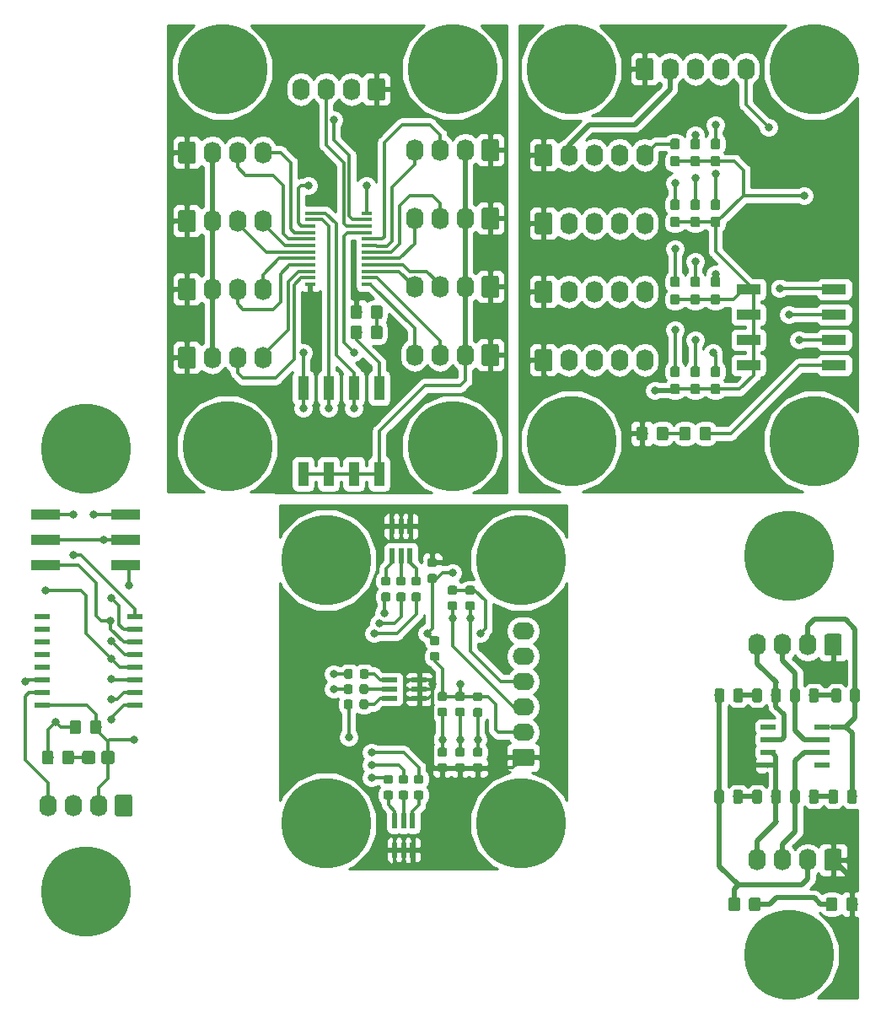
<source format=gtl>
G04 #@! TF.GenerationSoftware,KiCad,Pcbnew,5.0.2+dfsg1-1~bpo9+1*
G04 #@! TF.CreationDate,2019-06-29T23:35:38+02:00*
G04 #@! TF.ProjectId,PCB_I2C,5043425f-4932-4432-9e6b-696361645f70,rev?*
G04 #@! TF.SameCoordinates,Original*
G04 #@! TF.FileFunction,Copper,L1,Top*
G04 #@! TF.FilePolarity,Positive*
%FSLAX46Y46*%
G04 Gerber Fmt 4.6, Leading zero omitted, Abs format (unit mm)*
G04 Created by KiCad (PCBNEW 5.0.2+dfsg1-1~bpo9+1) date sam. 29 juin 2019 23:35:38 CEST*
%MOMM*%
%LPD*%
G01*
G04 APERTURE LIST*
G04 #@! TA.AperFunction,SMDPad,CuDef*
%ADD10R,1.550000X0.600000*%
G04 #@! TD*
G04 #@! TA.AperFunction,Conductor*
%ADD11C,0.100000*%
G04 #@! TD*
G04 #@! TA.AperFunction,SMDPad,CuDef*
%ADD12C,0.875000*%
G04 #@! TD*
G04 #@! TA.AperFunction,ComponentPad*
%ADD13O,1.740000X2.200000*%
G04 #@! TD*
G04 #@! TA.AperFunction,ComponentPad*
%ADD14C,1.740000*%
G04 #@! TD*
G04 #@! TA.AperFunction,ComponentPad*
%ADD15C,9.000000*%
G04 #@! TD*
G04 #@! TA.AperFunction,SMDPad,CuDef*
%ADD16C,1.150000*%
G04 #@! TD*
G04 #@! TA.AperFunction,SMDPad,CuDef*
%ADD17R,0.500000X1.600000*%
G04 #@! TD*
G04 #@! TA.AperFunction,SMDPad,CuDef*
%ADD18R,1.100000X0.400000*%
G04 #@! TD*
G04 #@! TA.AperFunction,ComponentPad*
%ADD19O,2.200000X1.740000*%
G04 #@! TD*
G04 #@! TA.AperFunction,SMDPad,CuDef*
%ADD20R,1.500000X0.600000*%
G04 #@! TD*
G04 #@! TA.AperFunction,SMDPad,CuDef*
%ADD21R,1.120000X2.440000*%
G04 #@! TD*
G04 #@! TA.AperFunction,SMDPad,CuDef*
%ADD22R,3.000000X1.000000*%
G04 #@! TD*
G04 #@! TA.AperFunction,SMDPad,CuDef*
%ADD23C,1.300000*%
G04 #@! TD*
G04 #@! TA.AperFunction,SMDPad,CuDef*
%ADD24R,1.600000X0.500000*%
G04 #@! TD*
G04 #@! TA.AperFunction,SMDPad,CuDef*
%ADD25R,2.440000X1.120000*%
G04 #@! TD*
G04 #@! TA.AperFunction,SMDPad,CuDef*
%ADD26C,0.950000*%
G04 #@! TD*
G04 #@! TA.AperFunction,SMDPad,CuDef*
%ADD27C,0.975000*%
G04 #@! TD*
G04 #@! TA.AperFunction,ViaPad*
%ADD28C,0.800000*%
G04 #@! TD*
G04 #@! TA.AperFunction,Conductor*
%ADD29C,0.500000*%
G04 #@! TD*
G04 #@! TA.AperFunction,Conductor*
%ADD30C,0.350000*%
G04 #@! TD*
G04 #@! TA.AperFunction,Conductor*
%ADD31C,0.254000*%
G04 #@! TD*
G04 APERTURE END LIST*
D10*
G04 #@! TO.P,U201,8*
G04 #@! TO.N,Net-(C201-Pad1)*
X174785000Y-120650000D03*
G04 #@! TO.P,U201,7*
G04 #@! TO.N,Net-(J201-Pad3)*
X174785000Y-121920000D03*
G04 #@! TO.P,U201,6*
G04 #@! TO.N,Net-(J202-Pad3)*
X174785000Y-123190000D03*
G04 #@! TO.P,U201,5*
G04 #@! TO.N,N/C*
X174785000Y-124460000D03*
G04 #@! TO.P,U201,4*
G04 #@! TO.N,Net-(C201-Pad2)*
X169385000Y-124460000D03*
G04 #@! TO.P,U201,3*
G04 #@! TO.N,Net-(J202-Pad4)*
X169385000Y-123190000D03*
G04 #@! TO.P,U201,2*
G04 #@! TO.N,Net-(J201-Pad4)*
X169385000Y-121920000D03*
G04 #@! TO.P,U201,1*
G04 #@! TO.N,N/C*
X169385000Y-120650000D03*
G04 #@! TD*
D11*
G04 #@! TO.N,Net-(C601-Pad2)*
G04 #@! TO.C,R610*
G36*
X140485691Y-124303053D02*
X140506926Y-124306203D01*
X140527750Y-124311419D01*
X140547962Y-124318651D01*
X140567368Y-124327830D01*
X140585781Y-124338866D01*
X140603024Y-124351654D01*
X140618930Y-124366070D01*
X140633346Y-124381976D01*
X140646134Y-124399219D01*
X140657170Y-124417632D01*
X140666349Y-124437038D01*
X140673581Y-124457250D01*
X140678797Y-124478074D01*
X140681947Y-124499309D01*
X140683000Y-124520750D01*
X140683000Y-124958250D01*
X140681947Y-124979691D01*
X140678797Y-125000926D01*
X140673581Y-125021750D01*
X140666349Y-125041962D01*
X140657170Y-125061368D01*
X140646134Y-125079781D01*
X140633346Y-125097024D01*
X140618930Y-125112930D01*
X140603024Y-125127346D01*
X140585781Y-125140134D01*
X140567368Y-125151170D01*
X140547962Y-125160349D01*
X140527750Y-125167581D01*
X140506926Y-125172797D01*
X140485691Y-125175947D01*
X140464250Y-125177000D01*
X139951750Y-125177000D01*
X139930309Y-125175947D01*
X139909074Y-125172797D01*
X139888250Y-125167581D01*
X139868038Y-125160349D01*
X139848632Y-125151170D01*
X139830219Y-125140134D01*
X139812976Y-125127346D01*
X139797070Y-125112930D01*
X139782654Y-125097024D01*
X139769866Y-125079781D01*
X139758830Y-125061368D01*
X139749651Y-125041962D01*
X139742419Y-125021750D01*
X139737203Y-125000926D01*
X139734053Y-124979691D01*
X139733000Y-124958250D01*
X139733000Y-124520750D01*
X139734053Y-124499309D01*
X139737203Y-124478074D01*
X139742419Y-124457250D01*
X139749651Y-124437038D01*
X139758830Y-124417632D01*
X139769866Y-124399219D01*
X139782654Y-124381976D01*
X139797070Y-124366070D01*
X139812976Y-124351654D01*
X139830219Y-124338866D01*
X139848632Y-124327830D01*
X139868038Y-124318651D01*
X139888250Y-124311419D01*
X139909074Y-124306203D01*
X139930309Y-124303053D01*
X139951750Y-124302000D01*
X140464250Y-124302000D01*
X140485691Y-124303053D01*
X140485691Y-124303053D01*
G37*
D12*
G04 #@! TD*
G04 #@! TO.P,R610,2*
G04 #@! TO.N,Net-(C601-Pad2)*
X140208000Y-124739500D03*
D11*
G04 #@! TO.N,Net-(R610-Pad1)*
G04 #@! TO.C,R610*
G36*
X140485691Y-122728053D02*
X140506926Y-122731203D01*
X140527750Y-122736419D01*
X140547962Y-122743651D01*
X140567368Y-122752830D01*
X140585781Y-122763866D01*
X140603024Y-122776654D01*
X140618930Y-122791070D01*
X140633346Y-122806976D01*
X140646134Y-122824219D01*
X140657170Y-122842632D01*
X140666349Y-122862038D01*
X140673581Y-122882250D01*
X140678797Y-122903074D01*
X140681947Y-122924309D01*
X140683000Y-122945750D01*
X140683000Y-123383250D01*
X140681947Y-123404691D01*
X140678797Y-123425926D01*
X140673581Y-123446750D01*
X140666349Y-123466962D01*
X140657170Y-123486368D01*
X140646134Y-123504781D01*
X140633346Y-123522024D01*
X140618930Y-123537930D01*
X140603024Y-123552346D01*
X140585781Y-123565134D01*
X140567368Y-123576170D01*
X140547962Y-123585349D01*
X140527750Y-123592581D01*
X140506926Y-123597797D01*
X140485691Y-123600947D01*
X140464250Y-123602000D01*
X139951750Y-123602000D01*
X139930309Y-123600947D01*
X139909074Y-123597797D01*
X139888250Y-123592581D01*
X139868038Y-123585349D01*
X139848632Y-123576170D01*
X139830219Y-123565134D01*
X139812976Y-123552346D01*
X139797070Y-123537930D01*
X139782654Y-123522024D01*
X139769866Y-123504781D01*
X139758830Y-123486368D01*
X139749651Y-123466962D01*
X139742419Y-123446750D01*
X139737203Y-123425926D01*
X139734053Y-123404691D01*
X139733000Y-123383250D01*
X139733000Y-122945750D01*
X139734053Y-122924309D01*
X139737203Y-122903074D01*
X139742419Y-122882250D01*
X139749651Y-122862038D01*
X139758830Y-122842632D01*
X139769866Y-122824219D01*
X139782654Y-122806976D01*
X139797070Y-122791070D01*
X139812976Y-122776654D01*
X139830219Y-122763866D01*
X139848632Y-122752830D01*
X139868038Y-122743651D01*
X139888250Y-122736419D01*
X139909074Y-122731203D01*
X139930309Y-122728053D01*
X139951750Y-122727000D01*
X140464250Y-122727000D01*
X140485691Y-122728053D01*
X140485691Y-122728053D01*
G37*
D12*
G04 #@! TD*
G04 #@! TO.P,R610,1*
G04 #@! TO.N,Net-(R610-Pad1)*
X140208000Y-123164500D03*
D11*
G04 #@! TO.N,Net-(C601-Pad2)*
G04 #@! TO.C,R604*
G36*
X135913691Y-103703553D02*
X135934926Y-103706703D01*
X135955750Y-103711919D01*
X135975962Y-103719151D01*
X135995368Y-103728330D01*
X136013781Y-103739366D01*
X136031024Y-103752154D01*
X136046930Y-103766570D01*
X136061346Y-103782476D01*
X136074134Y-103799719D01*
X136085170Y-103818132D01*
X136094349Y-103837538D01*
X136101581Y-103857750D01*
X136106797Y-103878574D01*
X136109947Y-103899809D01*
X136111000Y-103921250D01*
X136111000Y-104358750D01*
X136109947Y-104380191D01*
X136106797Y-104401426D01*
X136101581Y-104422250D01*
X136094349Y-104442462D01*
X136085170Y-104461868D01*
X136074134Y-104480281D01*
X136061346Y-104497524D01*
X136046930Y-104513430D01*
X136031024Y-104527846D01*
X136013781Y-104540634D01*
X135995368Y-104551670D01*
X135975962Y-104560849D01*
X135955750Y-104568081D01*
X135934926Y-104573297D01*
X135913691Y-104576447D01*
X135892250Y-104577500D01*
X135379750Y-104577500D01*
X135358309Y-104576447D01*
X135337074Y-104573297D01*
X135316250Y-104568081D01*
X135296038Y-104560849D01*
X135276632Y-104551670D01*
X135258219Y-104540634D01*
X135240976Y-104527846D01*
X135225070Y-104513430D01*
X135210654Y-104497524D01*
X135197866Y-104480281D01*
X135186830Y-104461868D01*
X135177651Y-104442462D01*
X135170419Y-104422250D01*
X135165203Y-104401426D01*
X135162053Y-104380191D01*
X135161000Y-104358750D01*
X135161000Y-103921250D01*
X135162053Y-103899809D01*
X135165203Y-103878574D01*
X135170419Y-103857750D01*
X135177651Y-103837538D01*
X135186830Y-103818132D01*
X135197866Y-103799719D01*
X135210654Y-103782476D01*
X135225070Y-103766570D01*
X135240976Y-103752154D01*
X135258219Y-103739366D01*
X135276632Y-103728330D01*
X135296038Y-103719151D01*
X135316250Y-103711919D01*
X135337074Y-103706703D01*
X135358309Y-103703553D01*
X135379750Y-103702500D01*
X135892250Y-103702500D01*
X135913691Y-103703553D01*
X135913691Y-103703553D01*
G37*
D12*
G04 #@! TD*
G04 #@! TO.P,R604,2*
G04 #@! TO.N,Net-(C601-Pad2)*
X135636000Y-104140000D03*
D11*
G04 #@! TO.N,Net-(J601-Pad6)*
G04 #@! TO.C,R604*
G36*
X135913691Y-105278553D02*
X135934926Y-105281703D01*
X135955750Y-105286919D01*
X135975962Y-105294151D01*
X135995368Y-105303330D01*
X136013781Y-105314366D01*
X136031024Y-105327154D01*
X136046930Y-105341570D01*
X136061346Y-105357476D01*
X136074134Y-105374719D01*
X136085170Y-105393132D01*
X136094349Y-105412538D01*
X136101581Y-105432750D01*
X136106797Y-105453574D01*
X136109947Y-105474809D01*
X136111000Y-105496250D01*
X136111000Y-105933750D01*
X136109947Y-105955191D01*
X136106797Y-105976426D01*
X136101581Y-105997250D01*
X136094349Y-106017462D01*
X136085170Y-106036868D01*
X136074134Y-106055281D01*
X136061346Y-106072524D01*
X136046930Y-106088430D01*
X136031024Y-106102846D01*
X136013781Y-106115634D01*
X135995368Y-106126670D01*
X135975962Y-106135849D01*
X135955750Y-106143081D01*
X135934926Y-106148297D01*
X135913691Y-106151447D01*
X135892250Y-106152500D01*
X135379750Y-106152500D01*
X135358309Y-106151447D01*
X135337074Y-106148297D01*
X135316250Y-106143081D01*
X135296038Y-106135849D01*
X135276632Y-106126670D01*
X135258219Y-106115634D01*
X135240976Y-106102846D01*
X135225070Y-106088430D01*
X135210654Y-106072524D01*
X135197866Y-106055281D01*
X135186830Y-106036868D01*
X135177651Y-106017462D01*
X135170419Y-105997250D01*
X135165203Y-105976426D01*
X135162053Y-105955191D01*
X135161000Y-105933750D01*
X135161000Y-105496250D01*
X135162053Y-105474809D01*
X135165203Y-105453574D01*
X135170419Y-105432750D01*
X135177651Y-105412538D01*
X135186830Y-105393132D01*
X135197866Y-105374719D01*
X135210654Y-105357476D01*
X135225070Y-105341570D01*
X135240976Y-105327154D01*
X135258219Y-105314366D01*
X135276632Y-105303330D01*
X135296038Y-105294151D01*
X135316250Y-105286919D01*
X135337074Y-105281703D01*
X135358309Y-105278553D01*
X135379750Y-105277500D01*
X135892250Y-105277500D01*
X135913691Y-105278553D01*
X135913691Y-105278553D01*
G37*
D12*
G04 #@! TD*
G04 #@! TO.P,R604,1*
G04 #@! TO.N,Net-(J601-Pad6)*
X135636000Y-105715000D03*
D11*
G04 #@! TO.N,Net-(J601-Pad4)*
G04 #@! TO.C,R609*
G36*
X139723691Y-108047053D02*
X139744926Y-108050203D01*
X139765750Y-108055419D01*
X139785962Y-108062651D01*
X139805368Y-108071830D01*
X139823781Y-108082866D01*
X139841024Y-108095654D01*
X139856930Y-108110070D01*
X139871346Y-108125976D01*
X139884134Y-108143219D01*
X139895170Y-108161632D01*
X139904349Y-108181038D01*
X139911581Y-108201250D01*
X139916797Y-108222074D01*
X139919947Y-108243309D01*
X139921000Y-108264750D01*
X139921000Y-108702250D01*
X139919947Y-108723691D01*
X139916797Y-108744926D01*
X139911581Y-108765750D01*
X139904349Y-108785962D01*
X139895170Y-108805368D01*
X139884134Y-108823781D01*
X139871346Y-108841024D01*
X139856930Y-108856930D01*
X139841024Y-108871346D01*
X139823781Y-108884134D01*
X139805368Y-108895170D01*
X139785962Y-108904349D01*
X139765750Y-108911581D01*
X139744926Y-108916797D01*
X139723691Y-108919947D01*
X139702250Y-108921000D01*
X139189750Y-108921000D01*
X139168309Y-108919947D01*
X139147074Y-108916797D01*
X139126250Y-108911581D01*
X139106038Y-108904349D01*
X139086632Y-108895170D01*
X139068219Y-108884134D01*
X139050976Y-108871346D01*
X139035070Y-108856930D01*
X139020654Y-108841024D01*
X139007866Y-108823781D01*
X138996830Y-108805368D01*
X138987651Y-108785962D01*
X138980419Y-108765750D01*
X138975203Y-108744926D01*
X138972053Y-108723691D01*
X138971000Y-108702250D01*
X138971000Y-108264750D01*
X138972053Y-108243309D01*
X138975203Y-108222074D01*
X138980419Y-108201250D01*
X138987651Y-108181038D01*
X138996830Y-108161632D01*
X139007866Y-108143219D01*
X139020654Y-108125976D01*
X139035070Y-108110070D01*
X139050976Y-108095654D01*
X139068219Y-108082866D01*
X139086632Y-108071830D01*
X139106038Y-108062651D01*
X139126250Y-108055419D01*
X139147074Y-108050203D01*
X139168309Y-108047053D01*
X139189750Y-108046000D01*
X139702250Y-108046000D01*
X139723691Y-108047053D01*
X139723691Y-108047053D01*
G37*
D12*
G04 #@! TD*
G04 #@! TO.P,R609,2*
G04 #@! TO.N,Net-(J601-Pad4)*
X139446000Y-108483500D03*
D11*
G04 #@! TO.N,Net-(C601-Pad1)*
G04 #@! TO.C,R609*
G36*
X139723691Y-106472053D02*
X139744926Y-106475203D01*
X139765750Y-106480419D01*
X139785962Y-106487651D01*
X139805368Y-106496830D01*
X139823781Y-106507866D01*
X139841024Y-106520654D01*
X139856930Y-106535070D01*
X139871346Y-106550976D01*
X139884134Y-106568219D01*
X139895170Y-106586632D01*
X139904349Y-106606038D01*
X139911581Y-106626250D01*
X139916797Y-106647074D01*
X139919947Y-106668309D01*
X139921000Y-106689750D01*
X139921000Y-107127250D01*
X139919947Y-107148691D01*
X139916797Y-107169926D01*
X139911581Y-107190750D01*
X139904349Y-107210962D01*
X139895170Y-107230368D01*
X139884134Y-107248781D01*
X139871346Y-107266024D01*
X139856930Y-107281930D01*
X139841024Y-107296346D01*
X139823781Y-107309134D01*
X139805368Y-107320170D01*
X139785962Y-107329349D01*
X139765750Y-107336581D01*
X139744926Y-107341797D01*
X139723691Y-107344947D01*
X139702250Y-107346000D01*
X139189750Y-107346000D01*
X139168309Y-107344947D01*
X139147074Y-107341797D01*
X139126250Y-107336581D01*
X139106038Y-107329349D01*
X139086632Y-107320170D01*
X139068219Y-107309134D01*
X139050976Y-107296346D01*
X139035070Y-107281930D01*
X139020654Y-107266024D01*
X139007866Y-107248781D01*
X138996830Y-107230368D01*
X138987651Y-107210962D01*
X138980419Y-107190750D01*
X138975203Y-107169926D01*
X138972053Y-107148691D01*
X138971000Y-107127250D01*
X138971000Y-106689750D01*
X138972053Y-106668309D01*
X138975203Y-106647074D01*
X138980419Y-106626250D01*
X138987651Y-106606038D01*
X138996830Y-106586632D01*
X139007866Y-106568219D01*
X139020654Y-106550976D01*
X139035070Y-106535070D01*
X139050976Y-106520654D01*
X139068219Y-106507866D01*
X139086632Y-106496830D01*
X139106038Y-106487651D01*
X139126250Y-106480419D01*
X139147074Y-106475203D01*
X139168309Y-106472053D01*
X139189750Y-106471000D01*
X139702250Y-106471000D01*
X139723691Y-106472053D01*
X139723691Y-106472053D01*
G37*
D12*
G04 #@! TD*
G04 #@! TO.P,R609,1*
G04 #@! TO.N,Net-(C601-Pad1)*
X139446000Y-106908500D03*
D11*
G04 #@! TO.N,Net-(J601-Pad6)*
G04 #@! TO.C,R603*
G36*
X136167691Y-111552053D02*
X136188926Y-111555203D01*
X136209750Y-111560419D01*
X136229962Y-111567651D01*
X136249368Y-111576830D01*
X136267781Y-111587866D01*
X136285024Y-111600654D01*
X136300930Y-111615070D01*
X136315346Y-111630976D01*
X136328134Y-111648219D01*
X136339170Y-111666632D01*
X136348349Y-111686038D01*
X136355581Y-111706250D01*
X136360797Y-111727074D01*
X136363947Y-111748309D01*
X136365000Y-111769750D01*
X136365000Y-112207250D01*
X136363947Y-112228691D01*
X136360797Y-112249926D01*
X136355581Y-112270750D01*
X136348349Y-112290962D01*
X136339170Y-112310368D01*
X136328134Y-112328781D01*
X136315346Y-112346024D01*
X136300930Y-112361930D01*
X136285024Y-112376346D01*
X136267781Y-112389134D01*
X136249368Y-112400170D01*
X136229962Y-112409349D01*
X136209750Y-112416581D01*
X136188926Y-112421797D01*
X136167691Y-112424947D01*
X136146250Y-112426000D01*
X135633750Y-112426000D01*
X135612309Y-112424947D01*
X135591074Y-112421797D01*
X135570250Y-112416581D01*
X135550038Y-112409349D01*
X135530632Y-112400170D01*
X135512219Y-112389134D01*
X135494976Y-112376346D01*
X135479070Y-112361930D01*
X135464654Y-112346024D01*
X135451866Y-112328781D01*
X135440830Y-112310368D01*
X135431651Y-112290962D01*
X135424419Y-112270750D01*
X135419203Y-112249926D01*
X135416053Y-112228691D01*
X135415000Y-112207250D01*
X135415000Y-111769750D01*
X135416053Y-111748309D01*
X135419203Y-111727074D01*
X135424419Y-111706250D01*
X135431651Y-111686038D01*
X135440830Y-111666632D01*
X135451866Y-111648219D01*
X135464654Y-111630976D01*
X135479070Y-111615070D01*
X135494976Y-111600654D01*
X135512219Y-111587866D01*
X135530632Y-111576830D01*
X135550038Y-111567651D01*
X135570250Y-111560419D01*
X135591074Y-111555203D01*
X135612309Y-111552053D01*
X135633750Y-111551000D01*
X136146250Y-111551000D01*
X136167691Y-111552053D01*
X136167691Y-111552053D01*
G37*
D12*
G04 #@! TD*
G04 #@! TO.P,R603,2*
G04 #@! TO.N,Net-(J601-Pad6)*
X135890000Y-111988500D03*
D11*
G04 #@! TO.N,Net-(C601-Pad1)*
G04 #@! TO.C,R603*
G36*
X136167691Y-113127053D02*
X136188926Y-113130203D01*
X136209750Y-113135419D01*
X136229962Y-113142651D01*
X136249368Y-113151830D01*
X136267781Y-113162866D01*
X136285024Y-113175654D01*
X136300930Y-113190070D01*
X136315346Y-113205976D01*
X136328134Y-113223219D01*
X136339170Y-113241632D01*
X136348349Y-113261038D01*
X136355581Y-113281250D01*
X136360797Y-113302074D01*
X136363947Y-113323309D01*
X136365000Y-113344750D01*
X136365000Y-113782250D01*
X136363947Y-113803691D01*
X136360797Y-113824926D01*
X136355581Y-113845750D01*
X136348349Y-113865962D01*
X136339170Y-113885368D01*
X136328134Y-113903781D01*
X136315346Y-113921024D01*
X136300930Y-113936930D01*
X136285024Y-113951346D01*
X136267781Y-113964134D01*
X136249368Y-113975170D01*
X136229962Y-113984349D01*
X136209750Y-113991581D01*
X136188926Y-113996797D01*
X136167691Y-113999947D01*
X136146250Y-114001000D01*
X135633750Y-114001000D01*
X135612309Y-113999947D01*
X135591074Y-113996797D01*
X135570250Y-113991581D01*
X135550038Y-113984349D01*
X135530632Y-113975170D01*
X135512219Y-113964134D01*
X135494976Y-113951346D01*
X135479070Y-113936930D01*
X135464654Y-113921024D01*
X135451866Y-113903781D01*
X135440830Y-113885368D01*
X135431651Y-113865962D01*
X135424419Y-113845750D01*
X135419203Y-113824926D01*
X135416053Y-113803691D01*
X135415000Y-113782250D01*
X135415000Y-113344750D01*
X135416053Y-113323309D01*
X135419203Y-113302074D01*
X135424419Y-113281250D01*
X135431651Y-113261038D01*
X135440830Y-113241632D01*
X135451866Y-113223219D01*
X135464654Y-113205976D01*
X135479070Y-113190070D01*
X135494976Y-113175654D01*
X135512219Y-113162866D01*
X135530632Y-113151830D01*
X135550038Y-113142651D01*
X135570250Y-113135419D01*
X135591074Y-113130203D01*
X135612309Y-113127053D01*
X135633750Y-113126000D01*
X136146250Y-113126000D01*
X136167691Y-113127053D01*
X136167691Y-113127053D01*
G37*
D12*
G04 #@! TD*
G04 #@! TO.P,R603,1*
G04 #@! TO.N,Net-(C601-Pad1)*
X135890000Y-113563500D03*
D11*
G04 #@! TO.N,Net-(C601-Pad1)*
G04 #@! TO.C,R628*
G36*
X136929691Y-117140053D02*
X136950926Y-117143203D01*
X136971750Y-117148419D01*
X136991962Y-117155651D01*
X137011368Y-117164830D01*
X137029781Y-117175866D01*
X137047024Y-117188654D01*
X137062930Y-117203070D01*
X137077346Y-117218976D01*
X137090134Y-117236219D01*
X137101170Y-117254632D01*
X137110349Y-117274038D01*
X137117581Y-117294250D01*
X137122797Y-117315074D01*
X137125947Y-117336309D01*
X137127000Y-117357750D01*
X137127000Y-117795250D01*
X137125947Y-117816691D01*
X137122797Y-117837926D01*
X137117581Y-117858750D01*
X137110349Y-117878962D01*
X137101170Y-117898368D01*
X137090134Y-117916781D01*
X137077346Y-117934024D01*
X137062930Y-117949930D01*
X137047024Y-117964346D01*
X137029781Y-117977134D01*
X137011368Y-117988170D01*
X136991962Y-117997349D01*
X136971750Y-118004581D01*
X136950926Y-118009797D01*
X136929691Y-118012947D01*
X136908250Y-118014000D01*
X136395750Y-118014000D01*
X136374309Y-118012947D01*
X136353074Y-118009797D01*
X136332250Y-118004581D01*
X136312038Y-117997349D01*
X136292632Y-117988170D01*
X136274219Y-117977134D01*
X136256976Y-117964346D01*
X136241070Y-117949930D01*
X136226654Y-117934024D01*
X136213866Y-117916781D01*
X136202830Y-117898368D01*
X136193651Y-117878962D01*
X136186419Y-117858750D01*
X136181203Y-117837926D01*
X136178053Y-117816691D01*
X136177000Y-117795250D01*
X136177000Y-117357750D01*
X136178053Y-117336309D01*
X136181203Y-117315074D01*
X136186419Y-117294250D01*
X136193651Y-117274038D01*
X136202830Y-117254632D01*
X136213866Y-117236219D01*
X136226654Y-117218976D01*
X136241070Y-117203070D01*
X136256976Y-117188654D01*
X136274219Y-117175866D01*
X136292632Y-117164830D01*
X136312038Y-117155651D01*
X136332250Y-117148419D01*
X136353074Y-117143203D01*
X136374309Y-117140053D01*
X136395750Y-117139000D01*
X136908250Y-117139000D01*
X136929691Y-117140053D01*
X136929691Y-117140053D01*
G37*
D12*
G04 #@! TD*
G04 #@! TO.P,R628,2*
G04 #@! TO.N,Net-(C601-Pad1)*
X136652000Y-117576500D03*
D11*
G04 #@! TO.N,Net-(R606-Pad1)*
G04 #@! TO.C,R628*
G36*
X136929691Y-118715053D02*
X136950926Y-118718203D01*
X136971750Y-118723419D01*
X136991962Y-118730651D01*
X137011368Y-118739830D01*
X137029781Y-118750866D01*
X137047024Y-118763654D01*
X137062930Y-118778070D01*
X137077346Y-118793976D01*
X137090134Y-118811219D01*
X137101170Y-118829632D01*
X137110349Y-118849038D01*
X137117581Y-118869250D01*
X137122797Y-118890074D01*
X137125947Y-118911309D01*
X137127000Y-118932750D01*
X137127000Y-119370250D01*
X137125947Y-119391691D01*
X137122797Y-119412926D01*
X137117581Y-119433750D01*
X137110349Y-119453962D01*
X137101170Y-119473368D01*
X137090134Y-119491781D01*
X137077346Y-119509024D01*
X137062930Y-119524930D01*
X137047024Y-119539346D01*
X137029781Y-119552134D01*
X137011368Y-119563170D01*
X136991962Y-119572349D01*
X136971750Y-119579581D01*
X136950926Y-119584797D01*
X136929691Y-119587947D01*
X136908250Y-119589000D01*
X136395750Y-119589000D01*
X136374309Y-119587947D01*
X136353074Y-119584797D01*
X136332250Y-119579581D01*
X136312038Y-119572349D01*
X136292632Y-119563170D01*
X136274219Y-119552134D01*
X136256976Y-119539346D01*
X136241070Y-119524930D01*
X136226654Y-119509024D01*
X136213866Y-119491781D01*
X136202830Y-119473368D01*
X136193651Y-119453962D01*
X136186419Y-119433750D01*
X136181203Y-119412926D01*
X136178053Y-119391691D01*
X136177000Y-119370250D01*
X136177000Y-118932750D01*
X136178053Y-118911309D01*
X136181203Y-118890074D01*
X136186419Y-118869250D01*
X136193651Y-118849038D01*
X136202830Y-118829632D01*
X136213866Y-118811219D01*
X136226654Y-118793976D01*
X136241070Y-118778070D01*
X136256976Y-118763654D01*
X136274219Y-118750866D01*
X136292632Y-118739830D01*
X136312038Y-118730651D01*
X136332250Y-118723419D01*
X136353074Y-118718203D01*
X136374309Y-118715053D01*
X136395750Y-118714000D01*
X136908250Y-118714000D01*
X136929691Y-118715053D01*
X136929691Y-118715053D01*
G37*
D12*
G04 #@! TD*
G04 #@! TO.P,R628,1*
G04 #@! TO.N,Net-(R606-Pad1)*
X136652000Y-119151500D03*
D13*
G04 #@! TO.P,J305,4*
G04 #@! TO.N,Net-(J305-Pad4)*
X118618000Y-69850000D03*
G04 #@! TO.P,J305,3*
G04 #@! TO.N,Net-(J305-Pad3)*
X116078000Y-69850000D03*
G04 #@! TO.P,J305,2*
G04 #@! TO.N,Net-(C301-Pad2)*
X113538000Y-69850000D03*
D11*
G04 #@! TD*
G04 #@! TO.N,Net-(C301-Pad1)*
G04 #@! TO.C,J305*
G36*
X111642505Y-68751204D02*
X111666773Y-68754804D01*
X111690572Y-68760765D01*
X111713671Y-68769030D01*
X111735850Y-68779520D01*
X111756893Y-68792132D01*
X111776599Y-68806747D01*
X111794777Y-68823223D01*
X111811253Y-68841401D01*
X111825868Y-68861107D01*
X111838480Y-68882150D01*
X111848970Y-68904329D01*
X111857235Y-68927428D01*
X111863196Y-68951227D01*
X111866796Y-68975495D01*
X111868000Y-68999999D01*
X111868000Y-70700001D01*
X111866796Y-70724505D01*
X111863196Y-70748773D01*
X111857235Y-70772572D01*
X111848970Y-70795671D01*
X111838480Y-70817850D01*
X111825868Y-70838893D01*
X111811253Y-70858599D01*
X111794777Y-70876777D01*
X111776599Y-70893253D01*
X111756893Y-70907868D01*
X111735850Y-70920480D01*
X111713671Y-70930970D01*
X111690572Y-70939235D01*
X111666773Y-70945196D01*
X111642505Y-70948796D01*
X111618001Y-70950000D01*
X110377999Y-70950000D01*
X110353495Y-70948796D01*
X110329227Y-70945196D01*
X110305428Y-70939235D01*
X110282329Y-70930970D01*
X110260150Y-70920480D01*
X110239107Y-70907868D01*
X110219401Y-70893253D01*
X110201223Y-70876777D01*
X110184747Y-70858599D01*
X110170132Y-70838893D01*
X110157520Y-70817850D01*
X110147030Y-70795671D01*
X110138765Y-70772572D01*
X110132804Y-70748773D01*
X110129204Y-70724505D01*
X110128000Y-70700001D01*
X110128000Y-68999999D01*
X110129204Y-68975495D01*
X110132804Y-68951227D01*
X110138765Y-68927428D01*
X110147030Y-68904329D01*
X110157520Y-68882150D01*
X110170132Y-68861107D01*
X110184747Y-68841401D01*
X110201223Y-68823223D01*
X110219401Y-68806747D01*
X110239107Y-68792132D01*
X110260150Y-68779520D01*
X110282329Y-68769030D01*
X110305428Y-68760765D01*
X110329227Y-68754804D01*
X110353495Y-68751204D01*
X110377999Y-68750000D01*
X111618001Y-68750000D01*
X111642505Y-68751204D01*
X111642505Y-68751204D01*
G37*
D14*
G04 #@! TO.P,J305,1*
G04 #@! TO.N,Net-(C301-Pad1)*
X110998000Y-69850000D03*
G04 #@! TD*
D13*
G04 #@! TO.P,J302,4*
G04 #@! TO.N,Net-(J302-Pad4)*
X118618000Y-62992000D03*
G04 #@! TO.P,J302,3*
G04 #@! TO.N,Net-(J302-Pad3)*
X116078000Y-62992000D03*
G04 #@! TO.P,J302,2*
G04 #@! TO.N,Net-(C301-Pad2)*
X113538000Y-62992000D03*
D11*
G04 #@! TD*
G04 #@! TO.N,Net-(C301-Pad1)*
G04 #@! TO.C,J302*
G36*
X111642505Y-61893204D02*
X111666773Y-61896804D01*
X111690572Y-61902765D01*
X111713671Y-61911030D01*
X111735850Y-61921520D01*
X111756893Y-61934132D01*
X111776599Y-61948747D01*
X111794777Y-61965223D01*
X111811253Y-61983401D01*
X111825868Y-62003107D01*
X111838480Y-62024150D01*
X111848970Y-62046329D01*
X111857235Y-62069428D01*
X111863196Y-62093227D01*
X111866796Y-62117495D01*
X111868000Y-62141999D01*
X111868000Y-63842001D01*
X111866796Y-63866505D01*
X111863196Y-63890773D01*
X111857235Y-63914572D01*
X111848970Y-63937671D01*
X111838480Y-63959850D01*
X111825868Y-63980893D01*
X111811253Y-64000599D01*
X111794777Y-64018777D01*
X111776599Y-64035253D01*
X111756893Y-64049868D01*
X111735850Y-64062480D01*
X111713671Y-64072970D01*
X111690572Y-64081235D01*
X111666773Y-64087196D01*
X111642505Y-64090796D01*
X111618001Y-64092000D01*
X110377999Y-64092000D01*
X110353495Y-64090796D01*
X110329227Y-64087196D01*
X110305428Y-64081235D01*
X110282329Y-64072970D01*
X110260150Y-64062480D01*
X110239107Y-64049868D01*
X110219401Y-64035253D01*
X110201223Y-64018777D01*
X110184747Y-64000599D01*
X110170132Y-63980893D01*
X110157520Y-63959850D01*
X110147030Y-63937671D01*
X110138765Y-63914572D01*
X110132804Y-63890773D01*
X110129204Y-63866505D01*
X110128000Y-63842001D01*
X110128000Y-62141999D01*
X110129204Y-62117495D01*
X110132804Y-62093227D01*
X110138765Y-62069428D01*
X110147030Y-62046329D01*
X110157520Y-62024150D01*
X110170132Y-62003107D01*
X110184747Y-61983401D01*
X110201223Y-61965223D01*
X110219401Y-61948747D01*
X110239107Y-61934132D01*
X110260150Y-61921520D01*
X110282329Y-61911030D01*
X110305428Y-61902765D01*
X110329227Y-61896804D01*
X110353495Y-61893204D01*
X110377999Y-61892000D01*
X111618001Y-61892000D01*
X111642505Y-61893204D01*
X111642505Y-61893204D01*
G37*
D14*
G04 #@! TO.P,J302,1*
G04 #@! TO.N,Net-(C301-Pad1)*
X110998000Y-62992000D03*
G04 #@! TD*
D11*
G04 #@! TO.N,/RGB/B2*
G04 #@! TO.C,R617*
G36*
X131251917Y-107146509D02*
X131273152Y-107149659D01*
X131293976Y-107154875D01*
X131314188Y-107162107D01*
X131333594Y-107171286D01*
X131352007Y-107182322D01*
X131369250Y-107195110D01*
X131385156Y-107209526D01*
X131399572Y-107225432D01*
X131412360Y-107242675D01*
X131423396Y-107261088D01*
X131432575Y-107280494D01*
X131439807Y-107300706D01*
X131445023Y-107321530D01*
X131448173Y-107342765D01*
X131449226Y-107364206D01*
X131449226Y-107801706D01*
X131448173Y-107823147D01*
X131445023Y-107844382D01*
X131439807Y-107865206D01*
X131432575Y-107885418D01*
X131423396Y-107904824D01*
X131412360Y-107923237D01*
X131399572Y-107940480D01*
X131385156Y-107956386D01*
X131369250Y-107970802D01*
X131352007Y-107983590D01*
X131333594Y-107994626D01*
X131314188Y-108003805D01*
X131293976Y-108011037D01*
X131273152Y-108016253D01*
X131251917Y-108019403D01*
X131230476Y-108020456D01*
X130717976Y-108020456D01*
X130696535Y-108019403D01*
X130675300Y-108016253D01*
X130654476Y-108011037D01*
X130634264Y-108003805D01*
X130614858Y-107994626D01*
X130596445Y-107983590D01*
X130579202Y-107970802D01*
X130563296Y-107956386D01*
X130548880Y-107940480D01*
X130536092Y-107923237D01*
X130525056Y-107904824D01*
X130515877Y-107885418D01*
X130508645Y-107865206D01*
X130503429Y-107844382D01*
X130500279Y-107823147D01*
X130499226Y-107801706D01*
X130499226Y-107364206D01*
X130500279Y-107342765D01*
X130503429Y-107321530D01*
X130508645Y-107300706D01*
X130515877Y-107280494D01*
X130525056Y-107261088D01*
X130536092Y-107242675D01*
X130548880Y-107225432D01*
X130563296Y-107209526D01*
X130579202Y-107195110D01*
X130596445Y-107182322D01*
X130614858Y-107171286D01*
X130634264Y-107162107D01*
X130654476Y-107154875D01*
X130675300Y-107149659D01*
X130696535Y-107146509D01*
X130717976Y-107145456D01*
X131230476Y-107145456D01*
X131251917Y-107146509D01*
X131251917Y-107146509D01*
G37*
D12*
G04 #@! TD*
G04 #@! TO.P,R617,2*
G04 #@! TO.N,/RGB/B2*
X130974226Y-107582956D03*
D11*
G04 #@! TO.N,Net-(D603-Pad1)*
G04 #@! TO.C,R617*
G36*
X131251917Y-105571509D02*
X131273152Y-105574659D01*
X131293976Y-105579875D01*
X131314188Y-105587107D01*
X131333594Y-105596286D01*
X131352007Y-105607322D01*
X131369250Y-105620110D01*
X131385156Y-105634526D01*
X131399572Y-105650432D01*
X131412360Y-105667675D01*
X131423396Y-105686088D01*
X131432575Y-105705494D01*
X131439807Y-105725706D01*
X131445023Y-105746530D01*
X131448173Y-105767765D01*
X131449226Y-105789206D01*
X131449226Y-106226706D01*
X131448173Y-106248147D01*
X131445023Y-106269382D01*
X131439807Y-106290206D01*
X131432575Y-106310418D01*
X131423396Y-106329824D01*
X131412360Y-106348237D01*
X131399572Y-106365480D01*
X131385156Y-106381386D01*
X131369250Y-106395802D01*
X131352007Y-106408590D01*
X131333594Y-106419626D01*
X131314188Y-106428805D01*
X131293976Y-106436037D01*
X131273152Y-106441253D01*
X131251917Y-106444403D01*
X131230476Y-106445456D01*
X130717976Y-106445456D01*
X130696535Y-106444403D01*
X130675300Y-106441253D01*
X130654476Y-106436037D01*
X130634264Y-106428805D01*
X130614858Y-106419626D01*
X130596445Y-106408590D01*
X130579202Y-106395802D01*
X130563296Y-106381386D01*
X130548880Y-106365480D01*
X130536092Y-106348237D01*
X130525056Y-106329824D01*
X130515877Y-106310418D01*
X130508645Y-106290206D01*
X130503429Y-106269382D01*
X130500279Y-106248147D01*
X130499226Y-106226706D01*
X130499226Y-105789206D01*
X130500279Y-105767765D01*
X130503429Y-105746530D01*
X130508645Y-105725706D01*
X130515877Y-105705494D01*
X130525056Y-105686088D01*
X130536092Y-105667675D01*
X130548880Y-105650432D01*
X130563296Y-105634526D01*
X130579202Y-105620110D01*
X130596445Y-105607322D01*
X130614858Y-105596286D01*
X130634264Y-105587107D01*
X130654476Y-105579875D01*
X130675300Y-105574659D01*
X130696535Y-105571509D01*
X130717976Y-105570456D01*
X131230476Y-105570456D01*
X131251917Y-105571509D01*
X131251917Y-105571509D01*
G37*
D12*
G04 #@! TD*
G04 #@! TO.P,R617,1*
G04 #@! TO.N,Net-(D603-Pad1)*
X130974226Y-106007956D03*
D11*
G04 #@! TO.N,/RGB/R2*
G04 #@! TO.C,R623*
G36*
X134299917Y-107146509D02*
X134321152Y-107149659D01*
X134341976Y-107154875D01*
X134362188Y-107162107D01*
X134381594Y-107171286D01*
X134400007Y-107182322D01*
X134417250Y-107195110D01*
X134433156Y-107209526D01*
X134447572Y-107225432D01*
X134460360Y-107242675D01*
X134471396Y-107261088D01*
X134480575Y-107280494D01*
X134487807Y-107300706D01*
X134493023Y-107321530D01*
X134496173Y-107342765D01*
X134497226Y-107364206D01*
X134497226Y-107801706D01*
X134496173Y-107823147D01*
X134493023Y-107844382D01*
X134487807Y-107865206D01*
X134480575Y-107885418D01*
X134471396Y-107904824D01*
X134460360Y-107923237D01*
X134447572Y-107940480D01*
X134433156Y-107956386D01*
X134417250Y-107970802D01*
X134400007Y-107983590D01*
X134381594Y-107994626D01*
X134362188Y-108003805D01*
X134341976Y-108011037D01*
X134321152Y-108016253D01*
X134299917Y-108019403D01*
X134278476Y-108020456D01*
X133765976Y-108020456D01*
X133744535Y-108019403D01*
X133723300Y-108016253D01*
X133702476Y-108011037D01*
X133682264Y-108003805D01*
X133662858Y-107994626D01*
X133644445Y-107983590D01*
X133627202Y-107970802D01*
X133611296Y-107956386D01*
X133596880Y-107940480D01*
X133584092Y-107923237D01*
X133573056Y-107904824D01*
X133563877Y-107885418D01*
X133556645Y-107865206D01*
X133551429Y-107844382D01*
X133548279Y-107823147D01*
X133547226Y-107801706D01*
X133547226Y-107364206D01*
X133548279Y-107342765D01*
X133551429Y-107321530D01*
X133556645Y-107300706D01*
X133563877Y-107280494D01*
X133573056Y-107261088D01*
X133584092Y-107242675D01*
X133596880Y-107225432D01*
X133611296Y-107209526D01*
X133627202Y-107195110D01*
X133644445Y-107182322D01*
X133662858Y-107171286D01*
X133682264Y-107162107D01*
X133702476Y-107154875D01*
X133723300Y-107149659D01*
X133744535Y-107146509D01*
X133765976Y-107145456D01*
X134278476Y-107145456D01*
X134299917Y-107146509D01*
X134299917Y-107146509D01*
G37*
D12*
G04 #@! TD*
G04 #@! TO.P,R623,2*
G04 #@! TO.N,/RGB/R2*
X134022226Y-107582956D03*
D11*
G04 #@! TO.N,Net-(D603-Pad3)*
G04 #@! TO.C,R623*
G36*
X134299917Y-105571509D02*
X134321152Y-105574659D01*
X134341976Y-105579875D01*
X134362188Y-105587107D01*
X134381594Y-105596286D01*
X134400007Y-105607322D01*
X134417250Y-105620110D01*
X134433156Y-105634526D01*
X134447572Y-105650432D01*
X134460360Y-105667675D01*
X134471396Y-105686088D01*
X134480575Y-105705494D01*
X134487807Y-105725706D01*
X134493023Y-105746530D01*
X134496173Y-105767765D01*
X134497226Y-105789206D01*
X134497226Y-106226706D01*
X134496173Y-106248147D01*
X134493023Y-106269382D01*
X134487807Y-106290206D01*
X134480575Y-106310418D01*
X134471396Y-106329824D01*
X134460360Y-106348237D01*
X134447572Y-106365480D01*
X134433156Y-106381386D01*
X134417250Y-106395802D01*
X134400007Y-106408590D01*
X134381594Y-106419626D01*
X134362188Y-106428805D01*
X134341976Y-106436037D01*
X134321152Y-106441253D01*
X134299917Y-106444403D01*
X134278476Y-106445456D01*
X133765976Y-106445456D01*
X133744535Y-106444403D01*
X133723300Y-106441253D01*
X133702476Y-106436037D01*
X133682264Y-106428805D01*
X133662858Y-106419626D01*
X133644445Y-106408590D01*
X133627202Y-106395802D01*
X133611296Y-106381386D01*
X133596880Y-106365480D01*
X133584092Y-106348237D01*
X133573056Y-106329824D01*
X133563877Y-106310418D01*
X133556645Y-106290206D01*
X133551429Y-106269382D01*
X133548279Y-106248147D01*
X133547226Y-106226706D01*
X133547226Y-105789206D01*
X133548279Y-105767765D01*
X133551429Y-105746530D01*
X133556645Y-105725706D01*
X133563877Y-105705494D01*
X133573056Y-105686088D01*
X133584092Y-105667675D01*
X133596880Y-105650432D01*
X133611296Y-105634526D01*
X133627202Y-105620110D01*
X133644445Y-105607322D01*
X133662858Y-105596286D01*
X133682264Y-105587107D01*
X133702476Y-105579875D01*
X133723300Y-105574659D01*
X133744535Y-105571509D01*
X133765976Y-105570456D01*
X134278476Y-105570456D01*
X134299917Y-105571509D01*
X134299917Y-105571509D01*
G37*
D12*
G04 #@! TD*
G04 #@! TO.P,R623,1*
G04 #@! TO.N,Net-(D603-Pad3)*
X134022226Y-106007956D03*
D15*
G04 #@! TO.P,J502,1*
G04 #@! TO.N,N/C*
X144526000Y-103886000D03*
G04 #@! TD*
D11*
G04 #@! TO.N,Net-(R304-Pad2)*
G04 #@! TO.C,R304*
G36*
X128356505Y-80327204D02*
X128380773Y-80330804D01*
X128404572Y-80336765D01*
X128427671Y-80345030D01*
X128449850Y-80355520D01*
X128470893Y-80368132D01*
X128490599Y-80382747D01*
X128508777Y-80399223D01*
X128525253Y-80417401D01*
X128539868Y-80437107D01*
X128552480Y-80458150D01*
X128562970Y-80480329D01*
X128571235Y-80503428D01*
X128577196Y-80527227D01*
X128580796Y-80551495D01*
X128582000Y-80575999D01*
X128582000Y-81476001D01*
X128580796Y-81500505D01*
X128577196Y-81524773D01*
X128571235Y-81548572D01*
X128562970Y-81571671D01*
X128552480Y-81593850D01*
X128539868Y-81614893D01*
X128525253Y-81634599D01*
X128508777Y-81652777D01*
X128490599Y-81669253D01*
X128470893Y-81683868D01*
X128449850Y-81696480D01*
X128427671Y-81706970D01*
X128404572Y-81715235D01*
X128380773Y-81721196D01*
X128356505Y-81724796D01*
X128332001Y-81726000D01*
X127681999Y-81726000D01*
X127657495Y-81724796D01*
X127633227Y-81721196D01*
X127609428Y-81715235D01*
X127586329Y-81706970D01*
X127564150Y-81696480D01*
X127543107Y-81683868D01*
X127523401Y-81669253D01*
X127505223Y-81652777D01*
X127488747Y-81634599D01*
X127474132Y-81614893D01*
X127461520Y-81593850D01*
X127451030Y-81571671D01*
X127442765Y-81548572D01*
X127436804Y-81524773D01*
X127433204Y-81500505D01*
X127432000Y-81476001D01*
X127432000Y-80575999D01*
X127433204Y-80551495D01*
X127436804Y-80527227D01*
X127442765Y-80503428D01*
X127451030Y-80480329D01*
X127461520Y-80458150D01*
X127474132Y-80437107D01*
X127488747Y-80417401D01*
X127505223Y-80399223D01*
X127523401Y-80382747D01*
X127543107Y-80368132D01*
X127564150Y-80355520D01*
X127586329Y-80345030D01*
X127609428Y-80336765D01*
X127633227Y-80330804D01*
X127657495Y-80327204D01*
X127681999Y-80326000D01*
X128332001Y-80326000D01*
X128356505Y-80327204D01*
X128356505Y-80327204D01*
G37*
D16*
G04 #@! TD*
G04 #@! TO.P,R304,2*
G04 #@! TO.N,Net-(R304-Pad2)*
X128007000Y-81026000D03*
D11*
G04 #@! TO.N,Net-(D301-Pad2)*
G04 #@! TO.C,R304*
G36*
X130406505Y-80327204D02*
X130430773Y-80330804D01*
X130454572Y-80336765D01*
X130477671Y-80345030D01*
X130499850Y-80355520D01*
X130520893Y-80368132D01*
X130540599Y-80382747D01*
X130558777Y-80399223D01*
X130575253Y-80417401D01*
X130589868Y-80437107D01*
X130602480Y-80458150D01*
X130612970Y-80480329D01*
X130621235Y-80503428D01*
X130627196Y-80527227D01*
X130630796Y-80551495D01*
X130632000Y-80575999D01*
X130632000Y-81476001D01*
X130630796Y-81500505D01*
X130627196Y-81524773D01*
X130621235Y-81548572D01*
X130612970Y-81571671D01*
X130602480Y-81593850D01*
X130589868Y-81614893D01*
X130575253Y-81634599D01*
X130558777Y-81652777D01*
X130540599Y-81669253D01*
X130520893Y-81683868D01*
X130499850Y-81696480D01*
X130477671Y-81706970D01*
X130454572Y-81715235D01*
X130430773Y-81721196D01*
X130406505Y-81724796D01*
X130382001Y-81726000D01*
X129731999Y-81726000D01*
X129707495Y-81724796D01*
X129683227Y-81721196D01*
X129659428Y-81715235D01*
X129636329Y-81706970D01*
X129614150Y-81696480D01*
X129593107Y-81683868D01*
X129573401Y-81669253D01*
X129555223Y-81652777D01*
X129538747Y-81634599D01*
X129524132Y-81614893D01*
X129511520Y-81593850D01*
X129501030Y-81571671D01*
X129492765Y-81548572D01*
X129486804Y-81524773D01*
X129483204Y-81500505D01*
X129482000Y-81476001D01*
X129482000Y-80575999D01*
X129483204Y-80551495D01*
X129486804Y-80527227D01*
X129492765Y-80503428D01*
X129501030Y-80480329D01*
X129511520Y-80458150D01*
X129524132Y-80437107D01*
X129538747Y-80417401D01*
X129555223Y-80399223D01*
X129573401Y-80382747D01*
X129593107Y-80368132D01*
X129614150Y-80355520D01*
X129636329Y-80345030D01*
X129659428Y-80336765D01*
X129683227Y-80330804D01*
X129707495Y-80327204D01*
X129731999Y-80326000D01*
X130382001Y-80326000D01*
X130406505Y-80327204D01*
X130406505Y-80327204D01*
G37*
D16*
G04 #@! TD*
G04 #@! TO.P,R304,1*
G04 #@! TO.N,Net-(D301-Pad2)*
X130057000Y-81026000D03*
D15*
G04 #@! TO.P,J503,1*
G04 #@! TO.N,Net-(J503-Pad1)*
X100838000Y-92710000D03*
G04 #@! TD*
D11*
G04 #@! TO.N,Net-(C501-Pad2)*
G04 #@! TO.C,C501*
G36*
X100153505Y-119951204D02*
X100177773Y-119954804D01*
X100201572Y-119960765D01*
X100224671Y-119969030D01*
X100246850Y-119979520D01*
X100267893Y-119992132D01*
X100287599Y-120006747D01*
X100305777Y-120023223D01*
X100322253Y-120041401D01*
X100336868Y-120061107D01*
X100349480Y-120082150D01*
X100359970Y-120104329D01*
X100368235Y-120127428D01*
X100374196Y-120151227D01*
X100377796Y-120175495D01*
X100379000Y-120199999D01*
X100379000Y-121100001D01*
X100377796Y-121124505D01*
X100374196Y-121148773D01*
X100368235Y-121172572D01*
X100359970Y-121195671D01*
X100349480Y-121217850D01*
X100336868Y-121238893D01*
X100322253Y-121258599D01*
X100305777Y-121276777D01*
X100287599Y-121293253D01*
X100267893Y-121307868D01*
X100246850Y-121320480D01*
X100224671Y-121330970D01*
X100201572Y-121339235D01*
X100177773Y-121345196D01*
X100153505Y-121348796D01*
X100129001Y-121350000D01*
X99478999Y-121350000D01*
X99454495Y-121348796D01*
X99430227Y-121345196D01*
X99406428Y-121339235D01*
X99383329Y-121330970D01*
X99361150Y-121320480D01*
X99340107Y-121307868D01*
X99320401Y-121293253D01*
X99302223Y-121276777D01*
X99285747Y-121258599D01*
X99271132Y-121238893D01*
X99258520Y-121217850D01*
X99248030Y-121195671D01*
X99239765Y-121172572D01*
X99233804Y-121148773D01*
X99230204Y-121124505D01*
X99229000Y-121100001D01*
X99229000Y-120199999D01*
X99230204Y-120175495D01*
X99233804Y-120151227D01*
X99239765Y-120127428D01*
X99248030Y-120104329D01*
X99258520Y-120082150D01*
X99271132Y-120061107D01*
X99285747Y-120041401D01*
X99302223Y-120023223D01*
X99320401Y-120006747D01*
X99340107Y-119992132D01*
X99361150Y-119979520D01*
X99383329Y-119969030D01*
X99406428Y-119960765D01*
X99430227Y-119954804D01*
X99454495Y-119951204D01*
X99478999Y-119950000D01*
X100129001Y-119950000D01*
X100153505Y-119951204D01*
X100153505Y-119951204D01*
G37*
D16*
G04 #@! TD*
G04 #@! TO.P,C501,2*
G04 #@! TO.N,Net-(C501-Pad2)*
X99804000Y-120650000D03*
D11*
G04 #@! TO.N,Net-(C501-Pad1)*
G04 #@! TO.C,C501*
G36*
X102203505Y-119951204D02*
X102227773Y-119954804D01*
X102251572Y-119960765D01*
X102274671Y-119969030D01*
X102296850Y-119979520D01*
X102317893Y-119992132D01*
X102337599Y-120006747D01*
X102355777Y-120023223D01*
X102372253Y-120041401D01*
X102386868Y-120061107D01*
X102399480Y-120082150D01*
X102409970Y-120104329D01*
X102418235Y-120127428D01*
X102424196Y-120151227D01*
X102427796Y-120175495D01*
X102429000Y-120199999D01*
X102429000Y-121100001D01*
X102427796Y-121124505D01*
X102424196Y-121148773D01*
X102418235Y-121172572D01*
X102409970Y-121195671D01*
X102399480Y-121217850D01*
X102386868Y-121238893D01*
X102372253Y-121258599D01*
X102355777Y-121276777D01*
X102337599Y-121293253D01*
X102317893Y-121307868D01*
X102296850Y-121320480D01*
X102274671Y-121330970D01*
X102251572Y-121339235D01*
X102227773Y-121345196D01*
X102203505Y-121348796D01*
X102179001Y-121350000D01*
X101528999Y-121350000D01*
X101504495Y-121348796D01*
X101480227Y-121345196D01*
X101456428Y-121339235D01*
X101433329Y-121330970D01*
X101411150Y-121320480D01*
X101390107Y-121307868D01*
X101370401Y-121293253D01*
X101352223Y-121276777D01*
X101335747Y-121258599D01*
X101321132Y-121238893D01*
X101308520Y-121217850D01*
X101298030Y-121195671D01*
X101289765Y-121172572D01*
X101283804Y-121148773D01*
X101280204Y-121124505D01*
X101279000Y-121100001D01*
X101279000Y-120199999D01*
X101280204Y-120175495D01*
X101283804Y-120151227D01*
X101289765Y-120127428D01*
X101298030Y-120104329D01*
X101308520Y-120082150D01*
X101321132Y-120061107D01*
X101335747Y-120041401D01*
X101352223Y-120023223D01*
X101370401Y-120006747D01*
X101390107Y-119992132D01*
X101411150Y-119979520D01*
X101433329Y-119969030D01*
X101456428Y-119960765D01*
X101480227Y-119954804D01*
X101504495Y-119951204D01*
X101528999Y-119950000D01*
X102179001Y-119950000D01*
X102203505Y-119951204D01*
X102203505Y-119951204D01*
G37*
D16*
G04 #@! TD*
G04 #@! TO.P,C501,1*
G04 #@! TO.N,Net-(C501-Pad1)*
X101854000Y-120650000D03*
D11*
G04 #@! TO.N,Net-(C301-Pad1)*
G04 #@! TO.C,J311*
G36*
X142122505Y-61639204D02*
X142146773Y-61642804D01*
X142170572Y-61648765D01*
X142193671Y-61657030D01*
X142215850Y-61667520D01*
X142236893Y-61680132D01*
X142256599Y-61694747D01*
X142274777Y-61711223D01*
X142291253Y-61729401D01*
X142305868Y-61749107D01*
X142318480Y-61770150D01*
X142328970Y-61792329D01*
X142337235Y-61815428D01*
X142343196Y-61839227D01*
X142346796Y-61863495D01*
X142348000Y-61887999D01*
X142348000Y-63588001D01*
X142346796Y-63612505D01*
X142343196Y-63636773D01*
X142337235Y-63660572D01*
X142328970Y-63683671D01*
X142318480Y-63705850D01*
X142305868Y-63726893D01*
X142291253Y-63746599D01*
X142274777Y-63764777D01*
X142256599Y-63781253D01*
X142236893Y-63795868D01*
X142215850Y-63808480D01*
X142193671Y-63818970D01*
X142170572Y-63827235D01*
X142146773Y-63833196D01*
X142122505Y-63836796D01*
X142098001Y-63838000D01*
X140857999Y-63838000D01*
X140833495Y-63836796D01*
X140809227Y-63833196D01*
X140785428Y-63827235D01*
X140762329Y-63818970D01*
X140740150Y-63808480D01*
X140719107Y-63795868D01*
X140699401Y-63781253D01*
X140681223Y-63764777D01*
X140664747Y-63746599D01*
X140650132Y-63726893D01*
X140637520Y-63705850D01*
X140627030Y-63683671D01*
X140618765Y-63660572D01*
X140612804Y-63636773D01*
X140609204Y-63612505D01*
X140608000Y-63588001D01*
X140608000Y-61887999D01*
X140609204Y-61863495D01*
X140612804Y-61839227D01*
X140618765Y-61815428D01*
X140627030Y-61792329D01*
X140637520Y-61770150D01*
X140650132Y-61749107D01*
X140664747Y-61729401D01*
X140681223Y-61711223D01*
X140699401Y-61694747D01*
X140719107Y-61680132D01*
X140740150Y-61667520D01*
X140762329Y-61657030D01*
X140785428Y-61648765D01*
X140809227Y-61642804D01*
X140833495Y-61639204D01*
X140857999Y-61638000D01*
X142098001Y-61638000D01*
X142122505Y-61639204D01*
X142122505Y-61639204D01*
G37*
D14*
G04 #@! TD*
G04 #@! TO.P,J311,1*
G04 #@! TO.N,Net-(C301-Pad1)*
X141478000Y-62738000D03*
D13*
G04 #@! TO.P,J311,2*
G04 #@! TO.N,Net-(C301-Pad2)*
X138938000Y-62738000D03*
G04 #@! TO.P,J311,3*
G04 #@! TO.N,Net-(J311-Pad3)*
X136398000Y-62738000D03*
G04 #@! TO.P,J311,4*
G04 #@! TO.N,Net-(J311-Pad4)*
X133858000Y-62738000D03*
G04 #@! TD*
D17*
G04 #@! TO.P,D605,1*
G04 #@! TO.N,Net-(D605-Pad1)*
X133658637Y-130034625D03*
G04 #@! TO.P,D605,2*
G04 #@! TO.N,Net-(D605-Pad2)*
X132758637Y-130034625D03*
G04 #@! TO.P,D605,3*
G04 #@! TO.N,Net-(D605-Pad3)*
X131858637Y-130034625D03*
G04 #@! TO.P,D605,4*
G04 #@! TO.N,Net-(C601-Pad2)*
X131858637Y-132984625D03*
G04 #@! TO.P,D605,5*
X132758637Y-132984625D03*
G04 #@! TO.P,D605,6*
X133658637Y-132984625D03*
G04 #@! TD*
D18*
G04 #@! TO.P,U301,24*
G04 #@! TO.N,Net-(C301-Pad2)*
X129088000Y-69069000D03*
G04 #@! TO.P,U301,23*
G04 #@! TO.N,Net-(J301-Pad4)*
X129088000Y-69719000D03*
G04 #@! TO.P,U301,22*
G04 #@! TO.N,Net-(J301-Pad3)*
X129088000Y-70369000D03*
G04 #@! TO.P,U301,21*
G04 #@! TO.N,Net-(R302-Pad2)*
X129088000Y-71019000D03*
G04 #@! TO.P,U301,20*
G04 #@! TO.N,Net-(J311-Pad3)*
X129088000Y-71669000D03*
G04 #@! TO.P,U301,19*
G04 #@! TO.N,Net-(J311-Pad4)*
X129088000Y-72319000D03*
G04 #@! TO.P,U301,18*
G04 #@! TO.N,Net-(J310-Pad3)*
X129088000Y-72969000D03*
G04 #@! TO.P,U301,17*
G04 #@! TO.N,Net-(J310-Pad4)*
X129088000Y-73619000D03*
G04 #@! TO.P,U301,16*
G04 #@! TO.N,Net-(J309-Pad3)*
X129088000Y-74269000D03*
G04 #@! TO.P,U301,15*
G04 #@! TO.N,Net-(J309-Pad4)*
X129088000Y-74919000D03*
G04 #@! TO.P,U301,14*
G04 #@! TO.N,Net-(J308-Pad3)*
X129088000Y-75569000D03*
G04 #@! TO.P,U301,13*
G04 #@! TO.N,Net-(J308-Pad4)*
X129088000Y-76219000D03*
G04 #@! TO.P,U301,12*
G04 #@! TO.N,Net-(C301-Pad1)*
X123388000Y-76219000D03*
G04 #@! TO.P,U301,11*
G04 #@! TO.N,Net-(J307-Pad3)*
X123388000Y-75569000D03*
G04 #@! TO.P,U301,10*
G04 #@! TO.N,Net-(J307-Pad4)*
X123388000Y-74919000D03*
G04 #@! TO.P,U301,9*
G04 #@! TO.N,Net-(J306-Pad3)*
X123388000Y-74269000D03*
G04 #@! TO.P,U301,8*
G04 #@! TO.N,Net-(J306-Pad4)*
X123388000Y-73619000D03*
G04 #@! TO.P,U301,7*
G04 #@! TO.N,Net-(J305-Pad3)*
X123388000Y-72969000D03*
G04 #@! TO.P,U301,6*
G04 #@! TO.N,Net-(J305-Pad4)*
X123388000Y-72319000D03*
G04 #@! TO.P,U301,5*
G04 #@! TO.N,Net-(J302-Pad3)*
X123388000Y-71669000D03*
G04 #@! TO.P,U301,4*
G04 #@! TO.N,Net-(J302-Pad4)*
X123388000Y-71019000D03*
G04 #@! TO.P,U301,3*
G04 #@! TO.N,Net-(R303-Pad1)*
X123388000Y-70369000D03*
G04 #@! TO.P,U301,2*
G04 #@! TO.N,Net-(R305-Pad2)*
X123388000Y-69719000D03*
G04 #@! TO.P,U301,1*
G04 #@! TO.N,Net-(R307-Pad2)*
X123388000Y-69069000D03*
G04 #@! TD*
D15*
G04 #@! TO.P,J502,1*
G04 #@! TO.N,N/C*
X144526000Y-130302000D03*
G04 #@! TD*
G04 #@! TO.P,J502,1*
G04 #@! TO.N,N/C*
X124968000Y-103886000D03*
G04 #@! TD*
D11*
G04 #@! TO.N,Net-(C601-Pad2)*
G04 #@! TO.C,J601*
G36*
X145654505Y-122829204D02*
X145678773Y-122832804D01*
X145702572Y-122838765D01*
X145725671Y-122847030D01*
X145747850Y-122857520D01*
X145768893Y-122870132D01*
X145788599Y-122884747D01*
X145806777Y-122901223D01*
X145823253Y-122919401D01*
X145837868Y-122939107D01*
X145850480Y-122960150D01*
X145860970Y-122982329D01*
X145869235Y-123005428D01*
X145875196Y-123029227D01*
X145878796Y-123053495D01*
X145880000Y-123077999D01*
X145880000Y-124318001D01*
X145878796Y-124342505D01*
X145875196Y-124366773D01*
X145869235Y-124390572D01*
X145860970Y-124413671D01*
X145850480Y-124435850D01*
X145837868Y-124456893D01*
X145823253Y-124476599D01*
X145806777Y-124494777D01*
X145788599Y-124511253D01*
X145768893Y-124525868D01*
X145747850Y-124538480D01*
X145725671Y-124548970D01*
X145702572Y-124557235D01*
X145678773Y-124563196D01*
X145654505Y-124566796D01*
X145630001Y-124568000D01*
X143929999Y-124568000D01*
X143905495Y-124566796D01*
X143881227Y-124563196D01*
X143857428Y-124557235D01*
X143834329Y-124548970D01*
X143812150Y-124538480D01*
X143791107Y-124525868D01*
X143771401Y-124511253D01*
X143753223Y-124494777D01*
X143736747Y-124476599D01*
X143722132Y-124456893D01*
X143709520Y-124435850D01*
X143699030Y-124413671D01*
X143690765Y-124390572D01*
X143684804Y-124366773D01*
X143681204Y-124342505D01*
X143680000Y-124318001D01*
X143680000Y-123077999D01*
X143681204Y-123053495D01*
X143684804Y-123029227D01*
X143690765Y-123005428D01*
X143699030Y-122982329D01*
X143709520Y-122960150D01*
X143722132Y-122939107D01*
X143736747Y-122919401D01*
X143753223Y-122901223D01*
X143771401Y-122884747D01*
X143791107Y-122870132D01*
X143812150Y-122857520D01*
X143834329Y-122847030D01*
X143857428Y-122838765D01*
X143881227Y-122832804D01*
X143905495Y-122829204D01*
X143929999Y-122828000D01*
X145630001Y-122828000D01*
X145654505Y-122829204D01*
X145654505Y-122829204D01*
G37*
D14*
G04 #@! TD*
G04 #@! TO.P,J601,1*
G04 #@! TO.N,Net-(C601-Pad2)*
X144780000Y-123698000D03*
D19*
G04 #@! TO.P,J601,2*
G04 #@! TO.N,Net-(C601-Pad1)*
X144780000Y-121158000D03*
G04 #@! TO.P,J601,3*
G04 #@! TO.N,Net-(J601-Pad3)*
X144780000Y-118618000D03*
G04 #@! TO.P,J601,4*
G04 #@! TO.N,Net-(J601-Pad4)*
X144780000Y-116078000D03*
G04 #@! TO.P,J601,5*
G04 #@! TO.N,Net-(J601-Pad5)*
X144780000Y-113538000D03*
G04 #@! TO.P,J601,6*
G04 #@! TO.N,Net-(J601-Pad6)*
X144780000Y-110998000D03*
G04 #@! TD*
D20*
G04 #@! TO.P,U501,1*
G04 #@! TO.N,Net-(R506-Pad1)*
X105742000Y-118491000D03*
G04 #@! TO.P,U501,2*
G04 #@! TO.N,Net-(R504-Pad1)*
X105742000Y-117221000D03*
G04 #@! TO.P,U501,3*
G04 #@! TO.N,Net-(R502-Pad1)*
X105742000Y-115951000D03*
G04 #@! TO.P,U501,4*
G04 #@! TO.N,Net-(R513-Pad1)*
X105742000Y-114681000D03*
G04 #@! TO.P,U501,5*
G04 #@! TO.N,Net-(R511-Pad1)*
X105742000Y-113411000D03*
G04 #@! TO.P,U501,6*
G04 #@! TO.N,Net-(R509-Pad1)*
X105742000Y-112141000D03*
G04 #@! TO.P,U501,7*
G04 #@! TO.N,Net-(R507-Pad1)*
X105742000Y-110871000D03*
G04 #@! TO.P,U501,8*
G04 #@! TO.N,Net-(C501-Pad2)*
X105742000Y-109601000D03*
G04 #@! TO.P,U501,9*
G04 #@! TO.N,Net-(U501-Pad9)*
X96442000Y-109601000D03*
G04 #@! TO.P,U501,10*
G04 #@! TO.N,Net-(U501-Pad10)*
X96442000Y-110871000D03*
G04 #@! TO.P,U501,11*
G04 #@! TO.N,Net-(U501-Pad11)*
X96442000Y-112141000D03*
G04 #@! TO.P,U501,12*
G04 #@! TO.N,Net-(U501-Pad12)*
X96442000Y-113411000D03*
G04 #@! TO.P,U501,13*
G04 #@! TO.N,Net-(U501-Pad13)*
X96442000Y-114681000D03*
G04 #@! TO.P,U501,14*
G04 #@! TO.N,Net-(J501-Pad3)*
X96442000Y-115951000D03*
G04 #@! TO.P,U501,15*
G04 #@! TO.N,Net-(J501-Pad4)*
X96442000Y-117221000D03*
G04 #@! TO.P,U501,16*
G04 #@! TO.N,Net-(C501-Pad1)*
X96442000Y-118491000D03*
G04 #@! TD*
D11*
G04 #@! TO.N,Net-(C301-Pad1)*
G04 #@! TO.C,J306*
G36*
X111642505Y-75609204D02*
X111666773Y-75612804D01*
X111690572Y-75618765D01*
X111713671Y-75627030D01*
X111735850Y-75637520D01*
X111756893Y-75650132D01*
X111776599Y-75664747D01*
X111794777Y-75681223D01*
X111811253Y-75699401D01*
X111825868Y-75719107D01*
X111838480Y-75740150D01*
X111848970Y-75762329D01*
X111857235Y-75785428D01*
X111863196Y-75809227D01*
X111866796Y-75833495D01*
X111868000Y-75857999D01*
X111868000Y-77558001D01*
X111866796Y-77582505D01*
X111863196Y-77606773D01*
X111857235Y-77630572D01*
X111848970Y-77653671D01*
X111838480Y-77675850D01*
X111825868Y-77696893D01*
X111811253Y-77716599D01*
X111794777Y-77734777D01*
X111776599Y-77751253D01*
X111756893Y-77765868D01*
X111735850Y-77778480D01*
X111713671Y-77788970D01*
X111690572Y-77797235D01*
X111666773Y-77803196D01*
X111642505Y-77806796D01*
X111618001Y-77808000D01*
X110377999Y-77808000D01*
X110353495Y-77806796D01*
X110329227Y-77803196D01*
X110305428Y-77797235D01*
X110282329Y-77788970D01*
X110260150Y-77778480D01*
X110239107Y-77765868D01*
X110219401Y-77751253D01*
X110201223Y-77734777D01*
X110184747Y-77716599D01*
X110170132Y-77696893D01*
X110157520Y-77675850D01*
X110147030Y-77653671D01*
X110138765Y-77630572D01*
X110132804Y-77606773D01*
X110129204Y-77582505D01*
X110128000Y-77558001D01*
X110128000Y-75857999D01*
X110129204Y-75833495D01*
X110132804Y-75809227D01*
X110138765Y-75785428D01*
X110147030Y-75762329D01*
X110157520Y-75740150D01*
X110170132Y-75719107D01*
X110184747Y-75699401D01*
X110201223Y-75681223D01*
X110219401Y-75664747D01*
X110239107Y-75650132D01*
X110260150Y-75637520D01*
X110282329Y-75627030D01*
X110305428Y-75618765D01*
X110329227Y-75612804D01*
X110353495Y-75609204D01*
X110377999Y-75608000D01*
X111618001Y-75608000D01*
X111642505Y-75609204D01*
X111642505Y-75609204D01*
G37*
D14*
G04 #@! TD*
G04 #@! TO.P,J306,1*
G04 #@! TO.N,Net-(C301-Pad1)*
X110998000Y-76708000D03*
D13*
G04 #@! TO.P,J306,2*
G04 #@! TO.N,Net-(C301-Pad2)*
X113538000Y-76708000D03*
G04 #@! TO.P,J306,3*
G04 #@! TO.N,Net-(J306-Pad3)*
X116078000Y-76708000D03*
G04 #@! TO.P,J306,4*
G04 #@! TO.N,Net-(J306-Pad4)*
X118618000Y-76708000D03*
G04 #@! TD*
G04 #@! TO.P,J501,4*
G04 #@! TO.N,Net-(J501-Pad4)*
X97028000Y-128524000D03*
G04 #@! TO.P,J501,3*
G04 #@! TO.N,Net-(J501-Pad3)*
X99568000Y-128524000D03*
G04 #@! TO.P,J501,2*
G04 #@! TO.N,Net-(C501-Pad1)*
X102108000Y-128524000D03*
D11*
G04 #@! TD*
G04 #@! TO.N,Net-(C501-Pad2)*
G04 #@! TO.C,J501*
G36*
X105292505Y-127425204D02*
X105316773Y-127428804D01*
X105340572Y-127434765D01*
X105363671Y-127443030D01*
X105385850Y-127453520D01*
X105406893Y-127466132D01*
X105426599Y-127480747D01*
X105444777Y-127497223D01*
X105461253Y-127515401D01*
X105475868Y-127535107D01*
X105488480Y-127556150D01*
X105498970Y-127578329D01*
X105507235Y-127601428D01*
X105513196Y-127625227D01*
X105516796Y-127649495D01*
X105518000Y-127673999D01*
X105518000Y-129374001D01*
X105516796Y-129398505D01*
X105513196Y-129422773D01*
X105507235Y-129446572D01*
X105498970Y-129469671D01*
X105488480Y-129491850D01*
X105475868Y-129512893D01*
X105461253Y-129532599D01*
X105444777Y-129550777D01*
X105426599Y-129567253D01*
X105406893Y-129581868D01*
X105385850Y-129594480D01*
X105363671Y-129604970D01*
X105340572Y-129613235D01*
X105316773Y-129619196D01*
X105292505Y-129622796D01*
X105268001Y-129624000D01*
X104027999Y-129624000D01*
X104003495Y-129622796D01*
X103979227Y-129619196D01*
X103955428Y-129613235D01*
X103932329Y-129604970D01*
X103910150Y-129594480D01*
X103889107Y-129581868D01*
X103869401Y-129567253D01*
X103851223Y-129550777D01*
X103834747Y-129532599D01*
X103820132Y-129512893D01*
X103807520Y-129491850D01*
X103797030Y-129469671D01*
X103788765Y-129446572D01*
X103782804Y-129422773D01*
X103779204Y-129398505D01*
X103778000Y-129374001D01*
X103778000Y-127673999D01*
X103779204Y-127649495D01*
X103782804Y-127625227D01*
X103788765Y-127601428D01*
X103797030Y-127578329D01*
X103807520Y-127556150D01*
X103820132Y-127535107D01*
X103834747Y-127515401D01*
X103851223Y-127497223D01*
X103869401Y-127480747D01*
X103889107Y-127466132D01*
X103910150Y-127453520D01*
X103932329Y-127443030D01*
X103955428Y-127434765D01*
X103979227Y-127428804D01*
X104003495Y-127425204D01*
X104027999Y-127424000D01*
X105268001Y-127424000D01*
X105292505Y-127425204D01*
X105292505Y-127425204D01*
G37*
D14*
G04 #@! TO.P,J501,1*
G04 #@! TO.N,Net-(C501-Pad2)*
X104648000Y-128524000D03*
G04 #@! TD*
D11*
G04 #@! TO.N,/RGB/B4*
G04 #@! TO.C,R618*
G36*
X127468691Y-114842053D02*
X127489926Y-114845203D01*
X127510750Y-114850419D01*
X127530962Y-114857651D01*
X127550368Y-114866830D01*
X127568781Y-114877866D01*
X127586024Y-114890654D01*
X127601930Y-114905070D01*
X127616346Y-114920976D01*
X127629134Y-114938219D01*
X127640170Y-114956632D01*
X127649349Y-114976038D01*
X127656581Y-114996250D01*
X127661797Y-115017074D01*
X127664947Y-115038309D01*
X127666000Y-115059750D01*
X127666000Y-115572250D01*
X127664947Y-115593691D01*
X127661797Y-115614926D01*
X127656581Y-115635750D01*
X127649349Y-115655962D01*
X127640170Y-115675368D01*
X127629134Y-115693781D01*
X127616346Y-115711024D01*
X127601930Y-115726930D01*
X127586024Y-115741346D01*
X127568781Y-115754134D01*
X127550368Y-115765170D01*
X127530962Y-115774349D01*
X127510750Y-115781581D01*
X127489926Y-115786797D01*
X127468691Y-115789947D01*
X127447250Y-115791000D01*
X127009750Y-115791000D01*
X126988309Y-115789947D01*
X126967074Y-115786797D01*
X126946250Y-115781581D01*
X126926038Y-115774349D01*
X126906632Y-115765170D01*
X126888219Y-115754134D01*
X126870976Y-115741346D01*
X126855070Y-115726930D01*
X126840654Y-115711024D01*
X126827866Y-115693781D01*
X126816830Y-115675368D01*
X126807651Y-115655962D01*
X126800419Y-115635750D01*
X126795203Y-115614926D01*
X126792053Y-115593691D01*
X126791000Y-115572250D01*
X126791000Y-115059750D01*
X126792053Y-115038309D01*
X126795203Y-115017074D01*
X126800419Y-114996250D01*
X126807651Y-114976038D01*
X126816830Y-114956632D01*
X126827866Y-114938219D01*
X126840654Y-114920976D01*
X126855070Y-114905070D01*
X126870976Y-114890654D01*
X126888219Y-114877866D01*
X126906632Y-114866830D01*
X126926038Y-114857651D01*
X126946250Y-114850419D01*
X126967074Y-114845203D01*
X126988309Y-114842053D01*
X127009750Y-114841000D01*
X127447250Y-114841000D01*
X127468691Y-114842053D01*
X127468691Y-114842053D01*
G37*
D12*
G04 #@! TD*
G04 #@! TO.P,R618,2*
G04 #@! TO.N,/RGB/B4*
X127228500Y-115316000D03*
D11*
G04 #@! TO.N,Net-(D604-Pad1)*
G04 #@! TO.C,R618*
G36*
X129043691Y-114842053D02*
X129064926Y-114845203D01*
X129085750Y-114850419D01*
X129105962Y-114857651D01*
X129125368Y-114866830D01*
X129143781Y-114877866D01*
X129161024Y-114890654D01*
X129176930Y-114905070D01*
X129191346Y-114920976D01*
X129204134Y-114938219D01*
X129215170Y-114956632D01*
X129224349Y-114976038D01*
X129231581Y-114996250D01*
X129236797Y-115017074D01*
X129239947Y-115038309D01*
X129241000Y-115059750D01*
X129241000Y-115572250D01*
X129239947Y-115593691D01*
X129236797Y-115614926D01*
X129231581Y-115635750D01*
X129224349Y-115655962D01*
X129215170Y-115675368D01*
X129204134Y-115693781D01*
X129191346Y-115711024D01*
X129176930Y-115726930D01*
X129161024Y-115741346D01*
X129143781Y-115754134D01*
X129125368Y-115765170D01*
X129105962Y-115774349D01*
X129085750Y-115781581D01*
X129064926Y-115786797D01*
X129043691Y-115789947D01*
X129022250Y-115791000D01*
X128584750Y-115791000D01*
X128563309Y-115789947D01*
X128542074Y-115786797D01*
X128521250Y-115781581D01*
X128501038Y-115774349D01*
X128481632Y-115765170D01*
X128463219Y-115754134D01*
X128445976Y-115741346D01*
X128430070Y-115726930D01*
X128415654Y-115711024D01*
X128402866Y-115693781D01*
X128391830Y-115675368D01*
X128382651Y-115655962D01*
X128375419Y-115635750D01*
X128370203Y-115614926D01*
X128367053Y-115593691D01*
X128366000Y-115572250D01*
X128366000Y-115059750D01*
X128367053Y-115038309D01*
X128370203Y-115017074D01*
X128375419Y-114996250D01*
X128382651Y-114976038D01*
X128391830Y-114956632D01*
X128402866Y-114938219D01*
X128415654Y-114920976D01*
X128430070Y-114905070D01*
X128445976Y-114890654D01*
X128463219Y-114877866D01*
X128481632Y-114866830D01*
X128501038Y-114857651D01*
X128521250Y-114850419D01*
X128542074Y-114845203D01*
X128563309Y-114842053D01*
X128584750Y-114841000D01*
X129022250Y-114841000D01*
X129043691Y-114842053D01*
X129043691Y-114842053D01*
G37*
D12*
G04 #@! TD*
G04 #@! TO.P,R618,1*
G04 #@! TO.N,Net-(D604-Pad1)*
X128803500Y-115316000D03*
D13*
G04 #@! TO.P,J310,4*
G04 #@! TO.N,Net-(J310-Pad4)*
X133858000Y-69596000D03*
G04 #@! TO.P,J310,3*
G04 #@! TO.N,Net-(J310-Pad3)*
X136398000Y-69596000D03*
G04 #@! TO.P,J310,2*
G04 #@! TO.N,Net-(C301-Pad2)*
X138938000Y-69596000D03*
D11*
G04 #@! TD*
G04 #@! TO.N,Net-(C301-Pad1)*
G04 #@! TO.C,J310*
G36*
X142122505Y-68497204D02*
X142146773Y-68500804D01*
X142170572Y-68506765D01*
X142193671Y-68515030D01*
X142215850Y-68525520D01*
X142236893Y-68538132D01*
X142256599Y-68552747D01*
X142274777Y-68569223D01*
X142291253Y-68587401D01*
X142305868Y-68607107D01*
X142318480Y-68628150D01*
X142328970Y-68650329D01*
X142337235Y-68673428D01*
X142343196Y-68697227D01*
X142346796Y-68721495D01*
X142348000Y-68745999D01*
X142348000Y-70446001D01*
X142346796Y-70470505D01*
X142343196Y-70494773D01*
X142337235Y-70518572D01*
X142328970Y-70541671D01*
X142318480Y-70563850D01*
X142305868Y-70584893D01*
X142291253Y-70604599D01*
X142274777Y-70622777D01*
X142256599Y-70639253D01*
X142236893Y-70653868D01*
X142215850Y-70666480D01*
X142193671Y-70676970D01*
X142170572Y-70685235D01*
X142146773Y-70691196D01*
X142122505Y-70694796D01*
X142098001Y-70696000D01*
X140857999Y-70696000D01*
X140833495Y-70694796D01*
X140809227Y-70691196D01*
X140785428Y-70685235D01*
X140762329Y-70676970D01*
X140740150Y-70666480D01*
X140719107Y-70653868D01*
X140699401Y-70639253D01*
X140681223Y-70622777D01*
X140664747Y-70604599D01*
X140650132Y-70584893D01*
X140637520Y-70563850D01*
X140627030Y-70541671D01*
X140618765Y-70518572D01*
X140612804Y-70494773D01*
X140609204Y-70470505D01*
X140608000Y-70446001D01*
X140608000Y-68745999D01*
X140609204Y-68721495D01*
X140612804Y-68697227D01*
X140618765Y-68673428D01*
X140627030Y-68650329D01*
X140637520Y-68628150D01*
X140650132Y-68607107D01*
X140664747Y-68587401D01*
X140681223Y-68569223D01*
X140699401Y-68552747D01*
X140719107Y-68538132D01*
X140740150Y-68525520D01*
X140762329Y-68515030D01*
X140785428Y-68506765D01*
X140809227Y-68500804D01*
X140833495Y-68497204D01*
X140857999Y-68496000D01*
X142098001Y-68496000D01*
X142122505Y-68497204D01*
X142122505Y-68497204D01*
G37*
D14*
G04 #@! TO.P,J310,1*
G04 #@! TO.N,Net-(C301-Pad1)*
X141478000Y-69596000D03*
G04 #@! TD*
D21*
G04 #@! TO.P,SW301,1*
G04 #@! TO.N,Net-(C301-Pad2)*
X122682000Y-95237000D03*
G04 #@! TO.P,SW301,5*
G04 #@! TO.N,Net-(R304-Pad2)*
X130302000Y-86627000D03*
G04 #@! TO.P,SW301,2*
G04 #@! TO.N,Net-(C301-Pad2)*
X125222000Y-95237000D03*
G04 #@! TO.P,SW301,6*
G04 #@! TO.N,Net-(R307-Pad2)*
X127762000Y-86627000D03*
G04 #@! TO.P,SW301,3*
G04 #@! TO.N,Net-(C301-Pad2)*
X127762000Y-95237000D03*
G04 #@! TO.P,SW301,7*
G04 #@! TO.N,Net-(R305-Pad2)*
X125222000Y-86627000D03*
G04 #@! TO.P,SW301,4*
G04 #@! TO.N,Net-(C301-Pad2)*
X130302000Y-95237000D03*
G04 #@! TO.P,SW301,8*
G04 #@! TO.N,Net-(R302-Pad2)*
X122682000Y-86627000D03*
G04 #@! TD*
D11*
G04 #@! TO.N,Net-(C301-Pad1)*
G04 #@! TO.C,J301*
G36*
X130692505Y-55543204D02*
X130716773Y-55546804D01*
X130740572Y-55552765D01*
X130763671Y-55561030D01*
X130785850Y-55571520D01*
X130806893Y-55584132D01*
X130826599Y-55598747D01*
X130844777Y-55615223D01*
X130861253Y-55633401D01*
X130875868Y-55653107D01*
X130888480Y-55674150D01*
X130898970Y-55696329D01*
X130907235Y-55719428D01*
X130913196Y-55743227D01*
X130916796Y-55767495D01*
X130918000Y-55791999D01*
X130918000Y-57492001D01*
X130916796Y-57516505D01*
X130913196Y-57540773D01*
X130907235Y-57564572D01*
X130898970Y-57587671D01*
X130888480Y-57609850D01*
X130875868Y-57630893D01*
X130861253Y-57650599D01*
X130844777Y-57668777D01*
X130826599Y-57685253D01*
X130806893Y-57699868D01*
X130785850Y-57712480D01*
X130763671Y-57722970D01*
X130740572Y-57731235D01*
X130716773Y-57737196D01*
X130692505Y-57740796D01*
X130668001Y-57742000D01*
X129427999Y-57742000D01*
X129403495Y-57740796D01*
X129379227Y-57737196D01*
X129355428Y-57731235D01*
X129332329Y-57722970D01*
X129310150Y-57712480D01*
X129289107Y-57699868D01*
X129269401Y-57685253D01*
X129251223Y-57668777D01*
X129234747Y-57650599D01*
X129220132Y-57630893D01*
X129207520Y-57609850D01*
X129197030Y-57587671D01*
X129188765Y-57564572D01*
X129182804Y-57540773D01*
X129179204Y-57516505D01*
X129178000Y-57492001D01*
X129178000Y-55791999D01*
X129179204Y-55767495D01*
X129182804Y-55743227D01*
X129188765Y-55719428D01*
X129197030Y-55696329D01*
X129207520Y-55674150D01*
X129220132Y-55653107D01*
X129234747Y-55633401D01*
X129251223Y-55615223D01*
X129269401Y-55598747D01*
X129289107Y-55584132D01*
X129310150Y-55571520D01*
X129332329Y-55561030D01*
X129355428Y-55552765D01*
X129379227Y-55546804D01*
X129403495Y-55543204D01*
X129427999Y-55542000D01*
X130668001Y-55542000D01*
X130692505Y-55543204D01*
X130692505Y-55543204D01*
G37*
D14*
G04 #@! TD*
G04 #@! TO.P,J301,1*
G04 #@! TO.N,Net-(C301-Pad1)*
X130048000Y-56642000D03*
D13*
G04 #@! TO.P,J301,2*
G04 #@! TO.N,Net-(C301-Pad2)*
X127508000Y-56642000D03*
G04 #@! TO.P,J301,3*
G04 #@! TO.N,Net-(J301-Pad3)*
X124968000Y-56642000D03*
G04 #@! TO.P,J301,4*
G04 #@! TO.N,Net-(J301-Pad4)*
X122428000Y-56642000D03*
G04 #@! TD*
D22*
G04 #@! TO.P,SW502,2*
G04 #@! TO.N,Net-(R511-Pad1)*
X104838000Y-104394000D03*
G04 #@! TO.P,SW502,4*
G04 #@! TO.N,Net-(R509-Pad1)*
X96838000Y-104394000D03*
G04 #@! TO.P,SW502,C*
G04 #@! TO.N,Net-(C501-Pad1)*
X104838000Y-101854000D03*
X96838000Y-101854000D03*
G04 #@! TO.P,SW502,8*
G04 #@! TO.N,Net-(R507-Pad1)*
X104838000Y-99314000D03*
G04 #@! TO.P,SW502,1*
G04 #@! TO.N,Net-(R513-Pad1)*
X96838000Y-99314000D03*
G04 #@! TD*
D11*
G04 #@! TO.N,Net-(R610-Pad1)*
G04 #@! TO.C,R626*
G36*
X140485691Y-118740553D02*
X140506926Y-118743703D01*
X140527750Y-118748919D01*
X140547962Y-118756151D01*
X140567368Y-118765330D01*
X140585781Y-118776366D01*
X140603024Y-118789154D01*
X140618930Y-118803570D01*
X140633346Y-118819476D01*
X140646134Y-118836719D01*
X140657170Y-118855132D01*
X140666349Y-118874538D01*
X140673581Y-118894750D01*
X140678797Y-118915574D01*
X140681947Y-118936809D01*
X140683000Y-118958250D01*
X140683000Y-119395750D01*
X140681947Y-119417191D01*
X140678797Y-119438426D01*
X140673581Y-119459250D01*
X140666349Y-119479462D01*
X140657170Y-119498868D01*
X140646134Y-119517281D01*
X140633346Y-119534524D01*
X140618930Y-119550430D01*
X140603024Y-119564846D01*
X140585781Y-119577634D01*
X140567368Y-119588670D01*
X140547962Y-119597849D01*
X140527750Y-119605081D01*
X140506926Y-119610297D01*
X140485691Y-119613447D01*
X140464250Y-119614500D01*
X139951750Y-119614500D01*
X139930309Y-119613447D01*
X139909074Y-119610297D01*
X139888250Y-119605081D01*
X139868038Y-119597849D01*
X139848632Y-119588670D01*
X139830219Y-119577634D01*
X139812976Y-119564846D01*
X139797070Y-119550430D01*
X139782654Y-119534524D01*
X139769866Y-119517281D01*
X139758830Y-119498868D01*
X139749651Y-119479462D01*
X139742419Y-119459250D01*
X139737203Y-119438426D01*
X139734053Y-119417191D01*
X139733000Y-119395750D01*
X139733000Y-118958250D01*
X139734053Y-118936809D01*
X139737203Y-118915574D01*
X139742419Y-118894750D01*
X139749651Y-118874538D01*
X139758830Y-118855132D01*
X139769866Y-118836719D01*
X139782654Y-118819476D01*
X139797070Y-118803570D01*
X139812976Y-118789154D01*
X139830219Y-118776366D01*
X139848632Y-118765330D01*
X139868038Y-118756151D01*
X139888250Y-118748919D01*
X139909074Y-118743703D01*
X139930309Y-118740553D01*
X139951750Y-118739500D01*
X140464250Y-118739500D01*
X140485691Y-118740553D01*
X140485691Y-118740553D01*
G37*
D12*
G04 #@! TD*
G04 #@! TO.P,R626,1*
G04 #@! TO.N,Net-(R610-Pad1)*
X140208000Y-119177000D03*
D11*
G04 #@! TO.N,Net-(C601-Pad1)*
G04 #@! TO.C,R626*
G36*
X140485691Y-117165553D02*
X140506926Y-117168703D01*
X140527750Y-117173919D01*
X140547962Y-117181151D01*
X140567368Y-117190330D01*
X140585781Y-117201366D01*
X140603024Y-117214154D01*
X140618930Y-117228570D01*
X140633346Y-117244476D01*
X140646134Y-117261719D01*
X140657170Y-117280132D01*
X140666349Y-117299538D01*
X140673581Y-117319750D01*
X140678797Y-117340574D01*
X140681947Y-117361809D01*
X140683000Y-117383250D01*
X140683000Y-117820750D01*
X140681947Y-117842191D01*
X140678797Y-117863426D01*
X140673581Y-117884250D01*
X140666349Y-117904462D01*
X140657170Y-117923868D01*
X140646134Y-117942281D01*
X140633346Y-117959524D01*
X140618930Y-117975430D01*
X140603024Y-117989846D01*
X140585781Y-118002634D01*
X140567368Y-118013670D01*
X140547962Y-118022849D01*
X140527750Y-118030081D01*
X140506926Y-118035297D01*
X140485691Y-118038447D01*
X140464250Y-118039500D01*
X139951750Y-118039500D01*
X139930309Y-118038447D01*
X139909074Y-118035297D01*
X139888250Y-118030081D01*
X139868038Y-118022849D01*
X139848632Y-118013670D01*
X139830219Y-118002634D01*
X139812976Y-117989846D01*
X139797070Y-117975430D01*
X139782654Y-117959524D01*
X139769866Y-117942281D01*
X139758830Y-117923868D01*
X139749651Y-117904462D01*
X139742419Y-117884250D01*
X139737203Y-117863426D01*
X139734053Y-117842191D01*
X139733000Y-117820750D01*
X139733000Y-117383250D01*
X139734053Y-117361809D01*
X139737203Y-117340574D01*
X139742419Y-117319750D01*
X139749651Y-117299538D01*
X139758830Y-117280132D01*
X139769866Y-117261719D01*
X139782654Y-117244476D01*
X139797070Y-117228570D01*
X139812976Y-117214154D01*
X139830219Y-117201366D01*
X139848632Y-117190330D01*
X139868038Y-117181151D01*
X139888250Y-117173919D01*
X139909074Y-117168703D01*
X139930309Y-117165553D01*
X139951750Y-117164500D01*
X140464250Y-117164500D01*
X140485691Y-117165553D01*
X140485691Y-117165553D01*
G37*
D12*
G04 #@! TD*
G04 #@! TO.P,R626,2*
G04 #@! TO.N,Net-(C601-Pad1)*
X140208000Y-117602000D03*
D17*
G04 #@! TO.P,D603,6*
G04 #@! TO.N,Net-(C601-Pad2)*
X131598226Y-100494456D03*
G04 #@! TO.P,D603,5*
X132498226Y-100494456D03*
G04 #@! TO.P,D603,4*
X133398226Y-100494456D03*
G04 #@! TO.P,D603,3*
G04 #@! TO.N,Net-(D603-Pad3)*
X133398226Y-103444456D03*
G04 #@! TO.P,D603,2*
G04 #@! TO.N,Net-(D603-Pad2)*
X132498226Y-103444456D03*
G04 #@! TO.P,D603,1*
G04 #@! TO.N,Net-(D603-Pad1)*
X131598226Y-103444456D03*
G04 #@! TD*
D11*
G04 #@! TO.N,Net-(C601-Pad1)*
G04 #@! TO.C,R627*
G36*
X138707691Y-117140053D02*
X138728926Y-117143203D01*
X138749750Y-117148419D01*
X138769962Y-117155651D01*
X138789368Y-117164830D01*
X138807781Y-117175866D01*
X138825024Y-117188654D01*
X138840930Y-117203070D01*
X138855346Y-117218976D01*
X138868134Y-117236219D01*
X138879170Y-117254632D01*
X138888349Y-117274038D01*
X138895581Y-117294250D01*
X138900797Y-117315074D01*
X138903947Y-117336309D01*
X138905000Y-117357750D01*
X138905000Y-117795250D01*
X138903947Y-117816691D01*
X138900797Y-117837926D01*
X138895581Y-117858750D01*
X138888349Y-117878962D01*
X138879170Y-117898368D01*
X138868134Y-117916781D01*
X138855346Y-117934024D01*
X138840930Y-117949930D01*
X138825024Y-117964346D01*
X138807781Y-117977134D01*
X138789368Y-117988170D01*
X138769962Y-117997349D01*
X138749750Y-118004581D01*
X138728926Y-118009797D01*
X138707691Y-118012947D01*
X138686250Y-118014000D01*
X138173750Y-118014000D01*
X138152309Y-118012947D01*
X138131074Y-118009797D01*
X138110250Y-118004581D01*
X138090038Y-117997349D01*
X138070632Y-117988170D01*
X138052219Y-117977134D01*
X138034976Y-117964346D01*
X138019070Y-117949930D01*
X138004654Y-117934024D01*
X137991866Y-117916781D01*
X137980830Y-117898368D01*
X137971651Y-117878962D01*
X137964419Y-117858750D01*
X137959203Y-117837926D01*
X137956053Y-117816691D01*
X137955000Y-117795250D01*
X137955000Y-117357750D01*
X137956053Y-117336309D01*
X137959203Y-117315074D01*
X137964419Y-117294250D01*
X137971651Y-117274038D01*
X137980830Y-117254632D01*
X137991866Y-117236219D01*
X138004654Y-117218976D01*
X138019070Y-117203070D01*
X138034976Y-117188654D01*
X138052219Y-117175866D01*
X138070632Y-117164830D01*
X138090038Y-117155651D01*
X138110250Y-117148419D01*
X138131074Y-117143203D01*
X138152309Y-117140053D01*
X138173750Y-117139000D01*
X138686250Y-117139000D01*
X138707691Y-117140053D01*
X138707691Y-117140053D01*
G37*
D12*
G04 #@! TD*
G04 #@! TO.P,R627,2*
G04 #@! TO.N,Net-(C601-Pad1)*
X138430000Y-117576500D03*
D11*
G04 #@! TO.N,Net-(R608-Pad1)*
G04 #@! TO.C,R627*
G36*
X138707691Y-118715053D02*
X138728926Y-118718203D01*
X138749750Y-118723419D01*
X138769962Y-118730651D01*
X138789368Y-118739830D01*
X138807781Y-118750866D01*
X138825024Y-118763654D01*
X138840930Y-118778070D01*
X138855346Y-118793976D01*
X138868134Y-118811219D01*
X138879170Y-118829632D01*
X138888349Y-118849038D01*
X138895581Y-118869250D01*
X138900797Y-118890074D01*
X138903947Y-118911309D01*
X138905000Y-118932750D01*
X138905000Y-119370250D01*
X138903947Y-119391691D01*
X138900797Y-119412926D01*
X138895581Y-119433750D01*
X138888349Y-119453962D01*
X138879170Y-119473368D01*
X138868134Y-119491781D01*
X138855346Y-119509024D01*
X138840930Y-119524930D01*
X138825024Y-119539346D01*
X138807781Y-119552134D01*
X138789368Y-119563170D01*
X138769962Y-119572349D01*
X138749750Y-119579581D01*
X138728926Y-119584797D01*
X138707691Y-119587947D01*
X138686250Y-119589000D01*
X138173750Y-119589000D01*
X138152309Y-119587947D01*
X138131074Y-119584797D01*
X138110250Y-119579581D01*
X138090038Y-119572349D01*
X138070632Y-119563170D01*
X138052219Y-119552134D01*
X138034976Y-119539346D01*
X138019070Y-119524930D01*
X138004654Y-119509024D01*
X137991866Y-119491781D01*
X137980830Y-119473368D01*
X137971651Y-119453962D01*
X137964419Y-119433750D01*
X137959203Y-119412926D01*
X137956053Y-119391691D01*
X137955000Y-119370250D01*
X137955000Y-118932750D01*
X137956053Y-118911309D01*
X137959203Y-118890074D01*
X137964419Y-118869250D01*
X137971651Y-118849038D01*
X137980830Y-118829632D01*
X137991866Y-118811219D01*
X138004654Y-118793976D01*
X138019070Y-118778070D01*
X138034976Y-118763654D01*
X138052219Y-118750866D01*
X138070632Y-118739830D01*
X138090038Y-118730651D01*
X138110250Y-118723419D01*
X138131074Y-118718203D01*
X138152309Y-118715053D01*
X138173750Y-118714000D01*
X138686250Y-118714000D01*
X138707691Y-118715053D01*
X138707691Y-118715053D01*
G37*
D12*
G04 #@! TD*
G04 #@! TO.P,R627,1*
G04 #@! TO.N,Net-(R608-Pad1)*
X138430000Y-119151500D03*
D13*
G04 #@! TO.P,J308,4*
G04 #@! TO.N,Net-(J308-Pad4)*
X133858000Y-83312000D03*
G04 #@! TO.P,J308,3*
G04 #@! TO.N,Net-(J308-Pad3)*
X136398000Y-83312000D03*
G04 #@! TO.P,J308,2*
G04 #@! TO.N,Net-(C301-Pad2)*
X138938000Y-83312000D03*
D11*
G04 #@! TD*
G04 #@! TO.N,Net-(C301-Pad1)*
G04 #@! TO.C,J308*
G36*
X142122505Y-82213204D02*
X142146773Y-82216804D01*
X142170572Y-82222765D01*
X142193671Y-82231030D01*
X142215850Y-82241520D01*
X142236893Y-82254132D01*
X142256599Y-82268747D01*
X142274777Y-82285223D01*
X142291253Y-82303401D01*
X142305868Y-82323107D01*
X142318480Y-82344150D01*
X142328970Y-82366329D01*
X142337235Y-82389428D01*
X142343196Y-82413227D01*
X142346796Y-82437495D01*
X142348000Y-82461999D01*
X142348000Y-84162001D01*
X142346796Y-84186505D01*
X142343196Y-84210773D01*
X142337235Y-84234572D01*
X142328970Y-84257671D01*
X142318480Y-84279850D01*
X142305868Y-84300893D01*
X142291253Y-84320599D01*
X142274777Y-84338777D01*
X142256599Y-84355253D01*
X142236893Y-84369868D01*
X142215850Y-84382480D01*
X142193671Y-84392970D01*
X142170572Y-84401235D01*
X142146773Y-84407196D01*
X142122505Y-84410796D01*
X142098001Y-84412000D01*
X140857999Y-84412000D01*
X140833495Y-84410796D01*
X140809227Y-84407196D01*
X140785428Y-84401235D01*
X140762329Y-84392970D01*
X140740150Y-84382480D01*
X140719107Y-84369868D01*
X140699401Y-84355253D01*
X140681223Y-84338777D01*
X140664747Y-84320599D01*
X140650132Y-84300893D01*
X140637520Y-84279850D01*
X140627030Y-84257671D01*
X140618765Y-84234572D01*
X140612804Y-84210773D01*
X140609204Y-84186505D01*
X140608000Y-84162001D01*
X140608000Y-82461999D01*
X140609204Y-82437495D01*
X140612804Y-82413227D01*
X140618765Y-82389428D01*
X140627030Y-82366329D01*
X140637520Y-82344150D01*
X140650132Y-82323107D01*
X140664747Y-82303401D01*
X140681223Y-82285223D01*
X140699401Y-82268747D01*
X140719107Y-82254132D01*
X140740150Y-82241520D01*
X140762329Y-82231030D01*
X140785428Y-82222765D01*
X140809227Y-82216804D01*
X140833495Y-82213204D01*
X140857999Y-82212000D01*
X142098001Y-82212000D01*
X142122505Y-82213204D01*
X142122505Y-82213204D01*
G37*
D14*
G04 #@! TO.P,J308,1*
G04 #@! TO.N,Net-(C301-Pad1)*
X141478000Y-83312000D03*
G04 #@! TD*
D13*
G04 #@! TO.P,J307,4*
G04 #@! TO.N,Net-(J307-Pad4)*
X118618000Y-83566000D03*
G04 #@! TO.P,J307,3*
G04 #@! TO.N,Net-(J307-Pad3)*
X116078000Y-83566000D03*
G04 #@! TO.P,J307,2*
G04 #@! TO.N,Net-(C301-Pad2)*
X113538000Y-83566000D03*
D11*
G04 #@! TD*
G04 #@! TO.N,Net-(C301-Pad1)*
G04 #@! TO.C,J307*
G36*
X111642505Y-82467204D02*
X111666773Y-82470804D01*
X111690572Y-82476765D01*
X111713671Y-82485030D01*
X111735850Y-82495520D01*
X111756893Y-82508132D01*
X111776599Y-82522747D01*
X111794777Y-82539223D01*
X111811253Y-82557401D01*
X111825868Y-82577107D01*
X111838480Y-82598150D01*
X111848970Y-82620329D01*
X111857235Y-82643428D01*
X111863196Y-82667227D01*
X111866796Y-82691495D01*
X111868000Y-82715999D01*
X111868000Y-84416001D01*
X111866796Y-84440505D01*
X111863196Y-84464773D01*
X111857235Y-84488572D01*
X111848970Y-84511671D01*
X111838480Y-84533850D01*
X111825868Y-84554893D01*
X111811253Y-84574599D01*
X111794777Y-84592777D01*
X111776599Y-84609253D01*
X111756893Y-84623868D01*
X111735850Y-84636480D01*
X111713671Y-84646970D01*
X111690572Y-84655235D01*
X111666773Y-84661196D01*
X111642505Y-84664796D01*
X111618001Y-84666000D01*
X110377999Y-84666000D01*
X110353495Y-84664796D01*
X110329227Y-84661196D01*
X110305428Y-84655235D01*
X110282329Y-84646970D01*
X110260150Y-84636480D01*
X110239107Y-84623868D01*
X110219401Y-84609253D01*
X110201223Y-84592777D01*
X110184747Y-84574599D01*
X110170132Y-84554893D01*
X110157520Y-84533850D01*
X110147030Y-84511671D01*
X110138765Y-84488572D01*
X110132804Y-84464773D01*
X110129204Y-84440505D01*
X110128000Y-84416001D01*
X110128000Y-82715999D01*
X110129204Y-82691495D01*
X110132804Y-82667227D01*
X110138765Y-82643428D01*
X110147030Y-82620329D01*
X110157520Y-82598150D01*
X110170132Y-82577107D01*
X110184747Y-82557401D01*
X110201223Y-82539223D01*
X110219401Y-82522747D01*
X110239107Y-82508132D01*
X110260150Y-82495520D01*
X110282329Y-82485030D01*
X110305428Y-82476765D01*
X110329227Y-82470804D01*
X110353495Y-82467204D01*
X110377999Y-82466000D01*
X111618001Y-82466000D01*
X111642505Y-82467204D01*
X111642505Y-82467204D01*
G37*
D14*
G04 #@! TO.P,J307,1*
G04 #@! TO.N,Net-(C301-Pad1)*
X110998000Y-83566000D03*
G04 #@! TD*
D11*
G04 #@! TO.N,Net-(C501-Pad2)*
G04 #@! TO.C,R501*
G36*
X97377505Y-122999204D02*
X97401773Y-123002804D01*
X97425572Y-123008765D01*
X97448671Y-123017030D01*
X97470850Y-123027520D01*
X97491893Y-123040132D01*
X97511599Y-123054747D01*
X97529777Y-123071223D01*
X97546253Y-123089401D01*
X97560868Y-123109107D01*
X97573480Y-123130150D01*
X97583970Y-123152329D01*
X97592235Y-123175428D01*
X97598196Y-123199227D01*
X97601796Y-123223495D01*
X97603000Y-123247999D01*
X97603000Y-124148001D01*
X97601796Y-124172505D01*
X97598196Y-124196773D01*
X97592235Y-124220572D01*
X97583970Y-124243671D01*
X97573480Y-124265850D01*
X97560868Y-124286893D01*
X97546253Y-124306599D01*
X97529777Y-124324777D01*
X97511599Y-124341253D01*
X97491893Y-124355868D01*
X97470850Y-124368480D01*
X97448671Y-124378970D01*
X97425572Y-124387235D01*
X97401773Y-124393196D01*
X97377505Y-124396796D01*
X97353001Y-124398000D01*
X96702999Y-124398000D01*
X96678495Y-124396796D01*
X96654227Y-124393196D01*
X96630428Y-124387235D01*
X96607329Y-124378970D01*
X96585150Y-124368480D01*
X96564107Y-124355868D01*
X96544401Y-124341253D01*
X96526223Y-124324777D01*
X96509747Y-124306599D01*
X96495132Y-124286893D01*
X96482520Y-124265850D01*
X96472030Y-124243671D01*
X96463765Y-124220572D01*
X96457804Y-124196773D01*
X96454204Y-124172505D01*
X96453000Y-124148001D01*
X96453000Y-123247999D01*
X96454204Y-123223495D01*
X96457804Y-123199227D01*
X96463765Y-123175428D01*
X96472030Y-123152329D01*
X96482520Y-123130150D01*
X96495132Y-123109107D01*
X96509747Y-123089401D01*
X96526223Y-123071223D01*
X96544401Y-123054747D01*
X96564107Y-123040132D01*
X96585150Y-123027520D01*
X96607329Y-123017030D01*
X96630428Y-123008765D01*
X96654227Y-123002804D01*
X96678495Y-122999204D01*
X96702999Y-122998000D01*
X97353001Y-122998000D01*
X97377505Y-122999204D01*
X97377505Y-122999204D01*
G37*
D16*
G04 #@! TD*
G04 #@! TO.P,R501,1*
G04 #@! TO.N,Net-(C501-Pad2)*
X97028000Y-123698000D03*
D11*
G04 #@! TO.N,Net-(D501-Pad1)*
G04 #@! TO.C,R501*
G36*
X99427505Y-122999204D02*
X99451773Y-123002804D01*
X99475572Y-123008765D01*
X99498671Y-123017030D01*
X99520850Y-123027520D01*
X99541893Y-123040132D01*
X99561599Y-123054747D01*
X99579777Y-123071223D01*
X99596253Y-123089401D01*
X99610868Y-123109107D01*
X99623480Y-123130150D01*
X99633970Y-123152329D01*
X99642235Y-123175428D01*
X99648196Y-123199227D01*
X99651796Y-123223495D01*
X99653000Y-123247999D01*
X99653000Y-124148001D01*
X99651796Y-124172505D01*
X99648196Y-124196773D01*
X99642235Y-124220572D01*
X99633970Y-124243671D01*
X99623480Y-124265850D01*
X99610868Y-124286893D01*
X99596253Y-124306599D01*
X99579777Y-124324777D01*
X99561599Y-124341253D01*
X99541893Y-124355868D01*
X99520850Y-124368480D01*
X99498671Y-124378970D01*
X99475572Y-124387235D01*
X99451773Y-124393196D01*
X99427505Y-124396796D01*
X99403001Y-124398000D01*
X98752999Y-124398000D01*
X98728495Y-124396796D01*
X98704227Y-124393196D01*
X98680428Y-124387235D01*
X98657329Y-124378970D01*
X98635150Y-124368480D01*
X98614107Y-124355868D01*
X98594401Y-124341253D01*
X98576223Y-124324777D01*
X98559747Y-124306599D01*
X98545132Y-124286893D01*
X98532520Y-124265850D01*
X98522030Y-124243671D01*
X98513765Y-124220572D01*
X98507804Y-124196773D01*
X98504204Y-124172505D01*
X98503000Y-124148001D01*
X98503000Y-123247999D01*
X98504204Y-123223495D01*
X98507804Y-123199227D01*
X98513765Y-123175428D01*
X98522030Y-123152329D01*
X98532520Y-123130150D01*
X98545132Y-123109107D01*
X98559747Y-123089401D01*
X98576223Y-123071223D01*
X98594401Y-123054747D01*
X98614107Y-123040132D01*
X98635150Y-123027520D01*
X98657329Y-123017030D01*
X98680428Y-123008765D01*
X98704227Y-123002804D01*
X98728495Y-122999204D01*
X98752999Y-122998000D01*
X99403001Y-122998000D01*
X99427505Y-122999204D01*
X99427505Y-122999204D01*
G37*
D16*
G04 #@! TD*
G04 #@! TO.P,R501,2*
G04 #@! TO.N,Net-(D501-Pad1)*
X99078000Y-123698000D03*
D11*
G04 #@! TO.N,Net-(C301-Pad1)*
G04 #@! TO.C,J309*
G36*
X142122505Y-75355204D02*
X142146773Y-75358804D01*
X142170572Y-75364765D01*
X142193671Y-75373030D01*
X142215850Y-75383520D01*
X142236893Y-75396132D01*
X142256599Y-75410747D01*
X142274777Y-75427223D01*
X142291253Y-75445401D01*
X142305868Y-75465107D01*
X142318480Y-75486150D01*
X142328970Y-75508329D01*
X142337235Y-75531428D01*
X142343196Y-75555227D01*
X142346796Y-75579495D01*
X142348000Y-75603999D01*
X142348000Y-77304001D01*
X142346796Y-77328505D01*
X142343196Y-77352773D01*
X142337235Y-77376572D01*
X142328970Y-77399671D01*
X142318480Y-77421850D01*
X142305868Y-77442893D01*
X142291253Y-77462599D01*
X142274777Y-77480777D01*
X142256599Y-77497253D01*
X142236893Y-77511868D01*
X142215850Y-77524480D01*
X142193671Y-77534970D01*
X142170572Y-77543235D01*
X142146773Y-77549196D01*
X142122505Y-77552796D01*
X142098001Y-77554000D01*
X140857999Y-77554000D01*
X140833495Y-77552796D01*
X140809227Y-77549196D01*
X140785428Y-77543235D01*
X140762329Y-77534970D01*
X140740150Y-77524480D01*
X140719107Y-77511868D01*
X140699401Y-77497253D01*
X140681223Y-77480777D01*
X140664747Y-77462599D01*
X140650132Y-77442893D01*
X140637520Y-77421850D01*
X140627030Y-77399671D01*
X140618765Y-77376572D01*
X140612804Y-77352773D01*
X140609204Y-77328505D01*
X140608000Y-77304001D01*
X140608000Y-75603999D01*
X140609204Y-75579495D01*
X140612804Y-75555227D01*
X140618765Y-75531428D01*
X140627030Y-75508329D01*
X140637520Y-75486150D01*
X140650132Y-75465107D01*
X140664747Y-75445401D01*
X140681223Y-75427223D01*
X140699401Y-75410747D01*
X140719107Y-75396132D01*
X140740150Y-75383520D01*
X140762329Y-75373030D01*
X140785428Y-75364765D01*
X140809227Y-75358804D01*
X140833495Y-75355204D01*
X140857999Y-75354000D01*
X142098001Y-75354000D01*
X142122505Y-75355204D01*
X142122505Y-75355204D01*
G37*
D14*
G04 #@! TD*
G04 #@! TO.P,J309,1*
G04 #@! TO.N,Net-(C301-Pad1)*
X141478000Y-76454000D03*
D13*
G04 #@! TO.P,J309,2*
G04 #@! TO.N,Net-(C301-Pad2)*
X138938000Y-76454000D03*
G04 #@! TO.P,J309,3*
G04 #@! TO.N,Net-(J309-Pad3)*
X136398000Y-76454000D03*
G04 #@! TO.P,J309,4*
G04 #@! TO.N,Net-(J309-Pad4)*
X133858000Y-76454000D03*
G04 #@! TD*
D11*
G04 #@! TO.N,/RGB/B0*
G04 #@! TO.C,R619*
G36*
X134560328Y-125459678D02*
X134581563Y-125462828D01*
X134602387Y-125468044D01*
X134622599Y-125475276D01*
X134642005Y-125484455D01*
X134660418Y-125495491D01*
X134677661Y-125508279D01*
X134693567Y-125522695D01*
X134707983Y-125538601D01*
X134720771Y-125555844D01*
X134731807Y-125574257D01*
X134740986Y-125593663D01*
X134748218Y-125613875D01*
X134753434Y-125634699D01*
X134756584Y-125655934D01*
X134757637Y-125677375D01*
X134757637Y-126114875D01*
X134756584Y-126136316D01*
X134753434Y-126157551D01*
X134748218Y-126178375D01*
X134740986Y-126198587D01*
X134731807Y-126217993D01*
X134720771Y-126236406D01*
X134707983Y-126253649D01*
X134693567Y-126269555D01*
X134677661Y-126283971D01*
X134660418Y-126296759D01*
X134642005Y-126307795D01*
X134622599Y-126316974D01*
X134602387Y-126324206D01*
X134581563Y-126329422D01*
X134560328Y-126332572D01*
X134538887Y-126333625D01*
X134026387Y-126333625D01*
X134004946Y-126332572D01*
X133983711Y-126329422D01*
X133962887Y-126324206D01*
X133942675Y-126316974D01*
X133923269Y-126307795D01*
X133904856Y-126296759D01*
X133887613Y-126283971D01*
X133871707Y-126269555D01*
X133857291Y-126253649D01*
X133844503Y-126236406D01*
X133833467Y-126217993D01*
X133824288Y-126198587D01*
X133817056Y-126178375D01*
X133811840Y-126157551D01*
X133808690Y-126136316D01*
X133807637Y-126114875D01*
X133807637Y-125677375D01*
X133808690Y-125655934D01*
X133811840Y-125634699D01*
X133817056Y-125613875D01*
X133824288Y-125593663D01*
X133833467Y-125574257D01*
X133844503Y-125555844D01*
X133857291Y-125538601D01*
X133871707Y-125522695D01*
X133887613Y-125508279D01*
X133904856Y-125495491D01*
X133923269Y-125484455D01*
X133942675Y-125475276D01*
X133962887Y-125468044D01*
X133983711Y-125462828D01*
X134004946Y-125459678D01*
X134026387Y-125458625D01*
X134538887Y-125458625D01*
X134560328Y-125459678D01*
X134560328Y-125459678D01*
G37*
D12*
G04 #@! TD*
G04 #@! TO.P,R619,2*
G04 #@! TO.N,/RGB/B0*
X134282637Y-125896125D03*
D11*
G04 #@! TO.N,Net-(D605-Pad1)*
G04 #@! TO.C,R619*
G36*
X134560328Y-127034678D02*
X134581563Y-127037828D01*
X134602387Y-127043044D01*
X134622599Y-127050276D01*
X134642005Y-127059455D01*
X134660418Y-127070491D01*
X134677661Y-127083279D01*
X134693567Y-127097695D01*
X134707983Y-127113601D01*
X134720771Y-127130844D01*
X134731807Y-127149257D01*
X134740986Y-127168663D01*
X134748218Y-127188875D01*
X134753434Y-127209699D01*
X134756584Y-127230934D01*
X134757637Y-127252375D01*
X134757637Y-127689875D01*
X134756584Y-127711316D01*
X134753434Y-127732551D01*
X134748218Y-127753375D01*
X134740986Y-127773587D01*
X134731807Y-127792993D01*
X134720771Y-127811406D01*
X134707983Y-127828649D01*
X134693567Y-127844555D01*
X134677661Y-127858971D01*
X134660418Y-127871759D01*
X134642005Y-127882795D01*
X134622599Y-127891974D01*
X134602387Y-127899206D01*
X134581563Y-127904422D01*
X134560328Y-127907572D01*
X134538887Y-127908625D01*
X134026387Y-127908625D01*
X134004946Y-127907572D01*
X133983711Y-127904422D01*
X133962887Y-127899206D01*
X133942675Y-127891974D01*
X133923269Y-127882795D01*
X133904856Y-127871759D01*
X133887613Y-127858971D01*
X133871707Y-127844555D01*
X133857291Y-127828649D01*
X133844503Y-127811406D01*
X133833467Y-127792993D01*
X133824288Y-127773587D01*
X133817056Y-127753375D01*
X133811840Y-127732551D01*
X133808690Y-127711316D01*
X133807637Y-127689875D01*
X133807637Y-127252375D01*
X133808690Y-127230934D01*
X133811840Y-127209699D01*
X133817056Y-127188875D01*
X133824288Y-127168663D01*
X133833467Y-127149257D01*
X133844503Y-127130844D01*
X133857291Y-127113601D01*
X133871707Y-127097695D01*
X133887613Y-127083279D01*
X133904856Y-127070491D01*
X133923269Y-127059455D01*
X133942675Y-127050276D01*
X133962887Y-127043044D01*
X133983711Y-127037828D01*
X134004946Y-127034678D01*
X134026387Y-127033625D01*
X134538887Y-127033625D01*
X134560328Y-127034678D01*
X134560328Y-127034678D01*
G37*
D12*
G04 #@! TD*
G04 #@! TO.P,R619,1*
G04 #@! TO.N,Net-(D605-Pad1)*
X134282637Y-127471125D03*
D11*
G04 #@! TO.N,Net-(D301-Pad2)*
G04 #@! TO.C,D301*
G36*
X130406505Y-78295204D02*
X130430773Y-78298804D01*
X130454572Y-78304765D01*
X130477671Y-78313030D01*
X130499850Y-78323520D01*
X130520893Y-78336132D01*
X130540599Y-78350747D01*
X130558777Y-78367223D01*
X130575253Y-78385401D01*
X130589868Y-78405107D01*
X130602480Y-78426150D01*
X130612970Y-78448329D01*
X130621235Y-78471428D01*
X130627196Y-78495227D01*
X130630796Y-78519495D01*
X130632000Y-78543999D01*
X130632000Y-79444001D01*
X130630796Y-79468505D01*
X130627196Y-79492773D01*
X130621235Y-79516572D01*
X130612970Y-79539671D01*
X130602480Y-79561850D01*
X130589868Y-79582893D01*
X130575253Y-79602599D01*
X130558777Y-79620777D01*
X130540599Y-79637253D01*
X130520893Y-79651868D01*
X130499850Y-79664480D01*
X130477671Y-79674970D01*
X130454572Y-79683235D01*
X130430773Y-79689196D01*
X130406505Y-79692796D01*
X130382001Y-79694000D01*
X129731999Y-79694000D01*
X129707495Y-79692796D01*
X129683227Y-79689196D01*
X129659428Y-79683235D01*
X129636329Y-79674970D01*
X129614150Y-79664480D01*
X129593107Y-79651868D01*
X129573401Y-79637253D01*
X129555223Y-79620777D01*
X129538747Y-79602599D01*
X129524132Y-79582893D01*
X129511520Y-79561850D01*
X129501030Y-79539671D01*
X129492765Y-79516572D01*
X129486804Y-79492773D01*
X129483204Y-79468505D01*
X129482000Y-79444001D01*
X129482000Y-78543999D01*
X129483204Y-78519495D01*
X129486804Y-78495227D01*
X129492765Y-78471428D01*
X129501030Y-78448329D01*
X129511520Y-78426150D01*
X129524132Y-78405107D01*
X129538747Y-78385401D01*
X129555223Y-78367223D01*
X129573401Y-78350747D01*
X129593107Y-78336132D01*
X129614150Y-78323520D01*
X129636329Y-78313030D01*
X129659428Y-78304765D01*
X129683227Y-78298804D01*
X129707495Y-78295204D01*
X129731999Y-78294000D01*
X130382001Y-78294000D01*
X130406505Y-78295204D01*
X130406505Y-78295204D01*
G37*
D16*
G04 #@! TD*
G04 #@! TO.P,D301,2*
G04 #@! TO.N,Net-(D301-Pad2)*
X130057000Y-78994000D03*
D11*
G04 #@! TO.N,Net-(C301-Pad1)*
G04 #@! TO.C,D301*
G36*
X128356505Y-78295204D02*
X128380773Y-78298804D01*
X128404572Y-78304765D01*
X128427671Y-78313030D01*
X128449850Y-78323520D01*
X128470893Y-78336132D01*
X128490599Y-78350747D01*
X128508777Y-78367223D01*
X128525253Y-78385401D01*
X128539868Y-78405107D01*
X128552480Y-78426150D01*
X128562970Y-78448329D01*
X128571235Y-78471428D01*
X128577196Y-78495227D01*
X128580796Y-78519495D01*
X128582000Y-78543999D01*
X128582000Y-79444001D01*
X128580796Y-79468505D01*
X128577196Y-79492773D01*
X128571235Y-79516572D01*
X128562970Y-79539671D01*
X128552480Y-79561850D01*
X128539868Y-79582893D01*
X128525253Y-79602599D01*
X128508777Y-79620777D01*
X128490599Y-79637253D01*
X128470893Y-79651868D01*
X128449850Y-79664480D01*
X128427671Y-79674970D01*
X128404572Y-79683235D01*
X128380773Y-79689196D01*
X128356505Y-79692796D01*
X128332001Y-79694000D01*
X127681999Y-79694000D01*
X127657495Y-79692796D01*
X127633227Y-79689196D01*
X127609428Y-79683235D01*
X127586329Y-79674970D01*
X127564150Y-79664480D01*
X127543107Y-79651868D01*
X127523401Y-79637253D01*
X127505223Y-79620777D01*
X127488747Y-79602599D01*
X127474132Y-79582893D01*
X127461520Y-79561850D01*
X127451030Y-79539671D01*
X127442765Y-79516572D01*
X127436804Y-79492773D01*
X127433204Y-79468505D01*
X127432000Y-79444001D01*
X127432000Y-78543999D01*
X127433204Y-78519495D01*
X127436804Y-78495227D01*
X127442765Y-78471428D01*
X127451030Y-78448329D01*
X127461520Y-78426150D01*
X127474132Y-78405107D01*
X127488747Y-78385401D01*
X127505223Y-78367223D01*
X127523401Y-78350747D01*
X127543107Y-78336132D01*
X127564150Y-78323520D01*
X127586329Y-78313030D01*
X127609428Y-78304765D01*
X127633227Y-78298804D01*
X127657495Y-78295204D01*
X127681999Y-78294000D01*
X128332001Y-78294000D01*
X128356505Y-78295204D01*
X128356505Y-78295204D01*
G37*
D16*
G04 #@! TD*
G04 #@! TO.P,D301,1*
G04 #@! TO.N,Net-(C301-Pad1)*
X128007000Y-78994000D03*
D11*
G04 #@! TO.N,/RGB/R0*
G04 #@! TO.C,R625*
G36*
X131512328Y-125459678D02*
X131533563Y-125462828D01*
X131554387Y-125468044D01*
X131574599Y-125475276D01*
X131594005Y-125484455D01*
X131612418Y-125495491D01*
X131629661Y-125508279D01*
X131645567Y-125522695D01*
X131659983Y-125538601D01*
X131672771Y-125555844D01*
X131683807Y-125574257D01*
X131692986Y-125593663D01*
X131700218Y-125613875D01*
X131705434Y-125634699D01*
X131708584Y-125655934D01*
X131709637Y-125677375D01*
X131709637Y-126114875D01*
X131708584Y-126136316D01*
X131705434Y-126157551D01*
X131700218Y-126178375D01*
X131692986Y-126198587D01*
X131683807Y-126217993D01*
X131672771Y-126236406D01*
X131659983Y-126253649D01*
X131645567Y-126269555D01*
X131629661Y-126283971D01*
X131612418Y-126296759D01*
X131594005Y-126307795D01*
X131574599Y-126316974D01*
X131554387Y-126324206D01*
X131533563Y-126329422D01*
X131512328Y-126332572D01*
X131490887Y-126333625D01*
X130978387Y-126333625D01*
X130956946Y-126332572D01*
X130935711Y-126329422D01*
X130914887Y-126324206D01*
X130894675Y-126316974D01*
X130875269Y-126307795D01*
X130856856Y-126296759D01*
X130839613Y-126283971D01*
X130823707Y-126269555D01*
X130809291Y-126253649D01*
X130796503Y-126236406D01*
X130785467Y-126217993D01*
X130776288Y-126198587D01*
X130769056Y-126178375D01*
X130763840Y-126157551D01*
X130760690Y-126136316D01*
X130759637Y-126114875D01*
X130759637Y-125677375D01*
X130760690Y-125655934D01*
X130763840Y-125634699D01*
X130769056Y-125613875D01*
X130776288Y-125593663D01*
X130785467Y-125574257D01*
X130796503Y-125555844D01*
X130809291Y-125538601D01*
X130823707Y-125522695D01*
X130839613Y-125508279D01*
X130856856Y-125495491D01*
X130875269Y-125484455D01*
X130894675Y-125475276D01*
X130914887Y-125468044D01*
X130935711Y-125462828D01*
X130956946Y-125459678D01*
X130978387Y-125458625D01*
X131490887Y-125458625D01*
X131512328Y-125459678D01*
X131512328Y-125459678D01*
G37*
D12*
G04 #@! TD*
G04 #@! TO.P,R625,2*
G04 #@! TO.N,/RGB/R0*
X131234637Y-125896125D03*
D11*
G04 #@! TO.N,Net-(D605-Pad3)*
G04 #@! TO.C,R625*
G36*
X131512328Y-127034678D02*
X131533563Y-127037828D01*
X131554387Y-127043044D01*
X131574599Y-127050276D01*
X131594005Y-127059455D01*
X131612418Y-127070491D01*
X131629661Y-127083279D01*
X131645567Y-127097695D01*
X131659983Y-127113601D01*
X131672771Y-127130844D01*
X131683807Y-127149257D01*
X131692986Y-127168663D01*
X131700218Y-127188875D01*
X131705434Y-127209699D01*
X131708584Y-127230934D01*
X131709637Y-127252375D01*
X131709637Y-127689875D01*
X131708584Y-127711316D01*
X131705434Y-127732551D01*
X131700218Y-127753375D01*
X131692986Y-127773587D01*
X131683807Y-127792993D01*
X131672771Y-127811406D01*
X131659983Y-127828649D01*
X131645567Y-127844555D01*
X131629661Y-127858971D01*
X131612418Y-127871759D01*
X131594005Y-127882795D01*
X131574599Y-127891974D01*
X131554387Y-127899206D01*
X131533563Y-127904422D01*
X131512328Y-127907572D01*
X131490887Y-127908625D01*
X130978387Y-127908625D01*
X130956946Y-127907572D01*
X130935711Y-127904422D01*
X130914887Y-127899206D01*
X130894675Y-127891974D01*
X130875269Y-127882795D01*
X130856856Y-127871759D01*
X130839613Y-127858971D01*
X130823707Y-127844555D01*
X130809291Y-127828649D01*
X130796503Y-127811406D01*
X130785467Y-127792993D01*
X130776288Y-127773587D01*
X130769056Y-127753375D01*
X130763840Y-127732551D01*
X130760690Y-127711316D01*
X130759637Y-127689875D01*
X130759637Y-127252375D01*
X130760690Y-127230934D01*
X130763840Y-127209699D01*
X130769056Y-127188875D01*
X130776288Y-127168663D01*
X130785467Y-127149257D01*
X130796503Y-127130844D01*
X130809291Y-127113601D01*
X130823707Y-127097695D01*
X130839613Y-127083279D01*
X130856856Y-127070491D01*
X130875269Y-127059455D01*
X130894675Y-127050276D01*
X130914887Y-127043044D01*
X130935711Y-127037828D01*
X130956946Y-127034678D01*
X130978387Y-127033625D01*
X131490887Y-127033625D01*
X131512328Y-127034678D01*
X131512328Y-127034678D01*
G37*
D12*
G04 #@! TD*
G04 #@! TO.P,R625,1*
G04 #@! TO.N,Net-(D605-Pad3)*
X131234637Y-127471125D03*
D11*
G04 #@! TO.N,/RGB/R4*
G04 #@! TO.C,R624*
G36*
X127443191Y-117890053D02*
X127464426Y-117893203D01*
X127485250Y-117898419D01*
X127505462Y-117905651D01*
X127524868Y-117914830D01*
X127543281Y-117925866D01*
X127560524Y-117938654D01*
X127576430Y-117953070D01*
X127590846Y-117968976D01*
X127603634Y-117986219D01*
X127614670Y-118004632D01*
X127623849Y-118024038D01*
X127631081Y-118044250D01*
X127636297Y-118065074D01*
X127639447Y-118086309D01*
X127640500Y-118107750D01*
X127640500Y-118620250D01*
X127639447Y-118641691D01*
X127636297Y-118662926D01*
X127631081Y-118683750D01*
X127623849Y-118703962D01*
X127614670Y-118723368D01*
X127603634Y-118741781D01*
X127590846Y-118759024D01*
X127576430Y-118774930D01*
X127560524Y-118789346D01*
X127543281Y-118802134D01*
X127524868Y-118813170D01*
X127505462Y-118822349D01*
X127485250Y-118829581D01*
X127464426Y-118834797D01*
X127443191Y-118837947D01*
X127421750Y-118839000D01*
X126984250Y-118839000D01*
X126962809Y-118837947D01*
X126941574Y-118834797D01*
X126920750Y-118829581D01*
X126900538Y-118822349D01*
X126881132Y-118813170D01*
X126862719Y-118802134D01*
X126845476Y-118789346D01*
X126829570Y-118774930D01*
X126815154Y-118759024D01*
X126802366Y-118741781D01*
X126791330Y-118723368D01*
X126782151Y-118703962D01*
X126774919Y-118683750D01*
X126769703Y-118662926D01*
X126766553Y-118641691D01*
X126765500Y-118620250D01*
X126765500Y-118107750D01*
X126766553Y-118086309D01*
X126769703Y-118065074D01*
X126774919Y-118044250D01*
X126782151Y-118024038D01*
X126791330Y-118004632D01*
X126802366Y-117986219D01*
X126815154Y-117968976D01*
X126829570Y-117953070D01*
X126845476Y-117938654D01*
X126862719Y-117925866D01*
X126881132Y-117914830D01*
X126900538Y-117905651D01*
X126920750Y-117898419D01*
X126941574Y-117893203D01*
X126962809Y-117890053D01*
X126984250Y-117889000D01*
X127421750Y-117889000D01*
X127443191Y-117890053D01*
X127443191Y-117890053D01*
G37*
D12*
G04 #@! TD*
G04 #@! TO.P,R624,2*
G04 #@! TO.N,/RGB/R4*
X127203000Y-118364000D03*
D11*
G04 #@! TO.N,Net-(D604-Pad3)*
G04 #@! TO.C,R624*
G36*
X129018191Y-117890053D02*
X129039426Y-117893203D01*
X129060250Y-117898419D01*
X129080462Y-117905651D01*
X129099868Y-117914830D01*
X129118281Y-117925866D01*
X129135524Y-117938654D01*
X129151430Y-117953070D01*
X129165846Y-117968976D01*
X129178634Y-117986219D01*
X129189670Y-118004632D01*
X129198849Y-118024038D01*
X129206081Y-118044250D01*
X129211297Y-118065074D01*
X129214447Y-118086309D01*
X129215500Y-118107750D01*
X129215500Y-118620250D01*
X129214447Y-118641691D01*
X129211297Y-118662926D01*
X129206081Y-118683750D01*
X129198849Y-118703962D01*
X129189670Y-118723368D01*
X129178634Y-118741781D01*
X129165846Y-118759024D01*
X129151430Y-118774930D01*
X129135524Y-118789346D01*
X129118281Y-118802134D01*
X129099868Y-118813170D01*
X129080462Y-118822349D01*
X129060250Y-118829581D01*
X129039426Y-118834797D01*
X129018191Y-118837947D01*
X128996750Y-118839000D01*
X128559250Y-118839000D01*
X128537809Y-118837947D01*
X128516574Y-118834797D01*
X128495750Y-118829581D01*
X128475538Y-118822349D01*
X128456132Y-118813170D01*
X128437719Y-118802134D01*
X128420476Y-118789346D01*
X128404570Y-118774930D01*
X128390154Y-118759024D01*
X128377366Y-118741781D01*
X128366330Y-118723368D01*
X128357151Y-118703962D01*
X128349919Y-118683750D01*
X128344703Y-118662926D01*
X128341553Y-118641691D01*
X128340500Y-118620250D01*
X128340500Y-118107750D01*
X128341553Y-118086309D01*
X128344703Y-118065074D01*
X128349919Y-118044250D01*
X128357151Y-118024038D01*
X128366330Y-118004632D01*
X128377366Y-117986219D01*
X128390154Y-117968976D01*
X128404570Y-117953070D01*
X128420476Y-117938654D01*
X128437719Y-117925866D01*
X128456132Y-117914830D01*
X128475538Y-117905651D01*
X128495750Y-117898419D01*
X128516574Y-117893203D01*
X128537809Y-117890053D01*
X128559250Y-117889000D01*
X128996750Y-117889000D01*
X129018191Y-117890053D01*
X129018191Y-117890053D01*
G37*
D12*
G04 #@! TD*
G04 #@! TO.P,R624,1*
G04 #@! TO.N,Net-(D604-Pad3)*
X128778000Y-118364000D03*
D11*
G04 #@! TO.N,/RGB/V0*
G04 #@! TO.C,R622*
G36*
X133036328Y-125459678D02*
X133057563Y-125462828D01*
X133078387Y-125468044D01*
X133098599Y-125475276D01*
X133118005Y-125484455D01*
X133136418Y-125495491D01*
X133153661Y-125508279D01*
X133169567Y-125522695D01*
X133183983Y-125538601D01*
X133196771Y-125555844D01*
X133207807Y-125574257D01*
X133216986Y-125593663D01*
X133224218Y-125613875D01*
X133229434Y-125634699D01*
X133232584Y-125655934D01*
X133233637Y-125677375D01*
X133233637Y-126114875D01*
X133232584Y-126136316D01*
X133229434Y-126157551D01*
X133224218Y-126178375D01*
X133216986Y-126198587D01*
X133207807Y-126217993D01*
X133196771Y-126236406D01*
X133183983Y-126253649D01*
X133169567Y-126269555D01*
X133153661Y-126283971D01*
X133136418Y-126296759D01*
X133118005Y-126307795D01*
X133098599Y-126316974D01*
X133078387Y-126324206D01*
X133057563Y-126329422D01*
X133036328Y-126332572D01*
X133014887Y-126333625D01*
X132502387Y-126333625D01*
X132480946Y-126332572D01*
X132459711Y-126329422D01*
X132438887Y-126324206D01*
X132418675Y-126316974D01*
X132399269Y-126307795D01*
X132380856Y-126296759D01*
X132363613Y-126283971D01*
X132347707Y-126269555D01*
X132333291Y-126253649D01*
X132320503Y-126236406D01*
X132309467Y-126217993D01*
X132300288Y-126198587D01*
X132293056Y-126178375D01*
X132287840Y-126157551D01*
X132284690Y-126136316D01*
X132283637Y-126114875D01*
X132283637Y-125677375D01*
X132284690Y-125655934D01*
X132287840Y-125634699D01*
X132293056Y-125613875D01*
X132300288Y-125593663D01*
X132309467Y-125574257D01*
X132320503Y-125555844D01*
X132333291Y-125538601D01*
X132347707Y-125522695D01*
X132363613Y-125508279D01*
X132380856Y-125495491D01*
X132399269Y-125484455D01*
X132418675Y-125475276D01*
X132438887Y-125468044D01*
X132459711Y-125462828D01*
X132480946Y-125459678D01*
X132502387Y-125458625D01*
X133014887Y-125458625D01*
X133036328Y-125459678D01*
X133036328Y-125459678D01*
G37*
D12*
G04 #@! TD*
G04 #@! TO.P,R622,2*
G04 #@! TO.N,/RGB/V0*
X132758637Y-125896125D03*
D11*
G04 #@! TO.N,Net-(D605-Pad2)*
G04 #@! TO.C,R622*
G36*
X133036328Y-127034678D02*
X133057563Y-127037828D01*
X133078387Y-127043044D01*
X133098599Y-127050276D01*
X133118005Y-127059455D01*
X133136418Y-127070491D01*
X133153661Y-127083279D01*
X133169567Y-127097695D01*
X133183983Y-127113601D01*
X133196771Y-127130844D01*
X133207807Y-127149257D01*
X133216986Y-127168663D01*
X133224218Y-127188875D01*
X133229434Y-127209699D01*
X133232584Y-127230934D01*
X133233637Y-127252375D01*
X133233637Y-127689875D01*
X133232584Y-127711316D01*
X133229434Y-127732551D01*
X133224218Y-127753375D01*
X133216986Y-127773587D01*
X133207807Y-127792993D01*
X133196771Y-127811406D01*
X133183983Y-127828649D01*
X133169567Y-127844555D01*
X133153661Y-127858971D01*
X133136418Y-127871759D01*
X133118005Y-127882795D01*
X133098599Y-127891974D01*
X133078387Y-127899206D01*
X133057563Y-127904422D01*
X133036328Y-127907572D01*
X133014887Y-127908625D01*
X132502387Y-127908625D01*
X132480946Y-127907572D01*
X132459711Y-127904422D01*
X132438887Y-127899206D01*
X132418675Y-127891974D01*
X132399269Y-127882795D01*
X132380856Y-127871759D01*
X132363613Y-127858971D01*
X132347707Y-127844555D01*
X132333291Y-127828649D01*
X132320503Y-127811406D01*
X132309467Y-127792993D01*
X132300288Y-127773587D01*
X132293056Y-127753375D01*
X132287840Y-127732551D01*
X132284690Y-127711316D01*
X132283637Y-127689875D01*
X132283637Y-127252375D01*
X132284690Y-127230934D01*
X132287840Y-127209699D01*
X132293056Y-127188875D01*
X132300288Y-127168663D01*
X132309467Y-127149257D01*
X132320503Y-127130844D01*
X132333291Y-127113601D01*
X132347707Y-127097695D01*
X132363613Y-127083279D01*
X132380856Y-127070491D01*
X132399269Y-127059455D01*
X132418675Y-127050276D01*
X132438887Y-127043044D01*
X132459711Y-127037828D01*
X132480946Y-127034678D01*
X132502387Y-127033625D01*
X133014887Y-127033625D01*
X133036328Y-127034678D01*
X133036328Y-127034678D01*
G37*
D12*
G04 #@! TD*
G04 #@! TO.P,R622,1*
G04 #@! TO.N,Net-(D605-Pad2)*
X132758637Y-127471125D03*
D15*
G04 #@! TO.P,J304,1*
G04 #@! TO.N,N/C*
X137668000Y-92456000D03*
G04 #@! TD*
G04 #@! TO.P,J303,1*
G04 #@! TO.N,N/C*
X115062000Y-92456000D03*
G04 #@! TD*
G04 #@! TO.P,J304,1*
G04 #@! TO.N,Net-(J304-Pad1)*
X137668000Y-54610000D03*
G04 #@! TD*
G04 #@! TO.P,J303,1*
G04 #@! TO.N,Net-(J303-Pad1)*
X114554000Y-54610000D03*
G04 #@! TD*
G04 #@! TO.P,J502,1*
G04 #@! TO.N,N/C*
X100838000Y-137160000D03*
G04 #@! TD*
D11*
G04 #@! TO.N,/RGB/V4*
G04 #@! TO.C,R621*
G36*
X127443191Y-116366053D02*
X127464426Y-116369203D01*
X127485250Y-116374419D01*
X127505462Y-116381651D01*
X127524868Y-116390830D01*
X127543281Y-116401866D01*
X127560524Y-116414654D01*
X127576430Y-116429070D01*
X127590846Y-116444976D01*
X127603634Y-116462219D01*
X127614670Y-116480632D01*
X127623849Y-116500038D01*
X127631081Y-116520250D01*
X127636297Y-116541074D01*
X127639447Y-116562309D01*
X127640500Y-116583750D01*
X127640500Y-117096250D01*
X127639447Y-117117691D01*
X127636297Y-117138926D01*
X127631081Y-117159750D01*
X127623849Y-117179962D01*
X127614670Y-117199368D01*
X127603634Y-117217781D01*
X127590846Y-117235024D01*
X127576430Y-117250930D01*
X127560524Y-117265346D01*
X127543281Y-117278134D01*
X127524868Y-117289170D01*
X127505462Y-117298349D01*
X127485250Y-117305581D01*
X127464426Y-117310797D01*
X127443191Y-117313947D01*
X127421750Y-117315000D01*
X126984250Y-117315000D01*
X126962809Y-117313947D01*
X126941574Y-117310797D01*
X126920750Y-117305581D01*
X126900538Y-117298349D01*
X126881132Y-117289170D01*
X126862719Y-117278134D01*
X126845476Y-117265346D01*
X126829570Y-117250930D01*
X126815154Y-117235024D01*
X126802366Y-117217781D01*
X126791330Y-117199368D01*
X126782151Y-117179962D01*
X126774919Y-117159750D01*
X126769703Y-117138926D01*
X126766553Y-117117691D01*
X126765500Y-117096250D01*
X126765500Y-116583750D01*
X126766553Y-116562309D01*
X126769703Y-116541074D01*
X126774919Y-116520250D01*
X126782151Y-116500038D01*
X126791330Y-116480632D01*
X126802366Y-116462219D01*
X126815154Y-116444976D01*
X126829570Y-116429070D01*
X126845476Y-116414654D01*
X126862719Y-116401866D01*
X126881132Y-116390830D01*
X126900538Y-116381651D01*
X126920750Y-116374419D01*
X126941574Y-116369203D01*
X126962809Y-116366053D01*
X126984250Y-116365000D01*
X127421750Y-116365000D01*
X127443191Y-116366053D01*
X127443191Y-116366053D01*
G37*
D12*
G04 #@! TD*
G04 #@! TO.P,R621,2*
G04 #@! TO.N,/RGB/V4*
X127203000Y-116840000D03*
D11*
G04 #@! TO.N,Net-(D604-Pad2)*
G04 #@! TO.C,R621*
G36*
X129018191Y-116366053D02*
X129039426Y-116369203D01*
X129060250Y-116374419D01*
X129080462Y-116381651D01*
X129099868Y-116390830D01*
X129118281Y-116401866D01*
X129135524Y-116414654D01*
X129151430Y-116429070D01*
X129165846Y-116444976D01*
X129178634Y-116462219D01*
X129189670Y-116480632D01*
X129198849Y-116500038D01*
X129206081Y-116520250D01*
X129211297Y-116541074D01*
X129214447Y-116562309D01*
X129215500Y-116583750D01*
X129215500Y-117096250D01*
X129214447Y-117117691D01*
X129211297Y-117138926D01*
X129206081Y-117159750D01*
X129198849Y-117179962D01*
X129189670Y-117199368D01*
X129178634Y-117217781D01*
X129165846Y-117235024D01*
X129151430Y-117250930D01*
X129135524Y-117265346D01*
X129118281Y-117278134D01*
X129099868Y-117289170D01*
X129080462Y-117298349D01*
X129060250Y-117305581D01*
X129039426Y-117310797D01*
X129018191Y-117313947D01*
X128996750Y-117315000D01*
X128559250Y-117315000D01*
X128537809Y-117313947D01*
X128516574Y-117310797D01*
X128495750Y-117305581D01*
X128475538Y-117298349D01*
X128456132Y-117289170D01*
X128437719Y-117278134D01*
X128420476Y-117265346D01*
X128404570Y-117250930D01*
X128390154Y-117235024D01*
X128377366Y-117217781D01*
X128366330Y-117199368D01*
X128357151Y-117179962D01*
X128349919Y-117159750D01*
X128344703Y-117138926D01*
X128341553Y-117117691D01*
X128340500Y-117096250D01*
X128340500Y-116583750D01*
X128341553Y-116562309D01*
X128344703Y-116541074D01*
X128349919Y-116520250D01*
X128357151Y-116500038D01*
X128366330Y-116480632D01*
X128377366Y-116462219D01*
X128390154Y-116444976D01*
X128404570Y-116429070D01*
X128420476Y-116414654D01*
X128437719Y-116401866D01*
X128456132Y-116390830D01*
X128475538Y-116381651D01*
X128495750Y-116374419D01*
X128516574Y-116369203D01*
X128537809Y-116366053D01*
X128559250Y-116365000D01*
X128996750Y-116365000D01*
X129018191Y-116366053D01*
X129018191Y-116366053D01*
G37*
D12*
G04 #@! TD*
G04 #@! TO.P,R621,1*
G04 #@! TO.N,Net-(D604-Pad2)*
X128778000Y-116840000D03*
D11*
G04 #@! TO.N,/RGB/V2*
G04 #@! TO.C,R620*
G36*
X132775917Y-107146509D02*
X132797152Y-107149659D01*
X132817976Y-107154875D01*
X132838188Y-107162107D01*
X132857594Y-107171286D01*
X132876007Y-107182322D01*
X132893250Y-107195110D01*
X132909156Y-107209526D01*
X132923572Y-107225432D01*
X132936360Y-107242675D01*
X132947396Y-107261088D01*
X132956575Y-107280494D01*
X132963807Y-107300706D01*
X132969023Y-107321530D01*
X132972173Y-107342765D01*
X132973226Y-107364206D01*
X132973226Y-107801706D01*
X132972173Y-107823147D01*
X132969023Y-107844382D01*
X132963807Y-107865206D01*
X132956575Y-107885418D01*
X132947396Y-107904824D01*
X132936360Y-107923237D01*
X132923572Y-107940480D01*
X132909156Y-107956386D01*
X132893250Y-107970802D01*
X132876007Y-107983590D01*
X132857594Y-107994626D01*
X132838188Y-108003805D01*
X132817976Y-108011037D01*
X132797152Y-108016253D01*
X132775917Y-108019403D01*
X132754476Y-108020456D01*
X132241976Y-108020456D01*
X132220535Y-108019403D01*
X132199300Y-108016253D01*
X132178476Y-108011037D01*
X132158264Y-108003805D01*
X132138858Y-107994626D01*
X132120445Y-107983590D01*
X132103202Y-107970802D01*
X132087296Y-107956386D01*
X132072880Y-107940480D01*
X132060092Y-107923237D01*
X132049056Y-107904824D01*
X132039877Y-107885418D01*
X132032645Y-107865206D01*
X132027429Y-107844382D01*
X132024279Y-107823147D01*
X132023226Y-107801706D01*
X132023226Y-107364206D01*
X132024279Y-107342765D01*
X132027429Y-107321530D01*
X132032645Y-107300706D01*
X132039877Y-107280494D01*
X132049056Y-107261088D01*
X132060092Y-107242675D01*
X132072880Y-107225432D01*
X132087296Y-107209526D01*
X132103202Y-107195110D01*
X132120445Y-107182322D01*
X132138858Y-107171286D01*
X132158264Y-107162107D01*
X132178476Y-107154875D01*
X132199300Y-107149659D01*
X132220535Y-107146509D01*
X132241976Y-107145456D01*
X132754476Y-107145456D01*
X132775917Y-107146509D01*
X132775917Y-107146509D01*
G37*
D12*
G04 #@! TD*
G04 #@! TO.P,R620,2*
G04 #@! TO.N,/RGB/V2*
X132498226Y-107582956D03*
D11*
G04 #@! TO.N,Net-(D603-Pad2)*
G04 #@! TO.C,R620*
G36*
X132775917Y-105571509D02*
X132797152Y-105574659D01*
X132817976Y-105579875D01*
X132838188Y-105587107D01*
X132857594Y-105596286D01*
X132876007Y-105607322D01*
X132893250Y-105620110D01*
X132909156Y-105634526D01*
X132923572Y-105650432D01*
X132936360Y-105667675D01*
X132947396Y-105686088D01*
X132956575Y-105705494D01*
X132963807Y-105725706D01*
X132969023Y-105746530D01*
X132972173Y-105767765D01*
X132973226Y-105789206D01*
X132973226Y-106226706D01*
X132972173Y-106248147D01*
X132969023Y-106269382D01*
X132963807Y-106290206D01*
X132956575Y-106310418D01*
X132947396Y-106329824D01*
X132936360Y-106348237D01*
X132923572Y-106365480D01*
X132909156Y-106381386D01*
X132893250Y-106395802D01*
X132876007Y-106408590D01*
X132857594Y-106419626D01*
X132838188Y-106428805D01*
X132817976Y-106436037D01*
X132797152Y-106441253D01*
X132775917Y-106444403D01*
X132754476Y-106445456D01*
X132241976Y-106445456D01*
X132220535Y-106444403D01*
X132199300Y-106441253D01*
X132178476Y-106436037D01*
X132158264Y-106428805D01*
X132138858Y-106419626D01*
X132120445Y-106408590D01*
X132103202Y-106395802D01*
X132087296Y-106381386D01*
X132072880Y-106365480D01*
X132060092Y-106348237D01*
X132049056Y-106329824D01*
X132039877Y-106310418D01*
X132032645Y-106290206D01*
X132027429Y-106269382D01*
X132024279Y-106248147D01*
X132023226Y-106226706D01*
X132023226Y-105789206D01*
X132024279Y-105767765D01*
X132027429Y-105746530D01*
X132032645Y-105725706D01*
X132039877Y-105705494D01*
X132049056Y-105686088D01*
X132060092Y-105667675D01*
X132072880Y-105650432D01*
X132087296Y-105634526D01*
X132103202Y-105620110D01*
X132120445Y-105607322D01*
X132138858Y-105596286D01*
X132158264Y-105587107D01*
X132178476Y-105579875D01*
X132199300Y-105574659D01*
X132220535Y-105571509D01*
X132241976Y-105570456D01*
X132754476Y-105570456D01*
X132775917Y-105571509D01*
X132775917Y-105571509D01*
G37*
D12*
G04 #@! TD*
G04 #@! TO.P,R620,1*
G04 #@! TO.N,Net-(D603-Pad2)*
X132498226Y-106007956D03*
D11*
G04 #@! TO.N,Net-(D501-Pad1)*
G04 #@! TO.C,D501*
G36*
X101582504Y-123049204D02*
X101606773Y-123052804D01*
X101630571Y-123058765D01*
X101653671Y-123067030D01*
X101675849Y-123077520D01*
X101696893Y-123090133D01*
X101716598Y-123104747D01*
X101734777Y-123121223D01*
X101751253Y-123139402D01*
X101765867Y-123159107D01*
X101778480Y-123180151D01*
X101788970Y-123202329D01*
X101797235Y-123225429D01*
X101803196Y-123249227D01*
X101806796Y-123273496D01*
X101808000Y-123298000D01*
X101808000Y-124098000D01*
X101806796Y-124122504D01*
X101803196Y-124146773D01*
X101797235Y-124170571D01*
X101788970Y-124193671D01*
X101778480Y-124215849D01*
X101765867Y-124236893D01*
X101751253Y-124256598D01*
X101734777Y-124274777D01*
X101716598Y-124291253D01*
X101696893Y-124305867D01*
X101675849Y-124318480D01*
X101653671Y-124328970D01*
X101630571Y-124337235D01*
X101606773Y-124343196D01*
X101582504Y-124346796D01*
X101558000Y-124348000D01*
X100733000Y-124348000D01*
X100708496Y-124346796D01*
X100684227Y-124343196D01*
X100660429Y-124337235D01*
X100637329Y-124328970D01*
X100615151Y-124318480D01*
X100594107Y-124305867D01*
X100574402Y-124291253D01*
X100556223Y-124274777D01*
X100539747Y-124256598D01*
X100525133Y-124236893D01*
X100512520Y-124215849D01*
X100502030Y-124193671D01*
X100493765Y-124170571D01*
X100487804Y-124146773D01*
X100484204Y-124122504D01*
X100483000Y-124098000D01*
X100483000Y-123298000D01*
X100484204Y-123273496D01*
X100487804Y-123249227D01*
X100493765Y-123225429D01*
X100502030Y-123202329D01*
X100512520Y-123180151D01*
X100525133Y-123159107D01*
X100539747Y-123139402D01*
X100556223Y-123121223D01*
X100574402Y-123104747D01*
X100594107Y-123090133D01*
X100615151Y-123077520D01*
X100637329Y-123067030D01*
X100660429Y-123058765D01*
X100684227Y-123052804D01*
X100708496Y-123049204D01*
X100733000Y-123048000D01*
X101558000Y-123048000D01*
X101582504Y-123049204D01*
X101582504Y-123049204D01*
G37*
D23*
G04 #@! TD*
G04 #@! TO.P,D501,1*
G04 #@! TO.N,Net-(D501-Pad1)*
X101145500Y-123698000D03*
D11*
G04 #@! TO.N,Net-(C501-Pad1)*
G04 #@! TO.C,D501*
G36*
X103507504Y-123049204D02*
X103531773Y-123052804D01*
X103555571Y-123058765D01*
X103578671Y-123067030D01*
X103600849Y-123077520D01*
X103621893Y-123090133D01*
X103641598Y-123104747D01*
X103659777Y-123121223D01*
X103676253Y-123139402D01*
X103690867Y-123159107D01*
X103703480Y-123180151D01*
X103713970Y-123202329D01*
X103722235Y-123225429D01*
X103728196Y-123249227D01*
X103731796Y-123273496D01*
X103733000Y-123298000D01*
X103733000Y-124098000D01*
X103731796Y-124122504D01*
X103728196Y-124146773D01*
X103722235Y-124170571D01*
X103713970Y-124193671D01*
X103703480Y-124215849D01*
X103690867Y-124236893D01*
X103676253Y-124256598D01*
X103659777Y-124274777D01*
X103641598Y-124291253D01*
X103621893Y-124305867D01*
X103600849Y-124318480D01*
X103578671Y-124328970D01*
X103555571Y-124337235D01*
X103531773Y-124343196D01*
X103507504Y-124346796D01*
X103483000Y-124348000D01*
X102658000Y-124348000D01*
X102633496Y-124346796D01*
X102609227Y-124343196D01*
X102585429Y-124337235D01*
X102562329Y-124328970D01*
X102540151Y-124318480D01*
X102519107Y-124305867D01*
X102499402Y-124291253D01*
X102481223Y-124274777D01*
X102464747Y-124256598D01*
X102450133Y-124236893D01*
X102437520Y-124215849D01*
X102427030Y-124193671D01*
X102418765Y-124170571D01*
X102412804Y-124146773D01*
X102409204Y-124122504D01*
X102408000Y-124098000D01*
X102408000Y-123298000D01*
X102409204Y-123273496D01*
X102412804Y-123249227D01*
X102418765Y-123225429D01*
X102427030Y-123202329D01*
X102437520Y-123180151D01*
X102450133Y-123159107D01*
X102464747Y-123139402D01*
X102481223Y-123121223D01*
X102499402Y-123104747D01*
X102519107Y-123090133D01*
X102540151Y-123077520D01*
X102562329Y-123067030D01*
X102585429Y-123058765D01*
X102609227Y-123052804D01*
X102633496Y-123049204D01*
X102658000Y-123048000D01*
X103483000Y-123048000D01*
X103507504Y-123049204D01*
X103507504Y-123049204D01*
G37*
D23*
G04 #@! TD*
G04 #@! TO.P,D501,2*
G04 #@! TO.N,Net-(C501-Pad1)*
X103070500Y-123698000D03*
D24*
G04 #@! TO.P,D604,1*
G04 #@! TO.N,Net-(D604-Pad1)*
X131367000Y-115940000D03*
G04 #@! TO.P,D604,2*
G04 #@! TO.N,Net-(D604-Pad2)*
X131367000Y-116840000D03*
G04 #@! TO.P,D604,3*
G04 #@! TO.N,Net-(D604-Pad3)*
X131367000Y-117740000D03*
G04 #@! TO.P,D604,4*
G04 #@! TO.N,Net-(C601-Pad2)*
X134317000Y-117740000D03*
G04 #@! TO.P,D604,5*
X134317000Y-116840000D03*
G04 #@! TO.P,D604,6*
X134317000Y-115940000D03*
G04 #@! TD*
D11*
G04 #@! TO.N,Net-(C601-Pad2)*
G04 #@! TO.C,R606*
G36*
X136929691Y-124303053D02*
X136950926Y-124306203D01*
X136971750Y-124311419D01*
X136991962Y-124318651D01*
X137011368Y-124327830D01*
X137029781Y-124338866D01*
X137047024Y-124351654D01*
X137062930Y-124366070D01*
X137077346Y-124381976D01*
X137090134Y-124399219D01*
X137101170Y-124417632D01*
X137110349Y-124437038D01*
X137117581Y-124457250D01*
X137122797Y-124478074D01*
X137125947Y-124499309D01*
X137127000Y-124520750D01*
X137127000Y-124958250D01*
X137125947Y-124979691D01*
X137122797Y-125000926D01*
X137117581Y-125021750D01*
X137110349Y-125041962D01*
X137101170Y-125061368D01*
X137090134Y-125079781D01*
X137077346Y-125097024D01*
X137062930Y-125112930D01*
X137047024Y-125127346D01*
X137029781Y-125140134D01*
X137011368Y-125151170D01*
X136991962Y-125160349D01*
X136971750Y-125167581D01*
X136950926Y-125172797D01*
X136929691Y-125175947D01*
X136908250Y-125177000D01*
X136395750Y-125177000D01*
X136374309Y-125175947D01*
X136353074Y-125172797D01*
X136332250Y-125167581D01*
X136312038Y-125160349D01*
X136292632Y-125151170D01*
X136274219Y-125140134D01*
X136256976Y-125127346D01*
X136241070Y-125112930D01*
X136226654Y-125097024D01*
X136213866Y-125079781D01*
X136202830Y-125061368D01*
X136193651Y-125041962D01*
X136186419Y-125021750D01*
X136181203Y-125000926D01*
X136178053Y-124979691D01*
X136177000Y-124958250D01*
X136177000Y-124520750D01*
X136178053Y-124499309D01*
X136181203Y-124478074D01*
X136186419Y-124457250D01*
X136193651Y-124437038D01*
X136202830Y-124417632D01*
X136213866Y-124399219D01*
X136226654Y-124381976D01*
X136241070Y-124366070D01*
X136256976Y-124351654D01*
X136274219Y-124338866D01*
X136292632Y-124327830D01*
X136312038Y-124318651D01*
X136332250Y-124311419D01*
X136353074Y-124306203D01*
X136374309Y-124303053D01*
X136395750Y-124302000D01*
X136908250Y-124302000D01*
X136929691Y-124303053D01*
X136929691Y-124303053D01*
G37*
D12*
G04 #@! TD*
G04 #@! TO.P,R606,2*
G04 #@! TO.N,Net-(C601-Pad2)*
X136652000Y-124739500D03*
D11*
G04 #@! TO.N,Net-(R606-Pad1)*
G04 #@! TO.C,R606*
G36*
X136929691Y-122728053D02*
X136950926Y-122731203D01*
X136971750Y-122736419D01*
X136991962Y-122743651D01*
X137011368Y-122752830D01*
X137029781Y-122763866D01*
X137047024Y-122776654D01*
X137062930Y-122791070D01*
X137077346Y-122806976D01*
X137090134Y-122824219D01*
X137101170Y-122842632D01*
X137110349Y-122862038D01*
X137117581Y-122882250D01*
X137122797Y-122903074D01*
X137125947Y-122924309D01*
X137127000Y-122945750D01*
X137127000Y-123383250D01*
X137125947Y-123404691D01*
X137122797Y-123425926D01*
X137117581Y-123446750D01*
X137110349Y-123466962D01*
X137101170Y-123486368D01*
X137090134Y-123504781D01*
X137077346Y-123522024D01*
X137062930Y-123537930D01*
X137047024Y-123552346D01*
X137029781Y-123565134D01*
X137011368Y-123576170D01*
X136991962Y-123585349D01*
X136971750Y-123592581D01*
X136950926Y-123597797D01*
X136929691Y-123600947D01*
X136908250Y-123602000D01*
X136395750Y-123602000D01*
X136374309Y-123600947D01*
X136353074Y-123597797D01*
X136332250Y-123592581D01*
X136312038Y-123585349D01*
X136292632Y-123576170D01*
X136274219Y-123565134D01*
X136256976Y-123552346D01*
X136241070Y-123537930D01*
X136226654Y-123522024D01*
X136213866Y-123504781D01*
X136202830Y-123486368D01*
X136193651Y-123466962D01*
X136186419Y-123446750D01*
X136181203Y-123425926D01*
X136178053Y-123404691D01*
X136177000Y-123383250D01*
X136177000Y-122945750D01*
X136178053Y-122924309D01*
X136181203Y-122903074D01*
X136186419Y-122882250D01*
X136193651Y-122862038D01*
X136202830Y-122842632D01*
X136213866Y-122824219D01*
X136226654Y-122806976D01*
X136241070Y-122791070D01*
X136256976Y-122776654D01*
X136274219Y-122763866D01*
X136292632Y-122752830D01*
X136312038Y-122743651D01*
X136332250Y-122736419D01*
X136353074Y-122731203D01*
X136374309Y-122728053D01*
X136395750Y-122727000D01*
X136908250Y-122727000D01*
X136929691Y-122728053D01*
X136929691Y-122728053D01*
G37*
D12*
G04 #@! TD*
G04 #@! TO.P,R606,1*
G04 #@! TO.N,Net-(R606-Pad1)*
X136652000Y-123164500D03*
D11*
G04 #@! TO.N,Net-(J601-Pad3)*
G04 #@! TO.C,R607*
G36*
X137945691Y-108047053D02*
X137966926Y-108050203D01*
X137987750Y-108055419D01*
X138007962Y-108062651D01*
X138027368Y-108071830D01*
X138045781Y-108082866D01*
X138063024Y-108095654D01*
X138078930Y-108110070D01*
X138093346Y-108125976D01*
X138106134Y-108143219D01*
X138117170Y-108161632D01*
X138126349Y-108181038D01*
X138133581Y-108201250D01*
X138138797Y-108222074D01*
X138141947Y-108243309D01*
X138143000Y-108264750D01*
X138143000Y-108702250D01*
X138141947Y-108723691D01*
X138138797Y-108744926D01*
X138133581Y-108765750D01*
X138126349Y-108785962D01*
X138117170Y-108805368D01*
X138106134Y-108823781D01*
X138093346Y-108841024D01*
X138078930Y-108856930D01*
X138063024Y-108871346D01*
X138045781Y-108884134D01*
X138027368Y-108895170D01*
X138007962Y-108904349D01*
X137987750Y-108911581D01*
X137966926Y-108916797D01*
X137945691Y-108919947D01*
X137924250Y-108921000D01*
X137411750Y-108921000D01*
X137390309Y-108919947D01*
X137369074Y-108916797D01*
X137348250Y-108911581D01*
X137328038Y-108904349D01*
X137308632Y-108895170D01*
X137290219Y-108884134D01*
X137272976Y-108871346D01*
X137257070Y-108856930D01*
X137242654Y-108841024D01*
X137229866Y-108823781D01*
X137218830Y-108805368D01*
X137209651Y-108785962D01*
X137202419Y-108765750D01*
X137197203Y-108744926D01*
X137194053Y-108723691D01*
X137193000Y-108702250D01*
X137193000Y-108264750D01*
X137194053Y-108243309D01*
X137197203Y-108222074D01*
X137202419Y-108201250D01*
X137209651Y-108181038D01*
X137218830Y-108161632D01*
X137229866Y-108143219D01*
X137242654Y-108125976D01*
X137257070Y-108110070D01*
X137272976Y-108095654D01*
X137290219Y-108082866D01*
X137308632Y-108071830D01*
X137328038Y-108062651D01*
X137348250Y-108055419D01*
X137369074Y-108050203D01*
X137390309Y-108047053D01*
X137411750Y-108046000D01*
X137924250Y-108046000D01*
X137945691Y-108047053D01*
X137945691Y-108047053D01*
G37*
D12*
G04 #@! TD*
G04 #@! TO.P,R607,2*
G04 #@! TO.N,Net-(J601-Pad3)*
X137668000Y-108483500D03*
D11*
G04 #@! TO.N,Net-(C601-Pad1)*
G04 #@! TO.C,R607*
G36*
X137945691Y-106472053D02*
X137966926Y-106475203D01*
X137987750Y-106480419D01*
X138007962Y-106487651D01*
X138027368Y-106496830D01*
X138045781Y-106507866D01*
X138063024Y-106520654D01*
X138078930Y-106535070D01*
X138093346Y-106550976D01*
X138106134Y-106568219D01*
X138117170Y-106586632D01*
X138126349Y-106606038D01*
X138133581Y-106626250D01*
X138138797Y-106647074D01*
X138141947Y-106668309D01*
X138143000Y-106689750D01*
X138143000Y-107127250D01*
X138141947Y-107148691D01*
X138138797Y-107169926D01*
X138133581Y-107190750D01*
X138126349Y-107210962D01*
X138117170Y-107230368D01*
X138106134Y-107248781D01*
X138093346Y-107266024D01*
X138078930Y-107281930D01*
X138063024Y-107296346D01*
X138045781Y-107309134D01*
X138027368Y-107320170D01*
X138007962Y-107329349D01*
X137987750Y-107336581D01*
X137966926Y-107341797D01*
X137945691Y-107344947D01*
X137924250Y-107346000D01*
X137411750Y-107346000D01*
X137390309Y-107344947D01*
X137369074Y-107341797D01*
X137348250Y-107336581D01*
X137328038Y-107329349D01*
X137308632Y-107320170D01*
X137290219Y-107309134D01*
X137272976Y-107296346D01*
X137257070Y-107281930D01*
X137242654Y-107266024D01*
X137229866Y-107248781D01*
X137218830Y-107230368D01*
X137209651Y-107210962D01*
X137202419Y-107190750D01*
X137197203Y-107169926D01*
X137194053Y-107148691D01*
X137193000Y-107127250D01*
X137193000Y-106689750D01*
X137194053Y-106668309D01*
X137197203Y-106647074D01*
X137202419Y-106626250D01*
X137209651Y-106606038D01*
X137218830Y-106586632D01*
X137229866Y-106568219D01*
X137242654Y-106550976D01*
X137257070Y-106535070D01*
X137272976Y-106520654D01*
X137290219Y-106507866D01*
X137308632Y-106496830D01*
X137328038Y-106487651D01*
X137348250Y-106480419D01*
X137369074Y-106475203D01*
X137390309Y-106472053D01*
X137411750Y-106471000D01*
X137924250Y-106471000D01*
X137945691Y-106472053D01*
X137945691Y-106472053D01*
G37*
D12*
G04 #@! TD*
G04 #@! TO.P,R607,1*
G04 #@! TO.N,Net-(C601-Pad1)*
X137668000Y-106908500D03*
D15*
G04 #@! TO.P,J502,1*
G04 #@! TO.N,N/C*
X124968000Y-130302000D03*
G04 #@! TD*
D11*
G04 #@! TO.N,Net-(C601-Pad2)*
G04 #@! TO.C,R608*
G36*
X138707691Y-124303053D02*
X138728926Y-124306203D01*
X138749750Y-124311419D01*
X138769962Y-124318651D01*
X138789368Y-124327830D01*
X138807781Y-124338866D01*
X138825024Y-124351654D01*
X138840930Y-124366070D01*
X138855346Y-124381976D01*
X138868134Y-124399219D01*
X138879170Y-124417632D01*
X138888349Y-124437038D01*
X138895581Y-124457250D01*
X138900797Y-124478074D01*
X138903947Y-124499309D01*
X138905000Y-124520750D01*
X138905000Y-124958250D01*
X138903947Y-124979691D01*
X138900797Y-125000926D01*
X138895581Y-125021750D01*
X138888349Y-125041962D01*
X138879170Y-125061368D01*
X138868134Y-125079781D01*
X138855346Y-125097024D01*
X138840930Y-125112930D01*
X138825024Y-125127346D01*
X138807781Y-125140134D01*
X138789368Y-125151170D01*
X138769962Y-125160349D01*
X138749750Y-125167581D01*
X138728926Y-125172797D01*
X138707691Y-125175947D01*
X138686250Y-125177000D01*
X138173750Y-125177000D01*
X138152309Y-125175947D01*
X138131074Y-125172797D01*
X138110250Y-125167581D01*
X138090038Y-125160349D01*
X138070632Y-125151170D01*
X138052219Y-125140134D01*
X138034976Y-125127346D01*
X138019070Y-125112930D01*
X138004654Y-125097024D01*
X137991866Y-125079781D01*
X137980830Y-125061368D01*
X137971651Y-125041962D01*
X137964419Y-125021750D01*
X137959203Y-125000926D01*
X137956053Y-124979691D01*
X137955000Y-124958250D01*
X137955000Y-124520750D01*
X137956053Y-124499309D01*
X137959203Y-124478074D01*
X137964419Y-124457250D01*
X137971651Y-124437038D01*
X137980830Y-124417632D01*
X137991866Y-124399219D01*
X138004654Y-124381976D01*
X138019070Y-124366070D01*
X138034976Y-124351654D01*
X138052219Y-124338866D01*
X138070632Y-124327830D01*
X138090038Y-124318651D01*
X138110250Y-124311419D01*
X138131074Y-124306203D01*
X138152309Y-124303053D01*
X138173750Y-124302000D01*
X138686250Y-124302000D01*
X138707691Y-124303053D01*
X138707691Y-124303053D01*
G37*
D12*
G04 #@! TD*
G04 #@! TO.P,R608,2*
G04 #@! TO.N,Net-(C601-Pad2)*
X138430000Y-124739500D03*
D11*
G04 #@! TO.N,Net-(R608-Pad1)*
G04 #@! TO.C,R608*
G36*
X138707691Y-122728053D02*
X138728926Y-122731203D01*
X138749750Y-122736419D01*
X138769962Y-122743651D01*
X138789368Y-122752830D01*
X138807781Y-122763866D01*
X138825024Y-122776654D01*
X138840930Y-122791070D01*
X138855346Y-122806976D01*
X138868134Y-122824219D01*
X138879170Y-122842632D01*
X138888349Y-122862038D01*
X138895581Y-122882250D01*
X138900797Y-122903074D01*
X138903947Y-122924309D01*
X138905000Y-122945750D01*
X138905000Y-123383250D01*
X138903947Y-123404691D01*
X138900797Y-123425926D01*
X138895581Y-123446750D01*
X138888349Y-123466962D01*
X138879170Y-123486368D01*
X138868134Y-123504781D01*
X138855346Y-123522024D01*
X138840930Y-123537930D01*
X138825024Y-123552346D01*
X138807781Y-123565134D01*
X138789368Y-123576170D01*
X138769962Y-123585349D01*
X138749750Y-123592581D01*
X138728926Y-123597797D01*
X138707691Y-123600947D01*
X138686250Y-123602000D01*
X138173750Y-123602000D01*
X138152309Y-123600947D01*
X138131074Y-123597797D01*
X138110250Y-123592581D01*
X138090038Y-123585349D01*
X138070632Y-123576170D01*
X138052219Y-123565134D01*
X138034976Y-123552346D01*
X138019070Y-123537930D01*
X138004654Y-123522024D01*
X137991866Y-123504781D01*
X137980830Y-123486368D01*
X137971651Y-123466962D01*
X137964419Y-123446750D01*
X137959203Y-123425926D01*
X137956053Y-123404691D01*
X137955000Y-123383250D01*
X137955000Y-122945750D01*
X137956053Y-122924309D01*
X137959203Y-122903074D01*
X137964419Y-122882250D01*
X137971651Y-122862038D01*
X137980830Y-122842632D01*
X137991866Y-122824219D01*
X138004654Y-122806976D01*
X138019070Y-122791070D01*
X138034976Y-122776654D01*
X138052219Y-122763866D01*
X138070632Y-122752830D01*
X138090038Y-122743651D01*
X138110250Y-122736419D01*
X138131074Y-122731203D01*
X138152309Y-122728053D01*
X138173750Y-122727000D01*
X138686250Y-122727000D01*
X138707691Y-122728053D01*
X138707691Y-122728053D01*
G37*
D12*
G04 #@! TD*
G04 #@! TO.P,R608,1*
G04 #@! TO.N,Net-(R608-Pad1)*
X138430000Y-123164500D03*
D25*
G04 #@! TO.P,SW401,8*
G04 #@! TO.N,Net-(C401-Pad2)*
X167399000Y-84328000D03*
G04 #@! TO.P,SW401,4*
G04 #@! TO.N,Net-(R402-Pad2)*
X176009000Y-76708000D03*
G04 #@! TO.P,SW401,7*
G04 #@! TO.N,Net-(C401-Pad2)*
X167399000Y-81788000D03*
G04 #@! TO.P,SW401,3*
G04 #@! TO.N,Net-(R405-Pad2)*
X176009000Y-79248000D03*
G04 #@! TO.P,SW401,6*
G04 #@! TO.N,Net-(C401-Pad2)*
X167399000Y-79248000D03*
G04 #@! TO.P,SW401,2*
G04 #@! TO.N,Net-(R406-Pad2)*
X176009000Y-81788000D03*
G04 #@! TO.P,SW401,5*
G04 #@! TO.N,Net-(C401-Pad2)*
X167399000Y-76708000D03*
G04 #@! TO.P,SW401,1*
G04 #@! TO.N,Net-(R403-Pad2)*
X176009000Y-84328000D03*
G04 #@! TD*
D15*
G04 #@! TO.P,J403,1*
G04 #@! TO.N,Net-(J403-Pad1)*
X149606000Y-54610000D03*
G04 #@! TD*
G04 #@! TO.P,J403,1*
G04 #@! TO.N,N/C*
X173990000Y-91948000D03*
G04 #@! TD*
D11*
G04 #@! TO.N,Net-(J407-Pad3)*
G04 #@! TO.C,R418*
G36*
X164344779Y-61593144D02*
X164367834Y-61596563D01*
X164390443Y-61602227D01*
X164412387Y-61610079D01*
X164433457Y-61620044D01*
X164453448Y-61632026D01*
X164472168Y-61645910D01*
X164489438Y-61661562D01*
X164505090Y-61678832D01*
X164518974Y-61697552D01*
X164530956Y-61717543D01*
X164540921Y-61738613D01*
X164548773Y-61760557D01*
X164554437Y-61783166D01*
X164557856Y-61806221D01*
X164559000Y-61829500D01*
X164559000Y-62404500D01*
X164557856Y-62427779D01*
X164554437Y-62450834D01*
X164548773Y-62473443D01*
X164540921Y-62495387D01*
X164530956Y-62516457D01*
X164518974Y-62536448D01*
X164505090Y-62555168D01*
X164489438Y-62572438D01*
X164472168Y-62588090D01*
X164453448Y-62601974D01*
X164433457Y-62613956D01*
X164412387Y-62623921D01*
X164390443Y-62631773D01*
X164367834Y-62637437D01*
X164344779Y-62640856D01*
X164321500Y-62642000D01*
X163846500Y-62642000D01*
X163823221Y-62640856D01*
X163800166Y-62637437D01*
X163777557Y-62631773D01*
X163755613Y-62623921D01*
X163734543Y-62613956D01*
X163714552Y-62601974D01*
X163695832Y-62588090D01*
X163678562Y-62572438D01*
X163662910Y-62555168D01*
X163649026Y-62536448D01*
X163637044Y-62516457D01*
X163627079Y-62495387D01*
X163619227Y-62473443D01*
X163613563Y-62450834D01*
X163610144Y-62427779D01*
X163609000Y-62404500D01*
X163609000Y-61829500D01*
X163610144Y-61806221D01*
X163613563Y-61783166D01*
X163619227Y-61760557D01*
X163627079Y-61738613D01*
X163637044Y-61717543D01*
X163649026Y-61697552D01*
X163662910Y-61678832D01*
X163678562Y-61661562D01*
X163695832Y-61645910D01*
X163714552Y-61632026D01*
X163734543Y-61620044D01*
X163755613Y-61610079D01*
X163777557Y-61602227D01*
X163800166Y-61596563D01*
X163823221Y-61593144D01*
X163846500Y-61592000D01*
X164321500Y-61592000D01*
X164344779Y-61593144D01*
X164344779Y-61593144D01*
G37*
D26*
G04 #@! TD*
G04 #@! TO.P,R418,2*
G04 #@! TO.N,Net-(J407-Pad3)*
X164084000Y-62117000D03*
D11*
G04 #@! TO.N,Net-(C401-Pad2)*
G04 #@! TO.C,R418*
G36*
X164344779Y-63343144D02*
X164367834Y-63346563D01*
X164390443Y-63352227D01*
X164412387Y-63360079D01*
X164433457Y-63370044D01*
X164453448Y-63382026D01*
X164472168Y-63395910D01*
X164489438Y-63411562D01*
X164505090Y-63428832D01*
X164518974Y-63447552D01*
X164530956Y-63467543D01*
X164540921Y-63488613D01*
X164548773Y-63510557D01*
X164554437Y-63533166D01*
X164557856Y-63556221D01*
X164559000Y-63579500D01*
X164559000Y-64154500D01*
X164557856Y-64177779D01*
X164554437Y-64200834D01*
X164548773Y-64223443D01*
X164540921Y-64245387D01*
X164530956Y-64266457D01*
X164518974Y-64286448D01*
X164505090Y-64305168D01*
X164489438Y-64322438D01*
X164472168Y-64338090D01*
X164453448Y-64351974D01*
X164433457Y-64363956D01*
X164412387Y-64373921D01*
X164390443Y-64381773D01*
X164367834Y-64387437D01*
X164344779Y-64390856D01*
X164321500Y-64392000D01*
X163846500Y-64392000D01*
X163823221Y-64390856D01*
X163800166Y-64387437D01*
X163777557Y-64381773D01*
X163755613Y-64373921D01*
X163734543Y-64363956D01*
X163714552Y-64351974D01*
X163695832Y-64338090D01*
X163678562Y-64322438D01*
X163662910Y-64305168D01*
X163649026Y-64286448D01*
X163637044Y-64266457D01*
X163627079Y-64245387D01*
X163619227Y-64223443D01*
X163613563Y-64200834D01*
X163610144Y-64177779D01*
X163609000Y-64154500D01*
X163609000Y-63579500D01*
X163610144Y-63556221D01*
X163613563Y-63533166D01*
X163619227Y-63510557D01*
X163627079Y-63488613D01*
X163637044Y-63467543D01*
X163649026Y-63447552D01*
X163662910Y-63428832D01*
X163678562Y-63411562D01*
X163695832Y-63395910D01*
X163714552Y-63382026D01*
X163734543Y-63370044D01*
X163755613Y-63360079D01*
X163777557Y-63352227D01*
X163800166Y-63346563D01*
X163823221Y-63343144D01*
X163846500Y-63342000D01*
X164321500Y-63342000D01*
X164344779Y-63343144D01*
X164344779Y-63343144D01*
G37*
D26*
G04 #@! TD*
G04 #@! TO.P,R418,1*
G04 #@! TO.N,Net-(C401-Pad2)*
X164084000Y-63867000D03*
D11*
G04 #@! TO.N,Net-(J407-Pad4)*
G04 #@! TO.C,R419*
G36*
X162312779Y-61593144D02*
X162335834Y-61596563D01*
X162358443Y-61602227D01*
X162380387Y-61610079D01*
X162401457Y-61620044D01*
X162421448Y-61632026D01*
X162440168Y-61645910D01*
X162457438Y-61661562D01*
X162473090Y-61678832D01*
X162486974Y-61697552D01*
X162498956Y-61717543D01*
X162508921Y-61738613D01*
X162516773Y-61760557D01*
X162522437Y-61783166D01*
X162525856Y-61806221D01*
X162527000Y-61829500D01*
X162527000Y-62404500D01*
X162525856Y-62427779D01*
X162522437Y-62450834D01*
X162516773Y-62473443D01*
X162508921Y-62495387D01*
X162498956Y-62516457D01*
X162486974Y-62536448D01*
X162473090Y-62555168D01*
X162457438Y-62572438D01*
X162440168Y-62588090D01*
X162421448Y-62601974D01*
X162401457Y-62613956D01*
X162380387Y-62623921D01*
X162358443Y-62631773D01*
X162335834Y-62637437D01*
X162312779Y-62640856D01*
X162289500Y-62642000D01*
X161814500Y-62642000D01*
X161791221Y-62640856D01*
X161768166Y-62637437D01*
X161745557Y-62631773D01*
X161723613Y-62623921D01*
X161702543Y-62613956D01*
X161682552Y-62601974D01*
X161663832Y-62588090D01*
X161646562Y-62572438D01*
X161630910Y-62555168D01*
X161617026Y-62536448D01*
X161605044Y-62516457D01*
X161595079Y-62495387D01*
X161587227Y-62473443D01*
X161581563Y-62450834D01*
X161578144Y-62427779D01*
X161577000Y-62404500D01*
X161577000Y-61829500D01*
X161578144Y-61806221D01*
X161581563Y-61783166D01*
X161587227Y-61760557D01*
X161595079Y-61738613D01*
X161605044Y-61717543D01*
X161617026Y-61697552D01*
X161630910Y-61678832D01*
X161646562Y-61661562D01*
X161663832Y-61645910D01*
X161682552Y-61632026D01*
X161702543Y-61620044D01*
X161723613Y-61610079D01*
X161745557Y-61602227D01*
X161768166Y-61596563D01*
X161791221Y-61593144D01*
X161814500Y-61592000D01*
X162289500Y-61592000D01*
X162312779Y-61593144D01*
X162312779Y-61593144D01*
G37*
D26*
G04 #@! TD*
G04 #@! TO.P,R419,2*
G04 #@! TO.N,Net-(J407-Pad4)*
X162052000Y-62117000D03*
D11*
G04 #@! TO.N,Net-(C401-Pad2)*
G04 #@! TO.C,R419*
G36*
X162312779Y-63343144D02*
X162335834Y-63346563D01*
X162358443Y-63352227D01*
X162380387Y-63360079D01*
X162401457Y-63370044D01*
X162421448Y-63382026D01*
X162440168Y-63395910D01*
X162457438Y-63411562D01*
X162473090Y-63428832D01*
X162486974Y-63447552D01*
X162498956Y-63467543D01*
X162508921Y-63488613D01*
X162516773Y-63510557D01*
X162522437Y-63533166D01*
X162525856Y-63556221D01*
X162527000Y-63579500D01*
X162527000Y-64154500D01*
X162525856Y-64177779D01*
X162522437Y-64200834D01*
X162516773Y-64223443D01*
X162508921Y-64245387D01*
X162498956Y-64266457D01*
X162486974Y-64286448D01*
X162473090Y-64305168D01*
X162457438Y-64322438D01*
X162440168Y-64338090D01*
X162421448Y-64351974D01*
X162401457Y-64363956D01*
X162380387Y-64373921D01*
X162358443Y-64381773D01*
X162335834Y-64387437D01*
X162312779Y-64390856D01*
X162289500Y-64392000D01*
X161814500Y-64392000D01*
X161791221Y-64390856D01*
X161768166Y-64387437D01*
X161745557Y-64381773D01*
X161723613Y-64373921D01*
X161702543Y-64363956D01*
X161682552Y-64351974D01*
X161663832Y-64338090D01*
X161646562Y-64322438D01*
X161630910Y-64305168D01*
X161617026Y-64286448D01*
X161605044Y-64266457D01*
X161595079Y-64245387D01*
X161587227Y-64223443D01*
X161581563Y-64200834D01*
X161578144Y-64177779D01*
X161577000Y-64154500D01*
X161577000Y-63579500D01*
X161578144Y-63556221D01*
X161581563Y-63533166D01*
X161587227Y-63510557D01*
X161595079Y-63488613D01*
X161605044Y-63467543D01*
X161617026Y-63447552D01*
X161630910Y-63428832D01*
X161646562Y-63411562D01*
X161663832Y-63395910D01*
X161682552Y-63382026D01*
X161702543Y-63370044D01*
X161723613Y-63360079D01*
X161745557Y-63352227D01*
X161768166Y-63346563D01*
X161791221Y-63343144D01*
X161814500Y-63342000D01*
X162289500Y-63342000D01*
X162312779Y-63343144D01*
X162312779Y-63343144D01*
G37*
D26*
G04 #@! TD*
G04 #@! TO.P,R419,1*
G04 #@! TO.N,Net-(C401-Pad2)*
X162052000Y-63867000D03*
D11*
G04 #@! TO.N,Net-(J407-Pad5)*
G04 #@! TO.C,R417*
G36*
X160280779Y-61593144D02*
X160303834Y-61596563D01*
X160326443Y-61602227D01*
X160348387Y-61610079D01*
X160369457Y-61620044D01*
X160389448Y-61632026D01*
X160408168Y-61645910D01*
X160425438Y-61661562D01*
X160441090Y-61678832D01*
X160454974Y-61697552D01*
X160466956Y-61717543D01*
X160476921Y-61738613D01*
X160484773Y-61760557D01*
X160490437Y-61783166D01*
X160493856Y-61806221D01*
X160495000Y-61829500D01*
X160495000Y-62404500D01*
X160493856Y-62427779D01*
X160490437Y-62450834D01*
X160484773Y-62473443D01*
X160476921Y-62495387D01*
X160466956Y-62516457D01*
X160454974Y-62536448D01*
X160441090Y-62555168D01*
X160425438Y-62572438D01*
X160408168Y-62588090D01*
X160389448Y-62601974D01*
X160369457Y-62613956D01*
X160348387Y-62623921D01*
X160326443Y-62631773D01*
X160303834Y-62637437D01*
X160280779Y-62640856D01*
X160257500Y-62642000D01*
X159782500Y-62642000D01*
X159759221Y-62640856D01*
X159736166Y-62637437D01*
X159713557Y-62631773D01*
X159691613Y-62623921D01*
X159670543Y-62613956D01*
X159650552Y-62601974D01*
X159631832Y-62588090D01*
X159614562Y-62572438D01*
X159598910Y-62555168D01*
X159585026Y-62536448D01*
X159573044Y-62516457D01*
X159563079Y-62495387D01*
X159555227Y-62473443D01*
X159549563Y-62450834D01*
X159546144Y-62427779D01*
X159545000Y-62404500D01*
X159545000Y-61829500D01*
X159546144Y-61806221D01*
X159549563Y-61783166D01*
X159555227Y-61760557D01*
X159563079Y-61738613D01*
X159573044Y-61717543D01*
X159585026Y-61697552D01*
X159598910Y-61678832D01*
X159614562Y-61661562D01*
X159631832Y-61645910D01*
X159650552Y-61632026D01*
X159670543Y-61620044D01*
X159691613Y-61610079D01*
X159713557Y-61602227D01*
X159736166Y-61596563D01*
X159759221Y-61593144D01*
X159782500Y-61592000D01*
X160257500Y-61592000D01*
X160280779Y-61593144D01*
X160280779Y-61593144D01*
G37*
D26*
G04 #@! TD*
G04 #@! TO.P,R417,2*
G04 #@! TO.N,Net-(J407-Pad5)*
X160020000Y-62117000D03*
D11*
G04 #@! TO.N,Net-(C401-Pad2)*
G04 #@! TO.C,R417*
G36*
X160280779Y-63343144D02*
X160303834Y-63346563D01*
X160326443Y-63352227D01*
X160348387Y-63360079D01*
X160369457Y-63370044D01*
X160389448Y-63382026D01*
X160408168Y-63395910D01*
X160425438Y-63411562D01*
X160441090Y-63428832D01*
X160454974Y-63447552D01*
X160466956Y-63467543D01*
X160476921Y-63488613D01*
X160484773Y-63510557D01*
X160490437Y-63533166D01*
X160493856Y-63556221D01*
X160495000Y-63579500D01*
X160495000Y-64154500D01*
X160493856Y-64177779D01*
X160490437Y-64200834D01*
X160484773Y-64223443D01*
X160476921Y-64245387D01*
X160466956Y-64266457D01*
X160454974Y-64286448D01*
X160441090Y-64305168D01*
X160425438Y-64322438D01*
X160408168Y-64338090D01*
X160389448Y-64351974D01*
X160369457Y-64363956D01*
X160348387Y-64373921D01*
X160326443Y-64381773D01*
X160303834Y-64387437D01*
X160280779Y-64390856D01*
X160257500Y-64392000D01*
X159782500Y-64392000D01*
X159759221Y-64390856D01*
X159736166Y-64387437D01*
X159713557Y-64381773D01*
X159691613Y-64373921D01*
X159670543Y-64363956D01*
X159650552Y-64351974D01*
X159631832Y-64338090D01*
X159614562Y-64322438D01*
X159598910Y-64305168D01*
X159585026Y-64286448D01*
X159573044Y-64266457D01*
X159563079Y-64245387D01*
X159555227Y-64223443D01*
X159549563Y-64200834D01*
X159546144Y-64177779D01*
X159545000Y-64154500D01*
X159545000Y-63579500D01*
X159546144Y-63556221D01*
X159549563Y-63533166D01*
X159555227Y-63510557D01*
X159563079Y-63488613D01*
X159573044Y-63467543D01*
X159585026Y-63447552D01*
X159598910Y-63428832D01*
X159614562Y-63411562D01*
X159631832Y-63395910D01*
X159650552Y-63382026D01*
X159670543Y-63370044D01*
X159691613Y-63360079D01*
X159713557Y-63352227D01*
X159736166Y-63346563D01*
X159759221Y-63343144D01*
X159782500Y-63342000D01*
X160257500Y-63342000D01*
X160280779Y-63343144D01*
X160280779Y-63343144D01*
G37*
D26*
G04 #@! TD*
G04 #@! TO.P,R417,1*
G04 #@! TO.N,Net-(C401-Pad2)*
X160020000Y-63867000D03*
D11*
G04 #@! TO.N,Net-(J406-Pad3)*
G04 #@! TO.C,R415*
G36*
X160280779Y-67689144D02*
X160303834Y-67692563D01*
X160326443Y-67698227D01*
X160348387Y-67706079D01*
X160369457Y-67716044D01*
X160389448Y-67728026D01*
X160408168Y-67741910D01*
X160425438Y-67757562D01*
X160441090Y-67774832D01*
X160454974Y-67793552D01*
X160466956Y-67813543D01*
X160476921Y-67834613D01*
X160484773Y-67856557D01*
X160490437Y-67879166D01*
X160493856Y-67902221D01*
X160495000Y-67925500D01*
X160495000Y-68500500D01*
X160493856Y-68523779D01*
X160490437Y-68546834D01*
X160484773Y-68569443D01*
X160476921Y-68591387D01*
X160466956Y-68612457D01*
X160454974Y-68632448D01*
X160441090Y-68651168D01*
X160425438Y-68668438D01*
X160408168Y-68684090D01*
X160389448Y-68697974D01*
X160369457Y-68709956D01*
X160348387Y-68719921D01*
X160326443Y-68727773D01*
X160303834Y-68733437D01*
X160280779Y-68736856D01*
X160257500Y-68738000D01*
X159782500Y-68738000D01*
X159759221Y-68736856D01*
X159736166Y-68733437D01*
X159713557Y-68727773D01*
X159691613Y-68719921D01*
X159670543Y-68709956D01*
X159650552Y-68697974D01*
X159631832Y-68684090D01*
X159614562Y-68668438D01*
X159598910Y-68651168D01*
X159585026Y-68632448D01*
X159573044Y-68612457D01*
X159563079Y-68591387D01*
X159555227Y-68569443D01*
X159549563Y-68546834D01*
X159546144Y-68523779D01*
X159545000Y-68500500D01*
X159545000Y-67925500D01*
X159546144Y-67902221D01*
X159549563Y-67879166D01*
X159555227Y-67856557D01*
X159563079Y-67834613D01*
X159573044Y-67813543D01*
X159585026Y-67793552D01*
X159598910Y-67774832D01*
X159614562Y-67757562D01*
X159631832Y-67741910D01*
X159650552Y-67728026D01*
X159670543Y-67716044D01*
X159691613Y-67706079D01*
X159713557Y-67698227D01*
X159736166Y-67692563D01*
X159759221Y-67689144D01*
X159782500Y-67688000D01*
X160257500Y-67688000D01*
X160280779Y-67689144D01*
X160280779Y-67689144D01*
G37*
D26*
G04 #@! TD*
G04 #@! TO.P,R415,2*
G04 #@! TO.N,Net-(J406-Pad3)*
X160020000Y-68213000D03*
D11*
G04 #@! TO.N,Net-(C401-Pad2)*
G04 #@! TO.C,R415*
G36*
X160280779Y-69439144D02*
X160303834Y-69442563D01*
X160326443Y-69448227D01*
X160348387Y-69456079D01*
X160369457Y-69466044D01*
X160389448Y-69478026D01*
X160408168Y-69491910D01*
X160425438Y-69507562D01*
X160441090Y-69524832D01*
X160454974Y-69543552D01*
X160466956Y-69563543D01*
X160476921Y-69584613D01*
X160484773Y-69606557D01*
X160490437Y-69629166D01*
X160493856Y-69652221D01*
X160495000Y-69675500D01*
X160495000Y-70250500D01*
X160493856Y-70273779D01*
X160490437Y-70296834D01*
X160484773Y-70319443D01*
X160476921Y-70341387D01*
X160466956Y-70362457D01*
X160454974Y-70382448D01*
X160441090Y-70401168D01*
X160425438Y-70418438D01*
X160408168Y-70434090D01*
X160389448Y-70447974D01*
X160369457Y-70459956D01*
X160348387Y-70469921D01*
X160326443Y-70477773D01*
X160303834Y-70483437D01*
X160280779Y-70486856D01*
X160257500Y-70488000D01*
X159782500Y-70488000D01*
X159759221Y-70486856D01*
X159736166Y-70483437D01*
X159713557Y-70477773D01*
X159691613Y-70469921D01*
X159670543Y-70459956D01*
X159650552Y-70447974D01*
X159631832Y-70434090D01*
X159614562Y-70418438D01*
X159598910Y-70401168D01*
X159585026Y-70382448D01*
X159573044Y-70362457D01*
X159563079Y-70341387D01*
X159555227Y-70319443D01*
X159549563Y-70296834D01*
X159546144Y-70273779D01*
X159545000Y-70250500D01*
X159545000Y-69675500D01*
X159546144Y-69652221D01*
X159549563Y-69629166D01*
X159555227Y-69606557D01*
X159563079Y-69584613D01*
X159573044Y-69563543D01*
X159585026Y-69543552D01*
X159598910Y-69524832D01*
X159614562Y-69507562D01*
X159631832Y-69491910D01*
X159650552Y-69478026D01*
X159670543Y-69466044D01*
X159691613Y-69456079D01*
X159713557Y-69448227D01*
X159736166Y-69442563D01*
X159759221Y-69439144D01*
X159782500Y-69438000D01*
X160257500Y-69438000D01*
X160280779Y-69439144D01*
X160280779Y-69439144D01*
G37*
D26*
G04 #@! TD*
G04 #@! TO.P,R415,1*
G04 #@! TO.N,Net-(C401-Pad2)*
X160020000Y-69963000D03*
D11*
G04 #@! TO.N,Net-(J406-Pad5)*
G04 #@! TO.C,R414*
G36*
X164344779Y-67689144D02*
X164367834Y-67692563D01*
X164390443Y-67698227D01*
X164412387Y-67706079D01*
X164433457Y-67716044D01*
X164453448Y-67728026D01*
X164472168Y-67741910D01*
X164489438Y-67757562D01*
X164505090Y-67774832D01*
X164518974Y-67793552D01*
X164530956Y-67813543D01*
X164540921Y-67834613D01*
X164548773Y-67856557D01*
X164554437Y-67879166D01*
X164557856Y-67902221D01*
X164559000Y-67925500D01*
X164559000Y-68500500D01*
X164557856Y-68523779D01*
X164554437Y-68546834D01*
X164548773Y-68569443D01*
X164540921Y-68591387D01*
X164530956Y-68612457D01*
X164518974Y-68632448D01*
X164505090Y-68651168D01*
X164489438Y-68668438D01*
X164472168Y-68684090D01*
X164453448Y-68697974D01*
X164433457Y-68709956D01*
X164412387Y-68719921D01*
X164390443Y-68727773D01*
X164367834Y-68733437D01*
X164344779Y-68736856D01*
X164321500Y-68738000D01*
X163846500Y-68738000D01*
X163823221Y-68736856D01*
X163800166Y-68733437D01*
X163777557Y-68727773D01*
X163755613Y-68719921D01*
X163734543Y-68709956D01*
X163714552Y-68697974D01*
X163695832Y-68684090D01*
X163678562Y-68668438D01*
X163662910Y-68651168D01*
X163649026Y-68632448D01*
X163637044Y-68612457D01*
X163627079Y-68591387D01*
X163619227Y-68569443D01*
X163613563Y-68546834D01*
X163610144Y-68523779D01*
X163609000Y-68500500D01*
X163609000Y-67925500D01*
X163610144Y-67902221D01*
X163613563Y-67879166D01*
X163619227Y-67856557D01*
X163627079Y-67834613D01*
X163637044Y-67813543D01*
X163649026Y-67793552D01*
X163662910Y-67774832D01*
X163678562Y-67757562D01*
X163695832Y-67741910D01*
X163714552Y-67728026D01*
X163734543Y-67716044D01*
X163755613Y-67706079D01*
X163777557Y-67698227D01*
X163800166Y-67692563D01*
X163823221Y-67689144D01*
X163846500Y-67688000D01*
X164321500Y-67688000D01*
X164344779Y-67689144D01*
X164344779Y-67689144D01*
G37*
D26*
G04 #@! TD*
G04 #@! TO.P,R414,2*
G04 #@! TO.N,Net-(J406-Pad5)*
X164084000Y-68213000D03*
D11*
G04 #@! TO.N,Net-(C401-Pad2)*
G04 #@! TO.C,R414*
G36*
X164344779Y-69439144D02*
X164367834Y-69442563D01*
X164390443Y-69448227D01*
X164412387Y-69456079D01*
X164433457Y-69466044D01*
X164453448Y-69478026D01*
X164472168Y-69491910D01*
X164489438Y-69507562D01*
X164505090Y-69524832D01*
X164518974Y-69543552D01*
X164530956Y-69563543D01*
X164540921Y-69584613D01*
X164548773Y-69606557D01*
X164554437Y-69629166D01*
X164557856Y-69652221D01*
X164559000Y-69675500D01*
X164559000Y-70250500D01*
X164557856Y-70273779D01*
X164554437Y-70296834D01*
X164548773Y-70319443D01*
X164540921Y-70341387D01*
X164530956Y-70362457D01*
X164518974Y-70382448D01*
X164505090Y-70401168D01*
X164489438Y-70418438D01*
X164472168Y-70434090D01*
X164453448Y-70447974D01*
X164433457Y-70459956D01*
X164412387Y-70469921D01*
X164390443Y-70477773D01*
X164367834Y-70483437D01*
X164344779Y-70486856D01*
X164321500Y-70488000D01*
X163846500Y-70488000D01*
X163823221Y-70486856D01*
X163800166Y-70483437D01*
X163777557Y-70477773D01*
X163755613Y-70469921D01*
X163734543Y-70459956D01*
X163714552Y-70447974D01*
X163695832Y-70434090D01*
X163678562Y-70418438D01*
X163662910Y-70401168D01*
X163649026Y-70382448D01*
X163637044Y-70362457D01*
X163627079Y-70341387D01*
X163619227Y-70319443D01*
X163613563Y-70296834D01*
X163610144Y-70273779D01*
X163609000Y-70250500D01*
X163609000Y-69675500D01*
X163610144Y-69652221D01*
X163613563Y-69629166D01*
X163619227Y-69606557D01*
X163627079Y-69584613D01*
X163637044Y-69563543D01*
X163649026Y-69543552D01*
X163662910Y-69524832D01*
X163678562Y-69507562D01*
X163695832Y-69491910D01*
X163714552Y-69478026D01*
X163734543Y-69466044D01*
X163755613Y-69456079D01*
X163777557Y-69448227D01*
X163800166Y-69442563D01*
X163823221Y-69439144D01*
X163846500Y-69438000D01*
X164321500Y-69438000D01*
X164344779Y-69439144D01*
X164344779Y-69439144D01*
G37*
D26*
G04 #@! TD*
G04 #@! TO.P,R414,1*
G04 #@! TO.N,Net-(C401-Pad2)*
X164084000Y-69963000D03*
D11*
G04 #@! TO.N,Net-(J406-Pad4)*
G04 #@! TO.C,R416*
G36*
X162312779Y-67689144D02*
X162335834Y-67692563D01*
X162358443Y-67698227D01*
X162380387Y-67706079D01*
X162401457Y-67716044D01*
X162421448Y-67728026D01*
X162440168Y-67741910D01*
X162457438Y-67757562D01*
X162473090Y-67774832D01*
X162486974Y-67793552D01*
X162498956Y-67813543D01*
X162508921Y-67834613D01*
X162516773Y-67856557D01*
X162522437Y-67879166D01*
X162525856Y-67902221D01*
X162527000Y-67925500D01*
X162527000Y-68500500D01*
X162525856Y-68523779D01*
X162522437Y-68546834D01*
X162516773Y-68569443D01*
X162508921Y-68591387D01*
X162498956Y-68612457D01*
X162486974Y-68632448D01*
X162473090Y-68651168D01*
X162457438Y-68668438D01*
X162440168Y-68684090D01*
X162421448Y-68697974D01*
X162401457Y-68709956D01*
X162380387Y-68719921D01*
X162358443Y-68727773D01*
X162335834Y-68733437D01*
X162312779Y-68736856D01*
X162289500Y-68738000D01*
X161814500Y-68738000D01*
X161791221Y-68736856D01*
X161768166Y-68733437D01*
X161745557Y-68727773D01*
X161723613Y-68719921D01*
X161702543Y-68709956D01*
X161682552Y-68697974D01*
X161663832Y-68684090D01*
X161646562Y-68668438D01*
X161630910Y-68651168D01*
X161617026Y-68632448D01*
X161605044Y-68612457D01*
X161595079Y-68591387D01*
X161587227Y-68569443D01*
X161581563Y-68546834D01*
X161578144Y-68523779D01*
X161577000Y-68500500D01*
X161577000Y-67925500D01*
X161578144Y-67902221D01*
X161581563Y-67879166D01*
X161587227Y-67856557D01*
X161595079Y-67834613D01*
X161605044Y-67813543D01*
X161617026Y-67793552D01*
X161630910Y-67774832D01*
X161646562Y-67757562D01*
X161663832Y-67741910D01*
X161682552Y-67728026D01*
X161702543Y-67716044D01*
X161723613Y-67706079D01*
X161745557Y-67698227D01*
X161768166Y-67692563D01*
X161791221Y-67689144D01*
X161814500Y-67688000D01*
X162289500Y-67688000D01*
X162312779Y-67689144D01*
X162312779Y-67689144D01*
G37*
D26*
G04 #@! TD*
G04 #@! TO.P,R416,2*
G04 #@! TO.N,Net-(J406-Pad4)*
X162052000Y-68213000D03*
D11*
G04 #@! TO.N,Net-(C401-Pad2)*
G04 #@! TO.C,R416*
G36*
X162312779Y-69439144D02*
X162335834Y-69442563D01*
X162358443Y-69448227D01*
X162380387Y-69456079D01*
X162401457Y-69466044D01*
X162421448Y-69478026D01*
X162440168Y-69491910D01*
X162457438Y-69507562D01*
X162473090Y-69524832D01*
X162486974Y-69543552D01*
X162498956Y-69563543D01*
X162508921Y-69584613D01*
X162516773Y-69606557D01*
X162522437Y-69629166D01*
X162525856Y-69652221D01*
X162527000Y-69675500D01*
X162527000Y-70250500D01*
X162525856Y-70273779D01*
X162522437Y-70296834D01*
X162516773Y-70319443D01*
X162508921Y-70341387D01*
X162498956Y-70362457D01*
X162486974Y-70382448D01*
X162473090Y-70401168D01*
X162457438Y-70418438D01*
X162440168Y-70434090D01*
X162421448Y-70447974D01*
X162401457Y-70459956D01*
X162380387Y-70469921D01*
X162358443Y-70477773D01*
X162335834Y-70483437D01*
X162312779Y-70486856D01*
X162289500Y-70488000D01*
X161814500Y-70488000D01*
X161791221Y-70486856D01*
X161768166Y-70483437D01*
X161745557Y-70477773D01*
X161723613Y-70469921D01*
X161702543Y-70459956D01*
X161682552Y-70447974D01*
X161663832Y-70434090D01*
X161646562Y-70418438D01*
X161630910Y-70401168D01*
X161617026Y-70382448D01*
X161605044Y-70362457D01*
X161595079Y-70341387D01*
X161587227Y-70319443D01*
X161581563Y-70296834D01*
X161578144Y-70273779D01*
X161577000Y-70250500D01*
X161577000Y-69675500D01*
X161578144Y-69652221D01*
X161581563Y-69629166D01*
X161587227Y-69606557D01*
X161595079Y-69584613D01*
X161605044Y-69563543D01*
X161617026Y-69543552D01*
X161630910Y-69524832D01*
X161646562Y-69507562D01*
X161663832Y-69491910D01*
X161682552Y-69478026D01*
X161702543Y-69466044D01*
X161723613Y-69456079D01*
X161745557Y-69448227D01*
X161768166Y-69442563D01*
X161791221Y-69439144D01*
X161814500Y-69438000D01*
X162289500Y-69438000D01*
X162312779Y-69439144D01*
X162312779Y-69439144D01*
G37*
D26*
G04 #@! TD*
G04 #@! TO.P,R416,1*
G04 #@! TO.N,Net-(C401-Pad2)*
X162052000Y-69963000D03*
D11*
G04 #@! TO.N,Net-(J405-Pad4)*
G04 #@! TO.C,R413*
G36*
X162312779Y-75450144D02*
X162335834Y-75453563D01*
X162358443Y-75459227D01*
X162380387Y-75467079D01*
X162401457Y-75477044D01*
X162421448Y-75489026D01*
X162440168Y-75502910D01*
X162457438Y-75518562D01*
X162473090Y-75535832D01*
X162486974Y-75554552D01*
X162498956Y-75574543D01*
X162508921Y-75595613D01*
X162516773Y-75617557D01*
X162522437Y-75640166D01*
X162525856Y-75663221D01*
X162527000Y-75686500D01*
X162527000Y-76261500D01*
X162525856Y-76284779D01*
X162522437Y-76307834D01*
X162516773Y-76330443D01*
X162508921Y-76352387D01*
X162498956Y-76373457D01*
X162486974Y-76393448D01*
X162473090Y-76412168D01*
X162457438Y-76429438D01*
X162440168Y-76445090D01*
X162421448Y-76458974D01*
X162401457Y-76470956D01*
X162380387Y-76480921D01*
X162358443Y-76488773D01*
X162335834Y-76494437D01*
X162312779Y-76497856D01*
X162289500Y-76499000D01*
X161814500Y-76499000D01*
X161791221Y-76497856D01*
X161768166Y-76494437D01*
X161745557Y-76488773D01*
X161723613Y-76480921D01*
X161702543Y-76470956D01*
X161682552Y-76458974D01*
X161663832Y-76445090D01*
X161646562Y-76429438D01*
X161630910Y-76412168D01*
X161617026Y-76393448D01*
X161605044Y-76373457D01*
X161595079Y-76352387D01*
X161587227Y-76330443D01*
X161581563Y-76307834D01*
X161578144Y-76284779D01*
X161577000Y-76261500D01*
X161577000Y-75686500D01*
X161578144Y-75663221D01*
X161581563Y-75640166D01*
X161587227Y-75617557D01*
X161595079Y-75595613D01*
X161605044Y-75574543D01*
X161617026Y-75554552D01*
X161630910Y-75535832D01*
X161646562Y-75518562D01*
X161663832Y-75502910D01*
X161682552Y-75489026D01*
X161702543Y-75477044D01*
X161723613Y-75467079D01*
X161745557Y-75459227D01*
X161768166Y-75453563D01*
X161791221Y-75450144D01*
X161814500Y-75449000D01*
X162289500Y-75449000D01*
X162312779Y-75450144D01*
X162312779Y-75450144D01*
G37*
D26*
G04 #@! TD*
G04 #@! TO.P,R413,2*
G04 #@! TO.N,Net-(J405-Pad4)*
X162052000Y-75974000D03*
D11*
G04 #@! TO.N,Net-(C401-Pad2)*
G04 #@! TO.C,R413*
G36*
X162312779Y-77200144D02*
X162335834Y-77203563D01*
X162358443Y-77209227D01*
X162380387Y-77217079D01*
X162401457Y-77227044D01*
X162421448Y-77239026D01*
X162440168Y-77252910D01*
X162457438Y-77268562D01*
X162473090Y-77285832D01*
X162486974Y-77304552D01*
X162498956Y-77324543D01*
X162508921Y-77345613D01*
X162516773Y-77367557D01*
X162522437Y-77390166D01*
X162525856Y-77413221D01*
X162527000Y-77436500D01*
X162527000Y-78011500D01*
X162525856Y-78034779D01*
X162522437Y-78057834D01*
X162516773Y-78080443D01*
X162508921Y-78102387D01*
X162498956Y-78123457D01*
X162486974Y-78143448D01*
X162473090Y-78162168D01*
X162457438Y-78179438D01*
X162440168Y-78195090D01*
X162421448Y-78208974D01*
X162401457Y-78220956D01*
X162380387Y-78230921D01*
X162358443Y-78238773D01*
X162335834Y-78244437D01*
X162312779Y-78247856D01*
X162289500Y-78249000D01*
X161814500Y-78249000D01*
X161791221Y-78247856D01*
X161768166Y-78244437D01*
X161745557Y-78238773D01*
X161723613Y-78230921D01*
X161702543Y-78220956D01*
X161682552Y-78208974D01*
X161663832Y-78195090D01*
X161646562Y-78179438D01*
X161630910Y-78162168D01*
X161617026Y-78143448D01*
X161605044Y-78123457D01*
X161595079Y-78102387D01*
X161587227Y-78080443D01*
X161581563Y-78057834D01*
X161578144Y-78034779D01*
X161577000Y-78011500D01*
X161577000Y-77436500D01*
X161578144Y-77413221D01*
X161581563Y-77390166D01*
X161587227Y-77367557D01*
X161595079Y-77345613D01*
X161605044Y-77324543D01*
X161617026Y-77304552D01*
X161630910Y-77285832D01*
X161646562Y-77268562D01*
X161663832Y-77252910D01*
X161682552Y-77239026D01*
X161702543Y-77227044D01*
X161723613Y-77217079D01*
X161745557Y-77209227D01*
X161768166Y-77203563D01*
X161791221Y-77200144D01*
X161814500Y-77199000D01*
X162289500Y-77199000D01*
X162312779Y-77200144D01*
X162312779Y-77200144D01*
G37*
D26*
G04 #@! TD*
G04 #@! TO.P,R413,1*
G04 #@! TO.N,Net-(C401-Pad2)*
X162052000Y-77724000D03*
D11*
G04 #@! TO.N,Net-(J404-Pad5)*
G04 #@! TO.C,R408*
G36*
X164344779Y-84453144D02*
X164367834Y-84456563D01*
X164390443Y-84462227D01*
X164412387Y-84470079D01*
X164433457Y-84480044D01*
X164453448Y-84492026D01*
X164472168Y-84505910D01*
X164489438Y-84521562D01*
X164505090Y-84538832D01*
X164518974Y-84557552D01*
X164530956Y-84577543D01*
X164540921Y-84598613D01*
X164548773Y-84620557D01*
X164554437Y-84643166D01*
X164557856Y-84666221D01*
X164559000Y-84689500D01*
X164559000Y-85264500D01*
X164557856Y-85287779D01*
X164554437Y-85310834D01*
X164548773Y-85333443D01*
X164540921Y-85355387D01*
X164530956Y-85376457D01*
X164518974Y-85396448D01*
X164505090Y-85415168D01*
X164489438Y-85432438D01*
X164472168Y-85448090D01*
X164453448Y-85461974D01*
X164433457Y-85473956D01*
X164412387Y-85483921D01*
X164390443Y-85491773D01*
X164367834Y-85497437D01*
X164344779Y-85500856D01*
X164321500Y-85502000D01*
X163846500Y-85502000D01*
X163823221Y-85500856D01*
X163800166Y-85497437D01*
X163777557Y-85491773D01*
X163755613Y-85483921D01*
X163734543Y-85473956D01*
X163714552Y-85461974D01*
X163695832Y-85448090D01*
X163678562Y-85432438D01*
X163662910Y-85415168D01*
X163649026Y-85396448D01*
X163637044Y-85376457D01*
X163627079Y-85355387D01*
X163619227Y-85333443D01*
X163613563Y-85310834D01*
X163610144Y-85287779D01*
X163609000Y-85264500D01*
X163609000Y-84689500D01*
X163610144Y-84666221D01*
X163613563Y-84643166D01*
X163619227Y-84620557D01*
X163627079Y-84598613D01*
X163637044Y-84577543D01*
X163649026Y-84557552D01*
X163662910Y-84538832D01*
X163678562Y-84521562D01*
X163695832Y-84505910D01*
X163714552Y-84492026D01*
X163734543Y-84480044D01*
X163755613Y-84470079D01*
X163777557Y-84462227D01*
X163800166Y-84456563D01*
X163823221Y-84453144D01*
X163846500Y-84452000D01*
X164321500Y-84452000D01*
X164344779Y-84453144D01*
X164344779Y-84453144D01*
G37*
D26*
G04 #@! TD*
G04 #@! TO.P,R408,2*
G04 #@! TO.N,Net-(J404-Pad5)*
X164084000Y-84977000D03*
D11*
G04 #@! TO.N,Net-(C401-Pad2)*
G04 #@! TO.C,R408*
G36*
X164344779Y-86203144D02*
X164367834Y-86206563D01*
X164390443Y-86212227D01*
X164412387Y-86220079D01*
X164433457Y-86230044D01*
X164453448Y-86242026D01*
X164472168Y-86255910D01*
X164489438Y-86271562D01*
X164505090Y-86288832D01*
X164518974Y-86307552D01*
X164530956Y-86327543D01*
X164540921Y-86348613D01*
X164548773Y-86370557D01*
X164554437Y-86393166D01*
X164557856Y-86416221D01*
X164559000Y-86439500D01*
X164559000Y-87014500D01*
X164557856Y-87037779D01*
X164554437Y-87060834D01*
X164548773Y-87083443D01*
X164540921Y-87105387D01*
X164530956Y-87126457D01*
X164518974Y-87146448D01*
X164505090Y-87165168D01*
X164489438Y-87182438D01*
X164472168Y-87198090D01*
X164453448Y-87211974D01*
X164433457Y-87223956D01*
X164412387Y-87233921D01*
X164390443Y-87241773D01*
X164367834Y-87247437D01*
X164344779Y-87250856D01*
X164321500Y-87252000D01*
X163846500Y-87252000D01*
X163823221Y-87250856D01*
X163800166Y-87247437D01*
X163777557Y-87241773D01*
X163755613Y-87233921D01*
X163734543Y-87223956D01*
X163714552Y-87211974D01*
X163695832Y-87198090D01*
X163678562Y-87182438D01*
X163662910Y-87165168D01*
X163649026Y-87146448D01*
X163637044Y-87126457D01*
X163627079Y-87105387D01*
X163619227Y-87083443D01*
X163613563Y-87060834D01*
X163610144Y-87037779D01*
X163609000Y-87014500D01*
X163609000Y-86439500D01*
X163610144Y-86416221D01*
X163613563Y-86393166D01*
X163619227Y-86370557D01*
X163627079Y-86348613D01*
X163637044Y-86327543D01*
X163649026Y-86307552D01*
X163662910Y-86288832D01*
X163678562Y-86271562D01*
X163695832Y-86255910D01*
X163714552Y-86242026D01*
X163734543Y-86230044D01*
X163755613Y-86220079D01*
X163777557Y-86212227D01*
X163800166Y-86206563D01*
X163823221Y-86203144D01*
X163846500Y-86202000D01*
X164321500Y-86202000D01*
X164344779Y-86203144D01*
X164344779Y-86203144D01*
G37*
D26*
G04 #@! TD*
G04 #@! TO.P,R408,1*
G04 #@! TO.N,Net-(C401-Pad2)*
X164084000Y-86727000D03*
D11*
G04 #@! TO.N,Net-(J405-Pad5)*
G04 #@! TO.C,R411*
G36*
X164344779Y-75450144D02*
X164367834Y-75453563D01*
X164390443Y-75459227D01*
X164412387Y-75467079D01*
X164433457Y-75477044D01*
X164453448Y-75489026D01*
X164472168Y-75502910D01*
X164489438Y-75518562D01*
X164505090Y-75535832D01*
X164518974Y-75554552D01*
X164530956Y-75574543D01*
X164540921Y-75595613D01*
X164548773Y-75617557D01*
X164554437Y-75640166D01*
X164557856Y-75663221D01*
X164559000Y-75686500D01*
X164559000Y-76261500D01*
X164557856Y-76284779D01*
X164554437Y-76307834D01*
X164548773Y-76330443D01*
X164540921Y-76352387D01*
X164530956Y-76373457D01*
X164518974Y-76393448D01*
X164505090Y-76412168D01*
X164489438Y-76429438D01*
X164472168Y-76445090D01*
X164453448Y-76458974D01*
X164433457Y-76470956D01*
X164412387Y-76480921D01*
X164390443Y-76488773D01*
X164367834Y-76494437D01*
X164344779Y-76497856D01*
X164321500Y-76499000D01*
X163846500Y-76499000D01*
X163823221Y-76497856D01*
X163800166Y-76494437D01*
X163777557Y-76488773D01*
X163755613Y-76480921D01*
X163734543Y-76470956D01*
X163714552Y-76458974D01*
X163695832Y-76445090D01*
X163678562Y-76429438D01*
X163662910Y-76412168D01*
X163649026Y-76393448D01*
X163637044Y-76373457D01*
X163627079Y-76352387D01*
X163619227Y-76330443D01*
X163613563Y-76307834D01*
X163610144Y-76284779D01*
X163609000Y-76261500D01*
X163609000Y-75686500D01*
X163610144Y-75663221D01*
X163613563Y-75640166D01*
X163619227Y-75617557D01*
X163627079Y-75595613D01*
X163637044Y-75574543D01*
X163649026Y-75554552D01*
X163662910Y-75535832D01*
X163678562Y-75518562D01*
X163695832Y-75502910D01*
X163714552Y-75489026D01*
X163734543Y-75477044D01*
X163755613Y-75467079D01*
X163777557Y-75459227D01*
X163800166Y-75453563D01*
X163823221Y-75450144D01*
X163846500Y-75449000D01*
X164321500Y-75449000D01*
X164344779Y-75450144D01*
X164344779Y-75450144D01*
G37*
D26*
G04 #@! TD*
G04 #@! TO.P,R411,2*
G04 #@! TO.N,Net-(J405-Pad5)*
X164084000Y-75974000D03*
D11*
G04 #@! TO.N,Net-(C401-Pad2)*
G04 #@! TO.C,R411*
G36*
X164344779Y-77200144D02*
X164367834Y-77203563D01*
X164390443Y-77209227D01*
X164412387Y-77217079D01*
X164433457Y-77227044D01*
X164453448Y-77239026D01*
X164472168Y-77252910D01*
X164489438Y-77268562D01*
X164505090Y-77285832D01*
X164518974Y-77304552D01*
X164530956Y-77324543D01*
X164540921Y-77345613D01*
X164548773Y-77367557D01*
X164554437Y-77390166D01*
X164557856Y-77413221D01*
X164559000Y-77436500D01*
X164559000Y-78011500D01*
X164557856Y-78034779D01*
X164554437Y-78057834D01*
X164548773Y-78080443D01*
X164540921Y-78102387D01*
X164530956Y-78123457D01*
X164518974Y-78143448D01*
X164505090Y-78162168D01*
X164489438Y-78179438D01*
X164472168Y-78195090D01*
X164453448Y-78208974D01*
X164433457Y-78220956D01*
X164412387Y-78230921D01*
X164390443Y-78238773D01*
X164367834Y-78244437D01*
X164344779Y-78247856D01*
X164321500Y-78249000D01*
X163846500Y-78249000D01*
X163823221Y-78247856D01*
X163800166Y-78244437D01*
X163777557Y-78238773D01*
X163755613Y-78230921D01*
X163734543Y-78220956D01*
X163714552Y-78208974D01*
X163695832Y-78195090D01*
X163678562Y-78179438D01*
X163662910Y-78162168D01*
X163649026Y-78143448D01*
X163637044Y-78123457D01*
X163627079Y-78102387D01*
X163619227Y-78080443D01*
X163613563Y-78057834D01*
X163610144Y-78034779D01*
X163609000Y-78011500D01*
X163609000Y-77436500D01*
X163610144Y-77413221D01*
X163613563Y-77390166D01*
X163619227Y-77367557D01*
X163627079Y-77345613D01*
X163637044Y-77324543D01*
X163649026Y-77304552D01*
X163662910Y-77285832D01*
X163678562Y-77268562D01*
X163695832Y-77252910D01*
X163714552Y-77239026D01*
X163734543Y-77227044D01*
X163755613Y-77217079D01*
X163777557Y-77209227D01*
X163800166Y-77203563D01*
X163823221Y-77200144D01*
X163846500Y-77199000D01*
X164321500Y-77199000D01*
X164344779Y-77200144D01*
X164344779Y-77200144D01*
G37*
D26*
G04 #@! TD*
G04 #@! TO.P,R411,1*
G04 #@! TO.N,Net-(C401-Pad2)*
X164084000Y-77724000D03*
D11*
G04 #@! TO.N,Net-(J404-Pad4)*
G04 #@! TO.C,R410*
G36*
X162312779Y-84453144D02*
X162335834Y-84456563D01*
X162358443Y-84462227D01*
X162380387Y-84470079D01*
X162401457Y-84480044D01*
X162421448Y-84492026D01*
X162440168Y-84505910D01*
X162457438Y-84521562D01*
X162473090Y-84538832D01*
X162486974Y-84557552D01*
X162498956Y-84577543D01*
X162508921Y-84598613D01*
X162516773Y-84620557D01*
X162522437Y-84643166D01*
X162525856Y-84666221D01*
X162527000Y-84689500D01*
X162527000Y-85264500D01*
X162525856Y-85287779D01*
X162522437Y-85310834D01*
X162516773Y-85333443D01*
X162508921Y-85355387D01*
X162498956Y-85376457D01*
X162486974Y-85396448D01*
X162473090Y-85415168D01*
X162457438Y-85432438D01*
X162440168Y-85448090D01*
X162421448Y-85461974D01*
X162401457Y-85473956D01*
X162380387Y-85483921D01*
X162358443Y-85491773D01*
X162335834Y-85497437D01*
X162312779Y-85500856D01*
X162289500Y-85502000D01*
X161814500Y-85502000D01*
X161791221Y-85500856D01*
X161768166Y-85497437D01*
X161745557Y-85491773D01*
X161723613Y-85483921D01*
X161702543Y-85473956D01*
X161682552Y-85461974D01*
X161663832Y-85448090D01*
X161646562Y-85432438D01*
X161630910Y-85415168D01*
X161617026Y-85396448D01*
X161605044Y-85376457D01*
X161595079Y-85355387D01*
X161587227Y-85333443D01*
X161581563Y-85310834D01*
X161578144Y-85287779D01*
X161577000Y-85264500D01*
X161577000Y-84689500D01*
X161578144Y-84666221D01*
X161581563Y-84643166D01*
X161587227Y-84620557D01*
X161595079Y-84598613D01*
X161605044Y-84577543D01*
X161617026Y-84557552D01*
X161630910Y-84538832D01*
X161646562Y-84521562D01*
X161663832Y-84505910D01*
X161682552Y-84492026D01*
X161702543Y-84480044D01*
X161723613Y-84470079D01*
X161745557Y-84462227D01*
X161768166Y-84456563D01*
X161791221Y-84453144D01*
X161814500Y-84452000D01*
X162289500Y-84452000D01*
X162312779Y-84453144D01*
X162312779Y-84453144D01*
G37*
D26*
G04 #@! TD*
G04 #@! TO.P,R410,2*
G04 #@! TO.N,Net-(J404-Pad4)*
X162052000Y-84977000D03*
D11*
G04 #@! TO.N,Net-(C401-Pad2)*
G04 #@! TO.C,R410*
G36*
X162312779Y-86203144D02*
X162335834Y-86206563D01*
X162358443Y-86212227D01*
X162380387Y-86220079D01*
X162401457Y-86230044D01*
X162421448Y-86242026D01*
X162440168Y-86255910D01*
X162457438Y-86271562D01*
X162473090Y-86288832D01*
X162486974Y-86307552D01*
X162498956Y-86327543D01*
X162508921Y-86348613D01*
X162516773Y-86370557D01*
X162522437Y-86393166D01*
X162525856Y-86416221D01*
X162527000Y-86439500D01*
X162527000Y-87014500D01*
X162525856Y-87037779D01*
X162522437Y-87060834D01*
X162516773Y-87083443D01*
X162508921Y-87105387D01*
X162498956Y-87126457D01*
X162486974Y-87146448D01*
X162473090Y-87165168D01*
X162457438Y-87182438D01*
X162440168Y-87198090D01*
X162421448Y-87211974D01*
X162401457Y-87223956D01*
X162380387Y-87233921D01*
X162358443Y-87241773D01*
X162335834Y-87247437D01*
X162312779Y-87250856D01*
X162289500Y-87252000D01*
X161814500Y-87252000D01*
X161791221Y-87250856D01*
X161768166Y-87247437D01*
X161745557Y-87241773D01*
X161723613Y-87233921D01*
X161702543Y-87223956D01*
X161682552Y-87211974D01*
X161663832Y-87198090D01*
X161646562Y-87182438D01*
X161630910Y-87165168D01*
X161617026Y-87146448D01*
X161605044Y-87126457D01*
X161595079Y-87105387D01*
X161587227Y-87083443D01*
X161581563Y-87060834D01*
X161578144Y-87037779D01*
X161577000Y-87014500D01*
X161577000Y-86439500D01*
X161578144Y-86416221D01*
X161581563Y-86393166D01*
X161587227Y-86370557D01*
X161595079Y-86348613D01*
X161605044Y-86327543D01*
X161617026Y-86307552D01*
X161630910Y-86288832D01*
X161646562Y-86271562D01*
X161663832Y-86255910D01*
X161682552Y-86242026D01*
X161702543Y-86230044D01*
X161723613Y-86220079D01*
X161745557Y-86212227D01*
X161768166Y-86206563D01*
X161791221Y-86203144D01*
X161814500Y-86202000D01*
X162289500Y-86202000D01*
X162312779Y-86203144D01*
X162312779Y-86203144D01*
G37*
D26*
G04 #@! TD*
G04 #@! TO.P,R410,1*
G04 #@! TO.N,Net-(C401-Pad2)*
X162052000Y-86727000D03*
D11*
G04 #@! TO.N,Net-(J404-Pad3)*
G04 #@! TO.C,R409*
G36*
X160280779Y-84453144D02*
X160303834Y-84456563D01*
X160326443Y-84462227D01*
X160348387Y-84470079D01*
X160369457Y-84480044D01*
X160389448Y-84492026D01*
X160408168Y-84505910D01*
X160425438Y-84521562D01*
X160441090Y-84538832D01*
X160454974Y-84557552D01*
X160466956Y-84577543D01*
X160476921Y-84598613D01*
X160484773Y-84620557D01*
X160490437Y-84643166D01*
X160493856Y-84666221D01*
X160495000Y-84689500D01*
X160495000Y-85264500D01*
X160493856Y-85287779D01*
X160490437Y-85310834D01*
X160484773Y-85333443D01*
X160476921Y-85355387D01*
X160466956Y-85376457D01*
X160454974Y-85396448D01*
X160441090Y-85415168D01*
X160425438Y-85432438D01*
X160408168Y-85448090D01*
X160389448Y-85461974D01*
X160369457Y-85473956D01*
X160348387Y-85483921D01*
X160326443Y-85491773D01*
X160303834Y-85497437D01*
X160280779Y-85500856D01*
X160257500Y-85502000D01*
X159782500Y-85502000D01*
X159759221Y-85500856D01*
X159736166Y-85497437D01*
X159713557Y-85491773D01*
X159691613Y-85483921D01*
X159670543Y-85473956D01*
X159650552Y-85461974D01*
X159631832Y-85448090D01*
X159614562Y-85432438D01*
X159598910Y-85415168D01*
X159585026Y-85396448D01*
X159573044Y-85376457D01*
X159563079Y-85355387D01*
X159555227Y-85333443D01*
X159549563Y-85310834D01*
X159546144Y-85287779D01*
X159545000Y-85264500D01*
X159545000Y-84689500D01*
X159546144Y-84666221D01*
X159549563Y-84643166D01*
X159555227Y-84620557D01*
X159563079Y-84598613D01*
X159573044Y-84577543D01*
X159585026Y-84557552D01*
X159598910Y-84538832D01*
X159614562Y-84521562D01*
X159631832Y-84505910D01*
X159650552Y-84492026D01*
X159670543Y-84480044D01*
X159691613Y-84470079D01*
X159713557Y-84462227D01*
X159736166Y-84456563D01*
X159759221Y-84453144D01*
X159782500Y-84452000D01*
X160257500Y-84452000D01*
X160280779Y-84453144D01*
X160280779Y-84453144D01*
G37*
D26*
G04 #@! TD*
G04 #@! TO.P,R409,2*
G04 #@! TO.N,Net-(J404-Pad3)*
X160020000Y-84977000D03*
D11*
G04 #@! TO.N,Net-(C401-Pad2)*
G04 #@! TO.C,R409*
G36*
X160280779Y-86203144D02*
X160303834Y-86206563D01*
X160326443Y-86212227D01*
X160348387Y-86220079D01*
X160369457Y-86230044D01*
X160389448Y-86242026D01*
X160408168Y-86255910D01*
X160425438Y-86271562D01*
X160441090Y-86288832D01*
X160454974Y-86307552D01*
X160466956Y-86327543D01*
X160476921Y-86348613D01*
X160484773Y-86370557D01*
X160490437Y-86393166D01*
X160493856Y-86416221D01*
X160495000Y-86439500D01*
X160495000Y-87014500D01*
X160493856Y-87037779D01*
X160490437Y-87060834D01*
X160484773Y-87083443D01*
X160476921Y-87105387D01*
X160466956Y-87126457D01*
X160454974Y-87146448D01*
X160441090Y-87165168D01*
X160425438Y-87182438D01*
X160408168Y-87198090D01*
X160389448Y-87211974D01*
X160369457Y-87223956D01*
X160348387Y-87233921D01*
X160326443Y-87241773D01*
X160303834Y-87247437D01*
X160280779Y-87250856D01*
X160257500Y-87252000D01*
X159782500Y-87252000D01*
X159759221Y-87250856D01*
X159736166Y-87247437D01*
X159713557Y-87241773D01*
X159691613Y-87233921D01*
X159670543Y-87223956D01*
X159650552Y-87211974D01*
X159631832Y-87198090D01*
X159614562Y-87182438D01*
X159598910Y-87165168D01*
X159585026Y-87146448D01*
X159573044Y-87126457D01*
X159563079Y-87105387D01*
X159555227Y-87083443D01*
X159549563Y-87060834D01*
X159546144Y-87037779D01*
X159545000Y-87014500D01*
X159545000Y-86439500D01*
X159546144Y-86416221D01*
X159549563Y-86393166D01*
X159555227Y-86370557D01*
X159563079Y-86348613D01*
X159573044Y-86327543D01*
X159585026Y-86307552D01*
X159598910Y-86288832D01*
X159614562Y-86271562D01*
X159631832Y-86255910D01*
X159650552Y-86242026D01*
X159670543Y-86230044D01*
X159691613Y-86220079D01*
X159713557Y-86212227D01*
X159736166Y-86206563D01*
X159759221Y-86203144D01*
X159782500Y-86202000D01*
X160257500Y-86202000D01*
X160280779Y-86203144D01*
X160280779Y-86203144D01*
G37*
D26*
G04 #@! TD*
G04 #@! TO.P,R409,1*
G04 #@! TO.N,Net-(C401-Pad2)*
X160020000Y-86727000D03*
D11*
G04 #@! TO.N,Net-(J405-Pad3)*
G04 #@! TO.C,R412*
G36*
X160280779Y-75450144D02*
X160303834Y-75453563D01*
X160326443Y-75459227D01*
X160348387Y-75467079D01*
X160369457Y-75477044D01*
X160389448Y-75489026D01*
X160408168Y-75502910D01*
X160425438Y-75518562D01*
X160441090Y-75535832D01*
X160454974Y-75554552D01*
X160466956Y-75574543D01*
X160476921Y-75595613D01*
X160484773Y-75617557D01*
X160490437Y-75640166D01*
X160493856Y-75663221D01*
X160495000Y-75686500D01*
X160495000Y-76261500D01*
X160493856Y-76284779D01*
X160490437Y-76307834D01*
X160484773Y-76330443D01*
X160476921Y-76352387D01*
X160466956Y-76373457D01*
X160454974Y-76393448D01*
X160441090Y-76412168D01*
X160425438Y-76429438D01*
X160408168Y-76445090D01*
X160389448Y-76458974D01*
X160369457Y-76470956D01*
X160348387Y-76480921D01*
X160326443Y-76488773D01*
X160303834Y-76494437D01*
X160280779Y-76497856D01*
X160257500Y-76499000D01*
X159782500Y-76499000D01*
X159759221Y-76497856D01*
X159736166Y-76494437D01*
X159713557Y-76488773D01*
X159691613Y-76480921D01*
X159670543Y-76470956D01*
X159650552Y-76458974D01*
X159631832Y-76445090D01*
X159614562Y-76429438D01*
X159598910Y-76412168D01*
X159585026Y-76393448D01*
X159573044Y-76373457D01*
X159563079Y-76352387D01*
X159555227Y-76330443D01*
X159549563Y-76307834D01*
X159546144Y-76284779D01*
X159545000Y-76261500D01*
X159545000Y-75686500D01*
X159546144Y-75663221D01*
X159549563Y-75640166D01*
X159555227Y-75617557D01*
X159563079Y-75595613D01*
X159573044Y-75574543D01*
X159585026Y-75554552D01*
X159598910Y-75535832D01*
X159614562Y-75518562D01*
X159631832Y-75502910D01*
X159650552Y-75489026D01*
X159670543Y-75477044D01*
X159691613Y-75467079D01*
X159713557Y-75459227D01*
X159736166Y-75453563D01*
X159759221Y-75450144D01*
X159782500Y-75449000D01*
X160257500Y-75449000D01*
X160280779Y-75450144D01*
X160280779Y-75450144D01*
G37*
D26*
G04 #@! TD*
G04 #@! TO.P,R412,2*
G04 #@! TO.N,Net-(J405-Pad3)*
X160020000Y-75974000D03*
D11*
G04 #@! TO.N,Net-(C401-Pad2)*
G04 #@! TO.C,R412*
G36*
X160280779Y-77200144D02*
X160303834Y-77203563D01*
X160326443Y-77209227D01*
X160348387Y-77217079D01*
X160369457Y-77227044D01*
X160389448Y-77239026D01*
X160408168Y-77252910D01*
X160425438Y-77268562D01*
X160441090Y-77285832D01*
X160454974Y-77304552D01*
X160466956Y-77324543D01*
X160476921Y-77345613D01*
X160484773Y-77367557D01*
X160490437Y-77390166D01*
X160493856Y-77413221D01*
X160495000Y-77436500D01*
X160495000Y-78011500D01*
X160493856Y-78034779D01*
X160490437Y-78057834D01*
X160484773Y-78080443D01*
X160476921Y-78102387D01*
X160466956Y-78123457D01*
X160454974Y-78143448D01*
X160441090Y-78162168D01*
X160425438Y-78179438D01*
X160408168Y-78195090D01*
X160389448Y-78208974D01*
X160369457Y-78220956D01*
X160348387Y-78230921D01*
X160326443Y-78238773D01*
X160303834Y-78244437D01*
X160280779Y-78247856D01*
X160257500Y-78249000D01*
X159782500Y-78249000D01*
X159759221Y-78247856D01*
X159736166Y-78244437D01*
X159713557Y-78238773D01*
X159691613Y-78230921D01*
X159670543Y-78220956D01*
X159650552Y-78208974D01*
X159631832Y-78195090D01*
X159614562Y-78179438D01*
X159598910Y-78162168D01*
X159585026Y-78143448D01*
X159573044Y-78123457D01*
X159563079Y-78102387D01*
X159555227Y-78080443D01*
X159549563Y-78057834D01*
X159546144Y-78034779D01*
X159545000Y-78011500D01*
X159545000Y-77436500D01*
X159546144Y-77413221D01*
X159549563Y-77390166D01*
X159555227Y-77367557D01*
X159563079Y-77345613D01*
X159573044Y-77324543D01*
X159585026Y-77304552D01*
X159598910Y-77285832D01*
X159614562Y-77268562D01*
X159631832Y-77252910D01*
X159650552Y-77239026D01*
X159670543Y-77227044D01*
X159691613Y-77217079D01*
X159713557Y-77209227D01*
X159736166Y-77203563D01*
X159759221Y-77200144D01*
X159782500Y-77199000D01*
X160257500Y-77199000D01*
X160280779Y-77200144D01*
X160280779Y-77200144D01*
G37*
D26*
G04 #@! TD*
G04 #@! TO.P,R412,1*
G04 #@! TO.N,Net-(C401-Pad2)*
X160020000Y-77724000D03*
D15*
G04 #@! TO.P,J403,1*
G04 #@! TO.N,N/C*
X173990000Y-54610000D03*
G04 #@! TD*
G04 #@! TO.P,J403,1*
G04 #@! TO.N,N/C*
X149606000Y-91948000D03*
G04 #@! TD*
D11*
G04 #@! TO.N,Net-(C201-Pad1)*
G04 #@! TO.C,D201*
G36*
X166329505Y-137731204D02*
X166353773Y-137734804D01*
X166377572Y-137740765D01*
X166400671Y-137749030D01*
X166422850Y-137759520D01*
X166443893Y-137772132D01*
X166463599Y-137786747D01*
X166481777Y-137803223D01*
X166498253Y-137821401D01*
X166512868Y-137841107D01*
X166525480Y-137862150D01*
X166535970Y-137884329D01*
X166544235Y-137907428D01*
X166550196Y-137931227D01*
X166553796Y-137955495D01*
X166555000Y-137979999D01*
X166555000Y-138880001D01*
X166553796Y-138904505D01*
X166550196Y-138928773D01*
X166544235Y-138952572D01*
X166535970Y-138975671D01*
X166525480Y-138997850D01*
X166512868Y-139018893D01*
X166498253Y-139038599D01*
X166481777Y-139056777D01*
X166463599Y-139073253D01*
X166443893Y-139087868D01*
X166422850Y-139100480D01*
X166400671Y-139110970D01*
X166377572Y-139119235D01*
X166353773Y-139125196D01*
X166329505Y-139128796D01*
X166305001Y-139130000D01*
X165654999Y-139130000D01*
X165630495Y-139128796D01*
X165606227Y-139125196D01*
X165582428Y-139119235D01*
X165559329Y-139110970D01*
X165537150Y-139100480D01*
X165516107Y-139087868D01*
X165496401Y-139073253D01*
X165478223Y-139056777D01*
X165461747Y-139038599D01*
X165447132Y-139018893D01*
X165434520Y-138997850D01*
X165424030Y-138975671D01*
X165415765Y-138952572D01*
X165409804Y-138928773D01*
X165406204Y-138904505D01*
X165405000Y-138880001D01*
X165405000Y-137979999D01*
X165406204Y-137955495D01*
X165409804Y-137931227D01*
X165415765Y-137907428D01*
X165424030Y-137884329D01*
X165434520Y-137862150D01*
X165447132Y-137841107D01*
X165461747Y-137821401D01*
X165478223Y-137803223D01*
X165496401Y-137786747D01*
X165516107Y-137772132D01*
X165537150Y-137759520D01*
X165559329Y-137749030D01*
X165582428Y-137740765D01*
X165606227Y-137734804D01*
X165630495Y-137731204D01*
X165654999Y-137730000D01*
X166305001Y-137730000D01*
X166329505Y-137731204D01*
X166329505Y-137731204D01*
G37*
D16*
G04 #@! TD*
G04 #@! TO.P,D201,2*
G04 #@! TO.N,Net-(C201-Pad1)*
X165980000Y-138430000D03*
D11*
G04 #@! TO.N,Net-(D201-Pad1)*
G04 #@! TO.C,D201*
G36*
X168379505Y-137731204D02*
X168403773Y-137734804D01*
X168427572Y-137740765D01*
X168450671Y-137749030D01*
X168472850Y-137759520D01*
X168493893Y-137772132D01*
X168513599Y-137786747D01*
X168531777Y-137803223D01*
X168548253Y-137821401D01*
X168562868Y-137841107D01*
X168575480Y-137862150D01*
X168585970Y-137884329D01*
X168594235Y-137907428D01*
X168600196Y-137931227D01*
X168603796Y-137955495D01*
X168605000Y-137979999D01*
X168605000Y-138880001D01*
X168603796Y-138904505D01*
X168600196Y-138928773D01*
X168594235Y-138952572D01*
X168585970Y-138975671D01*
X168575480Y-138997850D01*
X168562868Y-139018893D01*
X168548253Y-139038599D01*
X168531777Y-139056777D01*
X168513599Y-139073253D01*
X168493893Y-139087868D01*
X168472850Y-139100480D01*
X168450671Y-139110970D01*
X168427572Y-139119235D01*
X168403773Y-139125196D01*
X168379505Y-139128796D01*
X168355001Y-139130000D01*
X167704999Y-139130000D01*
X167680495Y-139128796D01*
X167656227Y-139125196D01*
X167632428Y-139119235D01*
X167609329Y-139110970D01*
X167587150Y-139100480D01*
X167566107Y-139087868D01*
X167546401Y-139073253D01*
X167528223Y-139056777D01*
X167511747Y-139038599D01*
X167497132Y-139018893D01*
X167484520Y-138997850D01*
X167474030Y-138975671D01*
X167465765Y-138952572D01*
X167459804Y-138928773D01*
X167456204Y-138904505D01*
X167455000Y-138880001D01*
X167455000Y-137979999D01*
X167456204Y-137955495D01*
X167459804Y-137931227D01*
X167465765Y-137907428D01*
X167474030Y-137884329D01*
X167484520Y-137862150D01*
X167497132Y-137841107D01*
X167511747Y-137821401D01*
X167528223Y-137803223D01*
X167546401Y-137786747D01*
X167566107Y-137772132D01*
X167587150Y-137759520D01*
X167609329Y-137749030D01*
X167632428Y-137740765D01*
X167656227Y-137734804D01*
X167680495Y-137731204D01*
X167704999Y-137730000D01*
X168355001Y-137730000D01*
X168379505Y-137731204D01*
X168379505Y-137731204D01*
G37*
D16*
G04 #@! TD*
G04 #@! TO.P,D201,1*
G04 #@! TO.N,Net-(D201-Pad1)*
X168030000Y-138430000D03*
D11*
G04 #@! TO.N,Net-(C401-Pad1)*
G04 #@! TO.C,D401*
G36*
X157058505Y-90487204D02*
X157082773Y-90490804D01*
X157106572Y-90496765D01*
X157129671Y-90505030D01*
X157151850Y-90515520D01*
X157172893Y-90528132D01*
X157192599Y-90542747D01*
X157210777Y-90559223D01*
X157227253Y-90577401D01*
X157241868Y-90597107D01*
X157254480Y-90618150D01*
X157264970Y-90640329D01*
X157273235Y-90663428D01*
X157279196Y-90687227D01*
X157282796Y-90711495D01*
X157284000Y-90735999D01*
X157284000Y-91636001D01*
X157282796Y-91660505D01*
X157279196Y-91684773D01*
X157273235Y-91708572D01*
X157264970Y-91731671D01*
X157254480Y-91753850D01*
X157241868Y-91774893D01*
X157227253Y-91794599D01*
X157210777Y-91812777D01*
X157192599Y-91829253D01*
X157172893Y-91843868D01*
X157151850Y-91856480D01*
X157129671Y-91866970D01*
X157106572Y-91875235D01*
X157082773Y-91881196D01*
X157058505Y-91884796D01*
X157034001Y-91886000D01*
X156383999Y-91886000D01*
X156359495Y-91884796D01*
X156335227Y-91881196D01*
X156311428Y-91875235D01*
X156288329Y-91866970D01*
X156266150Y-91856480D01*
X156245107Y-91843868D01*
X156225401Y-91829253D01*
X156207223Y-91812777D01*
X156190747Y-91794599D01*
X156176132Y-91774893D01*
X156163520Y-91753850D01*
X156153030Y-91731671D01*
X156144765Y-91708572D01*
X156138804Y-91684773D01*
X156135204Y-91660505D01*
X156134000Y-91636001D01*
X156134000Y-90735999D01*
X156135204Y-90711495D01*
X156138804Y-90687227D01*
X156144765Y-90663428D01*
X156153030Y-90640329D01*
X156163520Y-90618150D01*
X156176132Y-90597107D01*
X156190747Y-90577401D01*
X156207223Y-90559223D01*
X156225401Y-90542747D01*
X156245107Y-90528132D01*
X156266150Y-90515520D01*
X156288329Y-90505030D01*
X156311428Y-90496765D01*
X156335227Y-90490804D01*
X156359495Y-90487204D01*
X156383999Y-90486000D01*
X157034001Y-90486000D01*
X157058505Y-90487204D01*
X157058505Y-90487204D01*
G37*
D16*
G04 #@! TD*
G04 #@! TO.P,D401,1*
G04 #@! TO.N,Net-(C401-Pad1)*
X156709000Y-91186000D03*
D11*
G04 #@! TO.N,Net-(D401-Pad2)*
G04 #@! TO.C,D401*
G36*
X159108505Y-90487204D02*
X159132773Y-90490804D01*
X159156572Y-90496765D01*
X159179671Y-90505030D01*
X159201850Y-90515520D01*
X159222893Y-90528132D01*
X159242599Y-90542747D01*
X159260777Y-90559223D01*
X159277253Y-90577401D01*
X159291868Y-90597107D01*
X159304480Y-90618150D01*
X159314970Y-90640329D01*
X159323235Y-90663428D01*
X159329196Y-90687227D01*
X159332796Y-90711495D01*
X159334000Y-90735999D01*
X159334000Y-91636001D01*
X159332796Y-91660505D01*
X159329196Y-91684773D01*
X159323235Y-91708572D01*
X159314970Y-91731671D01*
X159304480Y-91753850D01*
X159291868Y-91774893D01*
X159277253Y-91794599D01*
X159260777Y-91812777D01*
X159242599Y-91829253D01*
X159222893Y-91843868D01*
X159201850Y-91856480D01*
X159179671Y-91866970D01*
X159156572Y-91875235D01*
X159132773Y-91881196D01*
X159108505Y-91884796D01*
X159084001Y-91886000D01*
X158433999Y-91886000D01*
X158409495Y-91884796D01*
X158385227Y-91881196D01*
X158361428Y-91875235D01*
X158338329Y-91866970D01*
X158316150Y-91856480D01*
X158295107Y-91843868D01*
X158275401Y-91829253D01*
X158257223Y-91812777D01*
X158240747Y-91794599D01*
X158226132Y-91774893D01*
X158213520Y-91753850D01*
X158203030Y-91731671D01*
X158194765Y-91708572D01*
X158188804Y-91684773D01*
X158185204Y-91660505D01*
X158184000Y-91636001D01*
X158184000Y-90735999D01*
X158185204Y-90711495D01*
X158188804Y-90687227D01*
X158194765Y-90663428D01*
X158203030Y-90640329D01*
X158213520Y-90618150D01*
X158226132Y-90597107D01*
X158240747Y-90577401D01*
X158257223Y-90559223D01*
X158275401Y-90542747D01*
X158295107Y-90528132D01*
X158316150Y-90515520D01*
X158338329Y-90505030D01*
X158361428Y-90496765D01*
X158385227Y-90490804D01*
X158409495Y-90487204D01*
X158433999Y-90486000D01*
X159084001Y-90486000D01*
X159108505Y-90487204D01*
X159108505Y-90487204D01*
G37*
D16*
G04 #@! TD*
G04 #@! TO.P,D401,2*
G04 #@! TO.N,Net-(D401-Pad2)*
X158759000Y-91186000D03*
D13*
G04 #@! TO.P,J201,4*
G04 #@! TO.N,Net-(J201-Pad4)*
X168275000Y-112395000D03*
G04 #@! TO.P,J201,3*
G04 #@! TO.N,Net-(J201-Pad3)*
X170815000Y-112395000D03*
G04 #@! TO.P,J201,2*
G04 #@! TO.N,Net-(C201-Pad1)*
X173355000Y-112395000D03*
D11*
G04 #@! TD*
G04 #@! TO.N,Net-(C201-Pad2)*
G04 #@! TO.C,J201*
G36*
X176539505Y-111296204D02*
X176563773Y-111299804D01*
X176587572Y-111305765D01*
X176610671Y-111314030D01*
X176632850Y-111324520D01*
X176653893Y-111337132D01*
X176673599Y-111351747D01*
X176691777Y-111368223D01*
X176708253Y-111386401D01*
X176722868Y-111406107D01*
X176735480Y-111427150D01*
X176745970Y-111449329D01*
X176754235Y-111472428D01*
X176760196Y-111496227D01*
X176763796Y-111520495D01*
X176765000Y-111544999D01*
X176765000Y-113245001D01*
X176763796Y-113269505D01*
X176760196Y-113293773D01*
X176754235Y-113317572D01*
X176745970Y-113340671D01*
X176735480Y-113362850D01*
X176722868Y-113383893D01*
X176708253Y-113403599D01*
X176691777Y-113421777D01*
X176673599Y-113438253D01*
X176653893Y-113452868D01*
X176632850Y-113465480D01*
X176610671Y-113475970D01*
X176587572Y-113484235D01*
X176563773Y-113490196D01*
X176539505Y-113493796D01*
X176515001Y-113495000D01*
X175274999Y-113495000D01*
X175250495Y-113493796D01*
X175226227Y-113490196D01*
X175202428Y-113484235D01*
X175179329Y-113475970D01*
X175157150Y-113465480D01*
X175136107Y-113452868D01*
X175116401Y-113438253D01*
X175098223Y-113421777D01*
X175081747Y-113403599D01*
X175067132Y-113383893D01*
X175054520Y-113362850D01*
X175044030Y-113340671D01*
X175035765Y-113317572D01*
X175029804Y-113293773D01*
X175026204Y-113269505D01*
X175025000Y-113245001D01*
X175025000Y-111544999D01*
X175026204Y-111520495D01*
X175029804Y-111496227D01*
X175035765Y-111472428D01*
X175044030Y-111449329D01*
X175054520Y-111427150D01*
X175067132Y-111406107D01*
X175081747Y-111386401D01*
X175098223Y-111368223D01*
X175116401Y-111351747D01*
X175136107Y-111337132D01*
X175157150Y-111324520D01*
X175179329Y-111314030D01*
X175202428Y-111305765D01*
X175226227Y-111299804D01*
X175250495Y-111296204D01*
X175274999Y-111295000D01*
X176515001Y-111295000D01*
X176539505Y-111296204D01*
X176539505Y-111296204D01*
G37*
D14*
G04 #@! TO.P,J201,1*
G04 #@! TO.N,Net-(C201-Pad2)*
X175895000Y-112395000D03*
G04 #@! TD*
D11*
G04 #@! TO.N,Net-(C201-Pad2)*
G04 #@! TO.C,J202*
G36*
X176539505Y-132886204D02*
X176563773Y-132889804D01*
X176587572Y-132895765D01*
X176610671Y-132904030D01*
X176632850Y-132914520D01*
X176653893Y-132927132D01*
X176673599Y-132941747D01*
X176691777Y-132958223D01*
X176708253Y-132976401D01*
X176722868Y-132996107D01*
X176735480Y-133017150D01*
X176745970Y-133039329D01*
X176754235Y-133062428D01*
X176760196Y-133086227D01*
X176763796Y-133110495D01*
X176765000Y-133134999D01*
X176765000Y-134835001D01*
X176763796Y-134859505D01*
X176760196Y-134883773D01*
X176754235Y-134907572D01*
X176745970Y-134930671D01*
X176735480Y-134952850D01*
X176722868Y-134973893D01*
X176708253Y-134993599D01*
X176691777Y-135011777D01*
X176673599Y-135028253D01*
X176653893Y-135042868D01*
X176632850Y-135055480D01*
X176610671Y-135065970D01*
X176587572Y-135074235D01*
X176563773Y-135080196D01*
X176539505Y-135083796D01*
X176515001Y-135085000D01*
X175274999Y-135085000D01*
X175250495Y-135083796D01*
X175226227Y-135080196D01*
X175202428Y-135074235D01*
X175179329Y-135065970D01*
X175157150Y-135055480D01*
X175136107Y-135042868D01*
X175116401Y-135028253D01*
X175098223Y-135011777D01*
X175081747Y-134993599D01*
X175067132Y-134973893D01*
X175054520Y-134952850D01*
X175044030Y-134930671D01*
X175035765Y-134907572D01*
X175029804Y-134883773D01*
X175026204Y-134859505D01*
X175025000Y-134835001D01*
X175025000Y-133134999D01*
X175026204Y-133110495D01*
X175029804Y-133086227D01*
X175035765Y-133062428D01*
X175044030Y-133039329D01*
X175054520Y-133017150D01*
X175067132Y-132996107D01*
X175081747Y-132976401D01*
X175098223Y-132958223D01*
X175116401Y-132941747D01*
X175136107Y-132927132D01*
X175157150Y-132914520D01*
X175179329Y-132904030D01*
X175202428Y-132895765D01*
X175226227Y-132889804D01*
X175250495Y-132886204D01*
X175274999Y-132885000D01*
X176515001Y-132885000D01*
X176539505Y-132886204D01*
X176539505Y-132886204D01*
G37*
D14*
G04 #@! TD*
G04 #@! TO.P,J202,1*
G04 #@! TO.N,Net-(C201-Pad2)*
X175895000Y-133985000D03*
D13*
G04 #@! TO.P,J202,2*
G04 #@! TO.N,Net-(C201-Pad1)*
X173355000Y-133985000D03*
G04 #@! TO.P,J202,3*
G04 #@! TO.N,Net-(J202-Pad3)*
X170815000Y-133985000D03*
G04 #@! TO.P,J202,4*
G04 #@! TO.N,Net-(J202-Pad4)*
X168275000Y-133985000D03*
G04 #@! TD*
D15*
G04 #@! TO.P,J203,1*
G04 #@! TO.N,Net-(J203-Pad1)*
X171450000Y-143510000D03*
G04 #@! TD*
G04 #@! TO.P,J204,1*
G04 #@! TO.N,Net-(J204-Pad1)*
X171450000Y-103505000D03*
G04 #@! TD*
D11*
G04 #@! TO.N,Net-(C401-Pad1)*
G04 #@! TO.C,J401*
G36*
X157616505Y-53511204D02*
X157640773Y-53514804D01*
X157664572Y-53520765D01*
X157687671Y-53529030D01*
X157709850Y-53539520D01*
X157730893Y-53552132D01*
X157750599Y-53566747D01*
X157768777Y-53583223D01*
X157785253Y-53601401D01*
X157799868Y-53621107D01*
X157812480Y-53642150D01*
X157822970Y-53664329D01*
X157831235Y-53687428D01*
X157837196Y-53711227D01*
X157840796Y-53735495D01*
X157842000Y-53759999D01*
X157842000Y-55460001D01*
X157840796Y-55484505D01*
X157837196Y-55508773D01*
X157831235Y-55532572D01*
X157822970Y-55555671D01*
X157812480Y-55577850D01*
X157799868Y-55598893D01*
X157785253Y-55618599D01*
X157768777Y-55636777D01*
X157750599Y-55653253D01*
X157730893Y-55667868D01*
X157709850Y-55680480D01*
X157687671Y-55690970D01*
X157664572Y-55699235D01*
X157640773Y-55705196D01*
X157616505Y-55708796D01*
X157592001Y-55710000D01*
X156351999Y-55710000D01*
X156327495Y-55708796D01*
X156303227Y-55705196D01*
X156279428Y-55699235D01*
X156256329Y-55690970D01*
X156234150Y-55680480D01*
X156213107Y-55667868D01*
X156193401Y-55653253D01*
X156175223Y-55636777D01*
X156158747Y-55618599D01*
X156144132Y-55598893D01*
X156131520Y-55577850D01*
X156121030Y-55555671D01*
X156112765Y-55532572D01*
X156106804Y-55508773D01*
X156103204Y-55484505D01*
X156102000Y-55460001D01*
X156102000Y-53759999D01*
X156103204Y-53735495D01*
X156106804Y-53711227D01*
X156112765Y-53687428D01*
X156121030Y-53664329D01*
X156131520Y-53642150D01*
X156144132Y-53621107D01*
X156158747Y-53601401D01*
X156175223Y-53583223D01*
X156193401Y-53566747D01*
X156213107Y-53552132D01*
X156234150Y-53539520D01*
X156256329Y-53529030D01*
X156279428Y-53520765D01*
X156303227Y-53514804D01*
X156327495Y-53511204D01*
X156351999Y-53510000D01*
X157592001Y-53510000D01*
X157616505Y-53511204D01*
X157616505Y-53511204D01*
G37*
D14*
G04 #@! TD*
G04 #@! TO.P,J401,1*
G04 #@! TO.N,Net-(C401-Pad1)*
X156972000Y-54610000D03*
D13*
G04 #@! TO.P,J401,2*
G04 #@! TO.N,Net-(C401-Pad2)*
X159512000Y-54610000D03*
G04 #@! TO.P,J401,3*
G04 #@! TO.N,Net-(J401-Pad3)*
X162052000Y-54610000D03*
G04 #@! TO.P,J401,4*
G04 #@! TO.N,Net-(J401-Pad4)*
X164592000Y-54610000D03*
G04 #@! TO.P,J401,5*
G04 #@! TO.N,Net-(J401-Pad5)*
X167132000Y-54610000D03*
G04 #@! TD*
G04 #@! TO.P,J404,5*
G04 #@! TO.N,Net-(J404-Pad5)*
X156972000Y-83820000D03*
G04 #@! TO.P,J404,4*
G04 #@! TO.N,Net-(J404-Pad4)*
X154432000Y-83820000D03*
G04 #@! TO.P,J404,3*
G04 #@! TO.N,Net-(J404-Pad3)*
X151892000Y-83820000D03*
G04 #@! TO.P,J404,2*
G04 #@! TO.N,Net-(C401-Pad2)*
X149352000Y-83820000D03*
D11*
G04 #@! TD*
G04 #@! TO.N,Net-(C401-Pad1)*
G04 #@! TO.C,J404*
G36*
X147456505Y-82721204D02*
X147480773Y-82724804D01*
X147504572Y-82730765D01*
X147527671Y-82739030D01*
X147549850Y-82749520D01*
X147570893Y-82762132D01*
X147590599Y-82776747D01*
X147608777Y-82793223D01*
X147625253Y-82811401D01*
X147639868Y-82831107D01*
X147652480Y-82852150D01*
X147662970Y-82874329D01*
X147671235Y-82897428D01*
X147677196Y-82921227D01*
X147680796Y-82945495D01*
X147682000Y-82969999D01*
X147682000Y-84670001D01*
X147680796Y-84694505D01*
X147677196Y-84718773D01*
X147671235Y-84742572D01*
X147662970Y-84765671D01*
X147652480Y-84787850D01*
X147639868Y-84808893D01*
X147625253Y-84828599D01*
X147608777Y-84846777D01*
X147590599Y-84863253D01*
X147570893Y-84877868D01*
X147549850Y-84890480D01*
X147527671Y-84900970D01*
X147504572Y-84909235D01*
X147480773Y-84915196D01*
X147456505Y-84918796D01*
X147432001Y-84920000D01*
X146191999Y-84920000D01*
X146167495Y-84918796D01*
X146143227Y-84915196D01*
X146119428Y-84909235D01*
X146096329Y-84900970D01*
X146074150Y-84890480D01*
X146053107Y-84877868D01*
X146033401Y-84863253D01*
X146015223Y-84846777D01*
X145998747Y-84828599D01*
X145984132Y-84808893D01*
X145971520Y-84787850D01*
X145961030Y-84765671D01*
X145952765Y-84742572D01*
X145946804Y-84718773D01*
X145943204Y-84694505D01*
X145942000Y-84670001D01*
X145942000Y-82969999D01*
X145943204Y-82945495D01*
X145946804Y-82921227D01*
X145952765Y-82897428D01*
X145961030Y-82874329D01*
X145971520Y-82852150D01*
X145984132Y-82831107D01*
X145998747Y-82811401D01*
X146015223Y-82793223D01*
X146033401Y-82776747D01*
X146053107Y-82762132D01*
X146074150Y-82749520D01*
X146096329Y-82739030D01*
X146119428Y-82730765D01*
X146143227Y-82724804D01*
X146167495Y-82721204D01*
X146191999Y-82720000D01*
X147432001Y-82720000D01*
X147456505Y-82721204D01*
X147456505Y-82721204D01*
G37*
D14*
G04 #@! TO.P,J404,1*
G04 #@! TO.N,Net-(C401-Pad1)*
X146812000Y-83820000D03*
G04 #@! TD*
D11*
G04 #@! TO.N,Net-(C401-Pad1)*
G04 #@! TO.C,J405*
G36*
X147456505Y-75863204D02*
X147480773Y-75866804D01*
X147504572Y-75872765D01*
X147527671Y-75881030D01*
X147549850Y-75891520D01*
X147570893Y-75904132D01*
X147590599Y-75918747D01*
X147608777Y-75935223D01*
X147625253Y-75953401D01*
X147639868Y-75973107D01*
X147652480Y-75994150D01*
X147662970Y-76016329D01*
X147671235Y-76039428D01*
X147677196Y-76063227D01*
X147680796Y-76087495D01*
X147682000Y-76111999D01*
X147682000Y-77812001D01*
X147680796Y-77836505D01*
X147677196Y-77860773D01*
X147671235Y-77884572D01*
X147662970Y-77907671D01*
X147652480Y-77929850D01*
X147639868Y-77950893D01*
X147625253Y-77970599D01*
X147608777Y-77988777D01*
X147590599Y-78005253D01*
X147570893Y-78019868D01*
X147549850Y-78032480D01*
X147527671Y-78042970D01*
X147504572Y-78051235D01*
X147480773Y-78057196D01*
X147456505Y-78060796D01*
X147432001Y-78062000D01*
X146191999Y-78062000D01*
X146167495Y-78060796D01*
X146143227Y-78057196D01*
X146119428Y-78051235D01*
X146096329Y-78042970D01*
X146074150Y-78032480D01*
X146053107Y-78019868D01*
X146033401Y-78005253D01*
X146015223Y-77988777D01*
X145998747Y-77970599D01*
X145984132Y-77950893D01*
X145971520Y-77929850D01*
X145961030Y-77907671D01*
X145952765Y-77884572D01*
X145946804Y-77860773D01*
X145943204Y-77836505D01*
X145942000Y-77812001D01*
X145942000Y-76111999D01*
X145943204Y-76087495D01*
X145946804Y-76063227D01*
X145952765Y-76039428D01*
X145961030Y-76016329D01*
X145971520Y-75994150D01*
X145984132Y-75973107D01*
X145998747Y-75953401D01*
X146015223Y-75935223D01*
X146033401Y-75918747D01*
X146053107Y-75904132D01*
X146074150Y-75891520D01*
X146096329Y-75881030D01*
X146119428Y-75872765D01*
X146143227Y-75866804D01*
X146167495Y-75863204D01*
X146191999Y-75862000D01*
X147432001Y-75862000D01*
X147456505Y-75863204D01*
X147456505Y-75863204D01*
G37*
D14*
G04 #@! TD*
G04 #@! TO.P,J405,1*
G04 #@! TO.N,Net-(C401-Pad1)*
X146812000Y-76962000D03*
D13*
G04 #@! TO.P,J405,2*
G04 #@! TO.N,Net-(C401-Pad2)*
X149352000Y-76962000D03*
G04 #@! TO.P,J405,3*
G04 #@! TO.N,Net-(J405-Pad3)*
X151892000Y-76962000D03*
G04 #@! TO.P,J405,4*
G04 #@! TO.N,Net-(J405-Pad4)*
X154432000Y-76962000D03*
G04 #@! TO.P,J405,5*
G04 #@! TO.N,Net-(J405-Pad5)*
X156972000Y-76962000D03*
G04 #@! TD*
G04 #@! TO.P,J406,5*
G04 #@! TO.N,Net-(J406-Pad5)*
X156972000Y-70104000D03*
G04 #@! TO.P,J406,4*
G04 #@! TO.N,Net-(J406-Pad4)*
X154432000Y-70104000D03*
G04 #@! TO.P,J406,3*
G04 #@! TO.N,Net-(J406-Pad3)*
X151892000Y-70104000D03*
G04 #@! TO.P,J406,2*
G04 #@! TO.N,Net-(C401-Pad2)*
X149352000Y-70104000D03*
D11*
G04 #@! TD*
G04 #@! TO.N,Net-(C401-Pad1)*
G04 #@! TO.C,J406*
G36*
X147456505Y-69005204D02*
X147480773Y-69008804D01*
X147504572Y-69014765D01*
X147527671Y-69023030D01*
X147549850Y-69033520D01*
X147570893Y-69046132D01*
X147590599Y-69060747D01*
X147608777Y-69077223D01*
X147625253Y-69095401D01*
X147639868Y-69115107D01*
X147652480Y-69136150D01*
X147662970Y-69158329D01*
X147671235Y-69181428D01*
X147677196Y-69205227D01*
X147680796Y-69229495D01*
X147682000Y-69253999D01*
X147682000Y-70954001D01*
X147680796Y-70978505D01*
X147677196Y-71002773D01*
X147671235Y-71026572D01*
X147662970Y-71049671D01*
X147652480Y-71071850D01*
X147639868Y-71092893D01*
X147625253Y-71112599D01*
X147608777Y-71130777D01*
X147590599Y-71147253D01*
X147570893Y-71161868D01*
X147549850Y-71174480D01*
X147527671Y-71184970D01*
X147504572Y-71193235D01*
X147480773Y-71199196D01*
X147456505Y-71202796D01*
X147432001Y-71204000D01*
X146191999Y-71204000D01*
X146167495Y-71202796D01*
X146143227Y-71199196D01*
X146119428Y-71193235D01*
X146096329Y-71184970D01*
X146074150Y-71174480D01*
X146053107Y-71161868D01*
X146033401Y-71147253D01*
X146015223Y-71130777D01*
X145998747Y-71112599D01*
X145984132Y-71092893D01*
X145971520Y-71071850D01*
X145961030Y-71049671D01*
X145952765Y-71026572D01*
X145946804Y-71002773D01*
X145943204Y-70978505D01*
X145942000Y-70954001D01*
X145942000Y-69253999D01*
X145943204Y-69229495D01*
X145946804Y-69205227D01*
X145952765Y-69181428D01*
X145961030Y-69158329D01*
X145971520Y-69136150D01*
X145984132Y-69115107D01*
X145998747Y-69095401D01*
X146015223Y-69077223D01*
X146033401Y-69060747D01*
X146053107Y-69046132D01*
X146074150Y-69033520D01*
X146096329Y-69023030D01*
X146119428Y-69014765D01*
X146143227Y-69008804D01*
X146167495Y-69005204D01*
X146191999Y-69004000D01*
X147432001Y-69004000D01*
X147456505Y-69005204D01*
X147456505Y-69005204D01*
G37*
D14*
G04 #@! TO.P,J406,1*
G04 #@! TO.N,Net-(C401-Pad1)*
X146812000Y-70104000D03*
G04 #@! TD*
D11*
G04 #@! TO.N,Net-(C401-Pad1)*
G04 #@! TO.C,J407*
G36*
X147456505Y-62147204D02*
X147480773Y-62150804D01*
X147504572Y-62156765D01*
X147527671Y-62165030D01*
X147549850Y-62175520D01*
X147570893Y-62188132D01*
X147590599Y-62202747D01*
X147608777Y-62219223D01*
X147625253Y-62237401D01*
X147639868Y-62257107D01*
X147652480Y-62278150D01*
X147662970Y-62300329D01*
X147671235Y-62323428D01*
X147677196Y-62347227D01*
X147680796Y-62371495D01*
X147682000Y-62395999D01*
X147682000Y-64096001D01*
X147680796Y-64120505D01*
X147677196Y-64144773D01*
X147671235Y-64168572D01*
X147662970Y-64191671D01*
X147652480Y-64213850D01*
X147639868Y-64234893D01*
X147625253Y-64254599D01*
X147608777Y-64272777D01*
X147590599Y-64289253D01*
X147570893Y-64303868D01*
X147549850Y-64316480D01*
X147527671Y-64326970D01*
X147504572Y-64335235D01*
X147480773Y-64341196D01*
X147456505Y-64344796D01*
X147432001Y-64346000D01*
X146191999Y-64346000D01*
X146167495Y-64344796D01*
X146143227Y-64341196D01*
X146119428Y-64335235D01*
X146096329Y-64326970D01*
X146074150Y-64316480D01*
X146053107Y-64303868D01*
X146033401Y-64289253D01*
X146015223Y-64272777D01*
X145998747Y-64254599D01*
X145984132Y-64234893D01*
X145971520Y-64213850D01*
X145961030Y-64191671D01*
X145952765Y-64168572D01*
X145946804Y-64144773D01*
X145943204Y-64120505D01*
X145942000Y-64096001D01*
X145942000Y-62395999D01*
X145943204Y-62371495D01*
X145946804Y-62347227D01*
X145952765Y-62323428D01*
X145961030Y-62300329D01*
X145971520Y-62278150D01*
X145984132Y-62257107D01*
X145998747Y-62237401D01*
X146015223Y-62219223D01*
X146033401Y-62202747D01*
X146053107Y-62188132D01*
X146074150Y-62175520D01*
X146096329Y-62165030D01*
X146119428Y-62156765D01*
X146143227Y-62150804D01*
X146167495Y-62147204D01*
X146191999Y-62146000D01*
X147432001Y-62146000D01*
X147456505Y-62147204D01*
X147456505Y-62147204D01*
G37*
D14*
G04 #@! TD*
G04 #@! TO.P,J407,1*
G04 #@! TO.N,Net-(C401-Pad1)*
X146812000Y-63246000D03*
D13*
G04 #@! TO.P,J407,2*
G04 #@! TO.N,Net-(C401-Pad2)*
X149352000Y-63246000D03*
G04 #@! TO.P,J407,3*
G04 #@! TO.N,Net-(J407-Pad3)*
X151892000Y-63246000D03*
G04 #@! TO.P,J407,4*
G04 #@! TO.N,Net-(J407-Pad4)*
X154432000Y-63246000D03*
G04 #@! TO.P,J407,5*
G04 #@! TO.N,Net-(J407-Pad5)*
X156972000Y-63246000D03*
G04 #@! TD*
D11*
G04 #@! TO.N,Net-(R201-Pad2)*
G04 #@! TO.C,R201*
G36*
X166637642Y-116776174D02*
X166661303Y-116779684D01*
X166684507Y-116785496D01*
X166707029Y-116793554D01*
X166728653Y-116803782D01*
X166749170Y-116816079D01*
X166768383Y-116830329D01*
X166786107Y-116846393D01*
X166802171Y-116864117D01*
X166816421Y-116883330D01*
X166828718Y-116903847D01*
X166838946Y-116925471D01*
X166847004Y-116947993D01*
X166852816Y-116971197D01*
X166856326Y-116994858D01*
X166857500Y-117018750D01*
X166857500Y-117931250D01*
X166856326Y-117955142D01*
X166852816Y-117978803D01*
X166847004Y-118002007D01*
X166838946Y-118024529D01*
X166828718Y-118046153D01*
X166816421Y-118066670D01*
X166802171Y-118085883D01*
X166786107Y-118103607D01*
X166768383Y-118119671D01*
X166749170Y-118133921D01*
X166728653Y-118146218D01*
X166707029Y-118156446D01*
X166684507Y-118164504D01*
X166661303Y-118170316D01*
X166637642Y-118173826D01*
X166613750Y-118175000D01*
X166126250Y-118175000D01*
X166102358Y-118173826D01*
X166078697Y-118170316D01*
X166055493Y-118164504D01*
X166032971Y-118156446D01*
X166011347Y-118146218D01*
X165990830Y-118133921D01*
X165971617Y-118119671D01*
X165953893Y-118103607D01*
X165937829Y-118085883D01*
X165923579Y-118066670D01*
X165911282Y-118046153D01*
X165901054Y-118024529D01*
X165892996Y-118002007D01*
X165887184Y-117978803D01*
X165883674Y-117955142D01*
X165882500Y-117931250D01*
X165882500Y-117018750D01*
X165883674Y-116994858D01*
X165887184Y-116971197D01*
X165892996Y-116947993D01*
X165901054Y-116925471D01*
X165911282Y-116903847D01*
X165923579Y-116883330D01*
X165937829Y-116864117D01*
X165953893Y-116846393D01*
X165971617Y-116830329D01*
X165990830Y-116816079D01*
X166011347Y-116803782D01*
X166032971Y-116793554D01*
X166055493Y-116785496D01*
X166078697Y-116779684D01*
X166102358Y-116776174D01*
X166126250Y-116775000D01*
X166613750Y-116775000D01*
X166637642Y-116776174D01*
X166637642Y-116776174D01*
G37*
D27*
G04 #@! TD*
G04 #@! TO.P,R201,2*
G04 #@! TO.N,Net-(R201-Pad2)*
X166370000Y-117475000D03*
D11*
G04 #@! TO.N,Net-(C201-Pad1)*
G04 #@! TO.C,R201*
G36*
X164762642Y-116776174D02*
X164786303Y-116779684D01*
X164809507Y-116785496D01*
X164832029Y-116793554D01*
X164853653Y-116803782D01*
X164874170Y-116816079D01*
X164893383Y-116830329D01*
X164911107Y-116846393D01*
X164927171Y-116864117D01*
X164941421Y-116883330D01*
X164953718Y-116903847D01*
X164963946Y-116925471D01*
X164972004Y-116947993D01*
X164977816Y-116971197D01*
X164981326Y-116994858D01*
X164982500Y-117018750D01*
X
... [235726 chars truncated]
</source>
